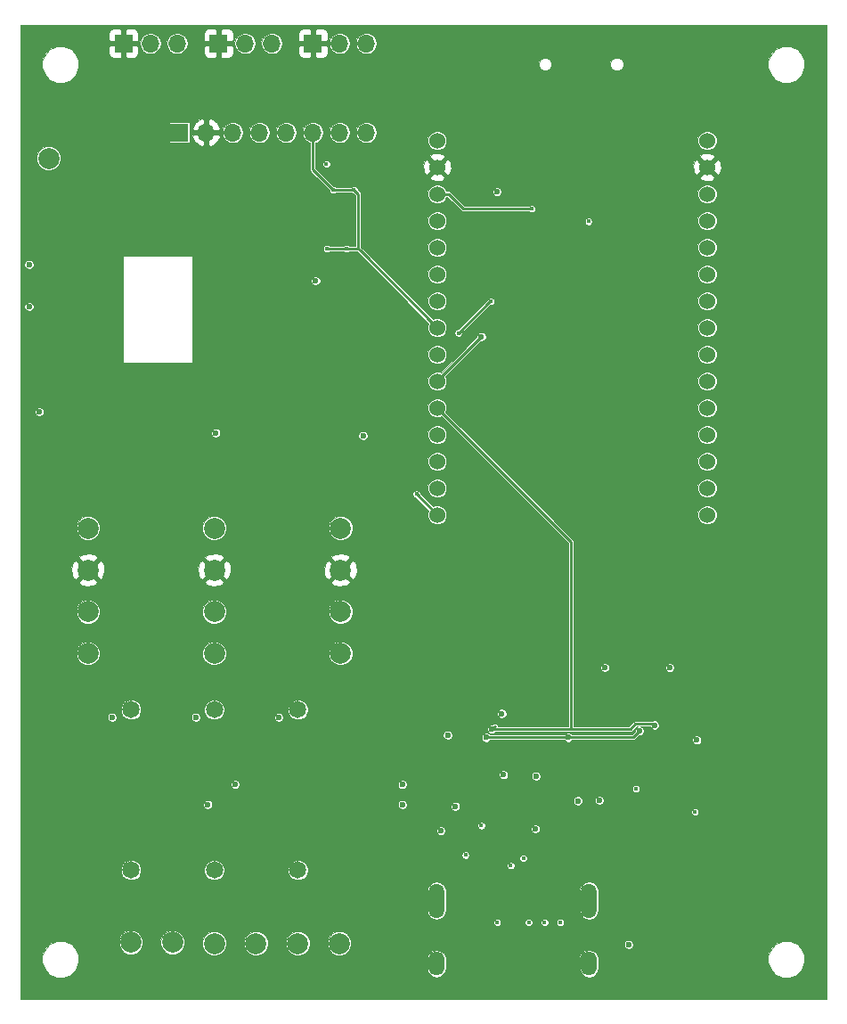
<source format=gbl>
G04 #@! TF.GenerationSoftware,KiCad,Pcbnew,(5.0.0)*
G04 #@! TF.CreationDate,2019-05-30T12:20:16+02:00*
G04 #@! TF.ProjectId,ODMeter,4F444D657465722E6B696361645F7063,rev?*
G04 #@! TF.SameCoordinates,Original*
G04 #@! TF.FileFunction,Copper,L4,Bot,Signal*
G04 #@! TF.FilePolarity,Positive*
%FSLAX46Y46*%
G04 Gerber Fmt 4.6, Leading zero omitted, Abs format (unit mm)*
G04 Created by KiCad (PCBNEW (5.0.0)) date 05/30/19 12:20:16*
%MOMM*%
%LPD*%
G01*
G04 APERTURE LIST*
G04 #@! TA.AperFunction,ComponentPad*
%ADD10O,1.700000X1.700000*%
G04 #@! TD*
G04 #@! TA.AperFunction,ComponentPad*
%ADD11R,1.700000X1.700000*%
G04 #@! TD*
G04 #@! TA.AperFunction,ComponentPad*
%ADD12O,1.500000X2.300000*%
G04 #@! TD*
G04 #@! TA.AperFunction,ComponentPad*
%ADD13O,1.500000X3.300000*%
G04 #@! TD*
G04 #@! TA.AperFunction,ComponentPad*
%ADD14C,0.400000*%
G04 #@! TD*
G04 #@! TA.AperFunction,ComponentPad*
%ADD15C,2.000000*%
G04 #@! TD*
G04 #@! TA.AperFunction,ComponentPad*
%ADD16C,1.524000*%
G04 #@! TD*
G04 #@! TA.AperFunction,ComponentPad*
%ADD17C,1.650000*%
G04 #@! TD*
G04 #@! TA.AperFunction,ViaPad*
%ADD18C,0.600000*%
G04 #@! TD*
G04 #@! TA.AperFunction,ViaPad*
%ADD19C,0.450000*%
G04 #@! TD*
G04 #@! TA.AperFunction,Conductor*
%ADD20C,0.250000*%
G04 #@! TD*
G04 #@! TA.AperFunction,Conductor*
%ADD21C,0.088900*%
G04 #@! TD*
G04 APERTURE END LIST*
D10*
G04 #@! TO.P,J3,8*
G04 #@! TO.N,/INT*
X101080000Y-62450000D03*
G04 #@! TO.P,J3,7*
G04 #@! TO.N,/RST_con*
X98540000Y-62450000D03*
G04 #@! TO.P,J3,6*
G04 #@! TO.N,/CS*
X96000000Y-62450000D03*
G04 #@! TO.P,J3,5*
G04 #@! TO.N,/SCK_con*
X93460000Y-62450000D03*
G04 #@! TO.P,J3,4*
G04 #@! TO.N,/MISO_con*
X90920000Y-62450000D03*
G04 #@! TO.P,J3,3*
G04 #@! TO.N,/MOSI_con*
X88380000Y-62450000D03*
G04 #@! TO.P,J3,2*
G04 #@! TO.N,GND*
X85840000Y-62450000D03*
D11*
G04 #@! TO.P,J3,1*
G04 #@! TO.N,/5V_b*
X83300000Y-62450000D03*
G04 #@! TD*
D12*
G04 #@! TO.P,J11,e*
G04 #@! TO.N,N/C*
X122250000Y-141410000D03*
X107750000Y-141410000D03*
D13*
X122250000Y-135450000D03*
X107750000Y-135450000D03*
G04 #@! TD*
D14*
G04 #@! TO.P,U6,9*
G04 #@! TO.N,GND*
X93400000Y-91000000D03*
X93400000Y-89700000D03*
X92100000Y-89700000D03*
X92100000Y-91000000D03*
G04 #@! TD*
G04 #@! TO.P,U4,9*
G04 #@! TO.N,GND*
X75900000Y-89000000D03*
X75900000Y-90300000D03*
X77200000Y-90300000D03*
X77200000Y-89000000D03*
G04 #@! TD*
D15*
G04 #@! TO.P,J20,1*
G04 #@! TO.N,/12V*
X70870000Y-64900000D03*
G04 #@! TO.P,J20,2*
G04 #@! TO.N,GND*
X74830000Y-64900000D03*
G04 #@! TD*
D16*
G04 #@! TO.P,U3,1*
G04 #@! TO.N,Net-(C17-Pad1)*
X133470000Y-98770000D03*
G04 #@! TO.P,U3,2*
G04 #@! TO.N,N/C*
X133470000Y-96230000D03*
G04 #@! TO.P,U3,3*
X133470000Y-93690000D03*
G04 #@! TO.P,U3,4*
X133470000Y-91150000D03*
G04 #@! TO.P,U3,5*
X133470000Y-88610000D03*
G04 #@! TO.P,U3,6*
G04 #@! TO.N,/LED_G*
X133470000Y-86070000D03*
G04 #@! TO.P,U3,7*
G04 #@! TO.N,/PWM_X*
X133470000Y-83530000D03*
G04 #@! TO.P,U3,8*
G04 #@! TO.N,/DIR_X*
X133470000Y-80990000D03*
G04 #@! TO.P,U3,9*
G04 #@! TO.N,/PWM_Y*
X133470000Y-78450000D03*
G04 #@! TO.P,U3,10*
G04 #@! TO.N,/DIR_Y*
X133470000Y-75910000D03*
G04 #@! TO.P,U3,11*
G04 #@! TO.N,/PWM_Z*
X133470000Y-73370000D03*
G04 #@! TO.P,U3,12*
G04 #@! TO.N,/DIR_Z*
X133470000Y-70830000D03*
G04 #@! TO.P,U3,13*
G04 #@! TO.N,/Alert*
X133470000Y-68290000D03*
G04 #@! TO.P,U3,14*
G04 #@! TO.N,GND*
X133470000Y-65750000D03*
G04 #@! TO.P,U3,15*
G04 #@! TO.N,/5V_b*
X133470000Y-63210000D03*
G04 #@! TO.P,U3,16*
G04 #@! TO.N,/3V3*
X107800000Y-63210000D03*
G04 #@! TO.P,U3,17*
G04 #@! TO.N,GND*
X107800000Y-65750000D03*
G04 #@! TO.P,U3,18*
G04 #@! TO.N,/CS2*
X107800000Y-68290000D03*
G04 #@! TO.P,U3,19*
G04 #@! TO.N,/LED_R*
X107800000Y-70830000D03*
G04 #@! TO.P,U3,20*
G04 #@! TO.N,/LED_B*
X107800000Y-73370000D03*
G04 #@! TO.P,U3,21*
G04 #@! TO.N,/INT*
X107800000Y-75910000D03*
G04 #@! TO.P,U3,22*
G04 #@! TO.N,/RST*
X107800000Y-78450000D03*
G04 #@! TO.P,U3,23*
G04 #@! TO.N,/CS*
X107800000Y-80990000D03*
G04 #@! TO.P,U3,24*
G04 #@! TO.N,/SCK*
X107800000Y-83530000D03*
G04 #@! TO.P,U3,25*
G04 #@! TO.N,/MISO*
X107800000Y-86070000D03*
G04 #@! TO.P,U3,26*
G04 #@! TO.N,/SDA*
X107800000Y-88610000D03*
G04 #@! TO.P,U3,27*
G04 #@! TO.N,N/C*
X107800000Y-91150000D03*
G04 #@! TO.P,U3,28*
X107800000Y-93690000D03*
G04 #@! TO.P,U3,29*
G04 #@! TO.N,/SCL*
X107800000Y-96230000D03*
G04 #@! TO.P,U3,30*
G04 #@! TO.N,/MOSI*
X107800000Y-98770000D03*
G04 #@! TD*
D15*
G04 #@! TO.P,J9,6*
G04 #@! TO.N,/I_sense1*
X78700000Y-139400000D03*
G04 #@! TO.P,J9,2*
G04 #@! TO.N,/I_sense3*
X94540000Y-139500000D03*
G04 #@! TO.P,J9,1*
G04 #@! TO.N,/I3_B*
X98500000Y-139500000D03*
G04 #@! TO.P,J9,3*
G04 #@! TO.N,/I2_B*
X90580000Y-139500000D03*
G04 #@! TO.P,J9,4*
G04 #@! TO.N,/I_sense2*
X86620000Y-139500000D03*
G04 #@! TO.P,J9,5*
G04 #@! TO.N,/I1_B*
X82660000Y-139400000D03*
G04 #@! TD*
D17*
G04 #@! TO.P,R6,1*
G04 #@! TO.N,/I_sense1*
X78700000Y-132520000D03*
G04 #@! TO.P,R6,2*
G04 #@! TO.N,/I1_A*
X78700000Y-117280000D03*
G04 #@! TD*
D10*
G04 #@! TO.P,J2,3*
G04 #@! TO.N,/DIR_X*
X83080000Y-54000000D03*
G04 #@! TO.P,J2,2*
G04 #@! TO.N,/PWM_X*
X80540000Y-54000000D03*
D11*
G04 #@! TO.P,J2,1*
G04 #@! TO.N,GND*
X78000000Y-54000000D03*
G04 #@! TD*
D15*
G04 #@! TO.P,J14,2*
G04 #@! TO.N,/I1_A*
X74620000Y-107980000D03*
G04 #@! TO.P,J14,1*
G04 #@! TO.N,/I1_B*
X74620000Y-111940000D03*
G04 #@! TO.P,J14,3*
G04 #@! TO.N,GND*
X74620000Y-104020000D03*
G04 #@! TO.P,J14,4*
G04 #@! TO.N,/12V*
X74620000Y-100060000D03*
G04 #@! TD*
D17*
G04 #@! TO.P,R16,1*
G04 #@! TO.N,/I_sense2*
X86620000Y-132520000D03*
G04 #@! TO.P,R16,2*
G04 #@! TO.N,/I2_A*
X86620000Y-117280000D03*
G04 #@! TD*
G04 #@! TO.P,R23,1*
G04 #@! TO.N,/I_sense3*
X94540000Y-132520000D03*
G04 #@! TO.P,R23,2*
G04 #@! TO.N,/I3_A*
X94540000Y-117280000D03*
G04 #@! TD*
D10*
G04 #@! TO.P,J4,3*
G04 #@! TO.N,/DIR_Y*
X92080000Y-54000000D03*
G04 #@! TO.P,J4,2*
G04 #@! TO.N,/PWM_Y*
X89540000Y-54000000D03*
D11*
G04 #@! TO.P,J4,1*
G04 #@! TO.N,GND*
X87000000Y-54000000D03*
G04 #@! TD*
D10*
G04 #@! TO.P,J6,3*
G04 #@! TO.N,/DIR_Z*
X101080000Y-54000000D03*
G04 #@! TO.P,J6,2*
G04 #@! TO.N,/PWM_Z*
X98540000Y-54000000D03*
D11*
G04 #@! TO.P,J6,1*
G04 #@! TO.N,GND*
X96000000Y-54000000D03*
G04 #@! TD*
D15*
G04 #@! TO.P,J18,2*
G04 #@! TO.N,/I2_A*
X86620000Y-107980000D03*
G04 #@! TO.P,J18,1*
G04 #@! TO.N,/I2_B*
X86620000Y-111940000D03*
G04 #@! TO.P,J18,3*
G04 #@! TO.N,GND*
X86620000Y-104020000D03*
G04 #@! TO.P,J18,4*
G04 #@! TO.N,/12V*
X86620000Y-100060000D03*
G04 #@! TD*
G04 #@! TO.P,J19,2*
G04 #@! TO.N,/I3_A*
X98620000Y-107980000D03*
G04 #@! TO.P,J19,1*
G04 #@! TO.N,/I3_B*
X98620000Y-111940000D03*
G04 #@! TO.P,J19,3*
G04 #@! TO.N,GND*
X98620000Y-104020000D03*
G04 #@! TO.P,J19,4*
G04 #@! TO.N,/12V*
X98620000Y-100060000D03*
G04 #@! TD*
D18*
G04 #@! TO.N,*
X113500000Y-68100000D03*
X126000000Y-139600000D03*
G04 #@! TO.N,GND*
X98625000Y-125300000D03*
X111175000Y-122800000D03*
X106625000Y-116250000D03*
X109500000Y-113200000D03*
X112675000Y-125500000D03*
X119275000Y-121975000D03*
X121750000Y-117600000D03*
X117950000Y-112150000D03*
X110000000Y-138000000D03*
X109850000Y-132225000D03*
X104675000Y-114225000D03*
X98200000Y-116125000D03*
X96650000Y-114025000D03*
X92100000Y-114350000D03*
X90775000Y-111325000D03*
X94750000Y-108925000D03*
X89825000Y-107525000D03*
X95075000Y-105225000D03*
X89550000Y-103775000D03*
X92850000Y-102500000D03*
X95450000Y-101175000D03*
X90775000Y-99875000D03*
X93775000Y-98700000D03*
X82825000Y-99975000D03*
X78250000Y-100275000D03*
X80775000Y-103500000D03*
X77700000Y-105250000D03*
X81000000Y-108200000D03*
X81275000Y-112550000D03*
X81775000Y-117125000D03*
X71900000Y-116425000D03*
X76900000Y-115025000D03*
X71000000Y-111775000D03*
X72150000Y-126400000D03*
X74375000Y-133275000D03*
X70200000Y-137400000D03*
X74550000Y-139850000D03*
X81200000Y-142225000D03*
X89250000Y-142325000D03*
X96975000Y-142050000D03*
X96975000Y-137925000D03*
X92500000Y-137750000D03*
X88650000Y-137750000D03*
X84725000Y-137650000D03*
X80600000Y-137600000D03*
X80650000Y-133575000D03*
X103750000Y-138700000D03*
X104600000Y-144100000D03*
X113425000Y-142800000D03*
X117825000Y-140725000D03*
X112325000Y-104425000D03*
X123100000Y-106325000D03*
X126625000Y-104225000D03*
X131150000Y-101600000D03*
X121025000Y-98900000D03*
X115400000Y-94675000D03*
X112325000Y-98400000D03*
X100700000Y-81900000D03*
X98925000Y-80075000D03*
X101950000Y-74350000D03*
X99200000Y-69200000D03*
X94600000Y-70600000D03*
X90025000Y-66525000D03*
X85550000Y-69600000D03*
X83700000Y-66750000D03*
X86525000Y-65550000D03*
X78525000Y-63725000D03*
X78850000Y-67725000D03*
X78525000Y-71400000D03*
X73300000Y-71750000D03*
X69875000Y-72225000D03*
X72600000Y-74850000D03*
X69975000Y-77250000D03*
X72500000Y-78625000D03*
X79175000Y-57875000D03*
X83850000Y-59150000D03*
X90050000Y-58850000D03*
X98400000Y-58750000D03*
X102900000Y-58750000D03*
X107625000Y-59175000D03*
X121225000Y-54050000D03*
X126950000Y-53875000D03*
X130425000Y-56900000D03*
X133550000Y-58000000D03*
X134425000Y-131850000D03*
X133225000Y-137850000D03*
X140575000Y-84775000D03*
X140300000Y-73450000D03*
X141100000Y-65400000D03*
X138050000Y-60100000D03*
X137650000Y-69675000D03*
X143150000Y-69575000D03*
X137950000Y-79175000D03*
X143150000Y-78050000D03*
X143250000Y-89150000D03*
X142625000Y-98650000D03*
X142950000Y-105675000D03*
X142225000Y-113525000D03*
X133675000Y-108925000D03*
X142475000Y-122275000D03*
X138450000Y-126675000D03*
X142375000Y-130725000D03*
X139175000Y-134500000D03*
X143225000Y-136100000D03*
X129650000Y-141725000D03*
X135150000Y-141600000D03*
X135625000Y-135000000D03*
X127250000Y-94500000D03*
X74450000Y-60225000D03*
X69675000Y-60225000D03*
X70650000Y-98875000D03*
X69600000Y-121075000D03*
X69950000Y-130775000D03*
X122600000Y-123700000D03*
X124300000Y-122000000D03*
X102175000Y-130150000D03*
X115775000Y-123550000D03*
X112825000Y-53349990D03*
X119825000Y-90450000D03*
X125075000Y-88375000D03*
X118425000Y-82225000D03*
X126475000Y-81150000D03*
X113100000Y-73025000D03*
X117425000Y-75225000D03*
X126250000Y-72350000D03*
X124950000Y-73850000D03*
X118800000Y-65200000D03*
X120900000Y-64625000D03*
X129375000Y-67850000D03*
X128125000Y-69325000D03*
X126025000Y-69925000D03*
X127600000Y-63550000D03*
X126100000Y-57800000D03*
X112750000Y-58825000D03*
X115100000Y-87400000D03*
X117275000Y-102550000D03*
X129800000Y-139200000D03*
X121000000Y-137600000D03*
X121600000Y-132500000D03*
X129400000Y-124900000D03*
X126500000Y-123800000D03*
X83400000Y-87500000D03*
X83500000Y-91300000D03*
X86000000Y-87100000D03*
X94200000Y-81300000D03*
X89000000Y-75000000D03*
X91700000Y-74900000D03*
X76300000Y-74100000D03*
X73400000Y-82600000D03*
X69300000Y-86200000D03*
G04 #@! TO.N,Net-(R3-Pad1)*
X86000000Y-126300000D03*
X104500002Y-126300000D03*
G04 #@! TO.N,Net-(R13-Pad1)*
X88600000Y-124400000D03*
X104500000Y-124400000D03*
G04 #@! TO.N,/SCL*
X127025000Y-119324998D03*
X112450000Y-119924998D03*
X120275000Y-119924998D03*
G04 #@! TO.N,/SDA*
X128479441Y-118754441D03*
X113000000Y-119150000D03*
D19*
G04 #@! TO.N,/Ain0*
X110500000Y-131100000D03*
X114800000Y-132100000D03*
G04 #@! TO.N,/Ain1*
X112000000Y-128300000D03*
X116000000Y-131400000D03*
D18*
G04 #@! TO.N,/Ain2*
X121175000Y-125950000D03*
X123200000Y-125900006D03*
G04 #@! TO.N,/A4*
X113950000Y-117650000D03*
X108150000Y-128800000D03*
G04 #@! TO.N,/Ain7*
X117150000Y-128600000D03*
X114100000Y-123475000D03*
G04 #@! TO.N,/5V_b*
X96250000Y-76550000D03*
G04 #@! TO.N,/12V*
X69000000Y-75000000D03*
X70000000Y-89000000D03*
X86750000Y-91000000D03*
G04 #@! TO.N,/5V_a*
X100750000Y-91250000D03*
D19*
X113500000Y-137500000D03*
X116500000Y-137500000D03*
X118000000Y-137500000D03*
X119500000Y-137500000D03*
G04 #@! TO.N,/SCK*
X109825000Y-81505000D03*
X112900000Y-78500000D03*
D18*
G04 #@! TO.N,/MISO*
X112000000Y-81850000D03*
D19*
G04 #@! TO.N,/MOSI*
X105830000Y-96800000D03*
G04 #@! TO.N,/CS*
X97300000Y-73500000D03*
X99200000Y-73500000D03*
X97900000Y-67900000D03*
X99900000Y-67900000D03*
G04 #@! TO.N,/LED_R*
X126700000Y-124800000D03*
G04 #@! TO.N,/LED_B*
X132300000Y-127000000D03*
G04 #@! TO.N,/CS2*
X116800000Y-69700000D03*
D18*
G04 #@! TO.N,/3V3*
X108800000Y-119700000D03*
X84850000Y-118000000D03*
X76900000Y-118000000D03*
X92750000Y-118000000D03*
X117200000Y-123600000D03*
X123750000Y-113275000D03*
X129925000Y-113300000D03*
X132475000Y-120175000D03*
X109525000Y-126475000D03*
X69000000Y-79000000D03*
D19*
X122200000Y-70899998D03*
X97256900Y-65456900D03*
G04 #@! TD*
D20*
G04 #@! TO.N,/SCL*
X127025000Y-119324998D02*
X126425000Y-119924998D01*
X112874264Y-119924998D02*
X112450000Y-119924998D01*
X126425000Y-119924998D02*
X120275000Y-119924998D01*
X120275000Y-119924998D02*
X112874264Y-119924998D01*
G04 #@! TO.N,/SDA*
X113299999Y-118850001D02*
X113000000Y-119150000D01*
X128375000Y-118650000D02*
X128479441Y-118754441D01*
X126650000Y-118650000D02*
X128375000Y-118650000D01*
X126150000Y-119150000D02*
X126650000Y-118650000D01*
X113000000Y-119150000D02*
X120550000Y-119150000D01*
X120550000Y-119150000D02*
X126150000Y-119150000D01*
X120550000Y-101360000D02*
X107800000Y-88610000D01*
X120550000Y-119150000D02*
X120550000Y-101360000D01*
G04 #@! TO.N,/Ain2*
X123150000Y-125950000D02*
X123199994Y-125900006D01*
X123100000Y-125950000D02*
X123150000Y-125950000D01*
X123199994Y-125900006D02*
X123200000Y-125900006D01*
G04 #@! TO.N,/SCK*
X109825000Y-81505000D02*
X112830000Y-78500000D01*
X112830000Y-78500000D02*
X112900000Y-78500000D01*
G04 #@! TO.N,/MISO*
X107800000Y-86050000D02*
X107800000Y-86070000D01*
X112000000Y-81850000D02*
X107800000Y-86050000D01*
G04 #@! TO.N,/MOSI*
X107800000Y-98770000D02*
X105830000Y-96800000D01*
G04 #@! TO.N,/CS*
X100310000Y-73500000D02*
X99200000Y-73500000D01*
X99200000Y-73500000D02*
X97300000Y-73500000D01*
X97900000Y-67900000D02*
X99900000Y-67900000D01*
X107800000Y-80990000D02*
X100510000Y-73700000D01*
X100510000Y-73700000D02*
X100310000Y-73500000D01*
X100300000Y-73490000D02*
X100510000Y-73700000D01*
X99900000Y-67900000D02*
X100300000Y-68300000D01*
X100300000Y-68300000D02*
X100300000Y-73490000D01*
X96000000Y-66000000D02*
X97900000Y-67900000D01*
X96000000Y-62450000D02*
X96000000Y-66000000D01*
G04 #@! TO.N,/CS2*
X108877630Y-68290000D02*
X110287630Y-69700000D01*
X107800000Y-68290000D02*
X108877630Y-68290000D01*
X110287630Y-69700000D02*
X116800000Y-69700000D01*
G04 #@! TD*
D21*
G04 #@! TO.N,GND*
G36*
X144791651Y-144791650D02*
X68208350Y-144791650D01*
X68208350Y-140654996D01*
X70265550Y-140654996D01*
X70265550Y-141345004D01*
X70529604Y-141982487D01*
X71017513Y-142470396D01*
X71654996Y-142734450D01*
X72345004Y-142734450D01*
X72982487Y-142470396D01*
X73470396Y-141982487D01*
X73734450Y-141345004D01*
X73734450Y-140922893D01*
X106865550Y-140922893D01*
X106865550Y-141897108D01*
X106916868Y-142155095D01*
X107112348Y-142447653D01*
X107404906Y-142643133D01*
X107750000Y-142711777D01*
X108095095Y-142643133D01*
X108387653Y-142447653D01*
X108583133Y-142155095D01*
X108634450Y-141897108D01*
X108634450Y-140922893D01*
X121365550Y-140922893D01*
X121365550Y-141897108D01*
X121416868Y-142155095D01*
X121612348Y-142447653D01*
X121904906Y-142643133D01*
X122250000Y-142711777D01*
X122595095Y-142643133D01*
X122887653Y-142447653D01*
X123083133Y-142155095D01*
X123134450Y-141897108D01*
X123134450Y-140922892D01*
X123083133Y-140664905D01*
X123076513Y-140654996D01*
X139265550Y-140654996D01*
X139265550Y-141345004D01*
X139529604Y-141982487D01*
X140017513Y-142470396D01*
X140654996Y-142734450D01*
X141345004Y-142734450D01*
X141982487Y-142470396D01*
X142470396Y-141982487D01*
X142734450Y-141345004D01*
X142734450Y-140654996D01*
X142470396Y-140017513D01*
X141982487Y-139529604D01*
X141345004Y-139265550D01*
X140654996Y-139265550D01*
X140017513Y-139529604D01*
X139529604Y-140017513D01*
X139265550Y-140654996D01*
X123076513Y-140654996D01*
X122887653Y-140372347D01*
X122595094Y-140176867D01*
X122250000Y-140108223D01*
X121904905Y-140176867D01*
X121612347Y-140372347D01*
X121416867Y-140664906D01*
X121365550Y-140922893D01*
X108634450Y-140922893D01*
X108634450Y-140922892D01*
X108583133Y-140664905D01*
X108387653Y-140372347D01*
X108095094Y-140176867D01*
X107750000Y-140108223D01*
X107404905Y-140176867D01*
X107112347Y-140372347D01*
X106916867Y-140664906D01*
X106865550Y-140922893D01*
X73734450Y-140922893D01*
X73734450Y-140654996D01*
X73470396Y-140017513D01*
X72982487Y-139529604D01*
X72345004Y-139265550D01*
X71654996Y-139265550D01*
X71017513Y-139529604D01*
X70529604Y-140017513D01*
X70265550Y-140654996D01*
X68208350Y-140654996D01*
X68208350Y-139174344D01*
X77565550Y-139174344D01*
X77565550Y-139625656D01*
X77738260Y-140042614D01*
X78057386Y-140361740D01*
X78474344Y-140534450D01*
X78925656Y-140534450D01*
X79342614Y-140361740D01*
X79661740Y-140042614D01*
X79834450Y-139625656D01*
X79834450Y-139174344D01*
X81525550Y-139174344D01*
X81525550Y-139625656D01*
X81698260Y-140042614D01*
X82017386Y-140361740D01*
X82434344Y-140534450D01*
X82885656Y-140534450D01*
X83302614Y-140361740D01*
X83621740Y-140042614D01*
X83794450Y-139625656D01*
X83794450Y-139274344D01*
X85485550Y-139274344D01*
X85485550Y-139725656D01*
X85658260Y-140142614D01*
X85977386Y-140461740D01*
X86394344Y-140634450D01*
X86845656Y-140634450D01*
X87262614Y-140461740D01*
X87581740Y-140142614D01*
X87754450Y-139725656D01*
X87754450Y-139274344D01*
X89445550Y-139274344D01*
X89445550Y-139725656D01*
X89618260Y-140142614D01*
X89937386Y-140461740D01*
X90354344Y-140634450D01*
X90805656Y-140634450D01*
X91222614Y-140461740D01*
X91541740Y-140142614D01*
X91714450Y-139725656D01*
X91714450Y-139274344D01*
X93405550Y-139274344D01*
X93405550Y-139725656D01*
X93578260Y-140142614D01*
X93897386Y-140461740D01*
X94314344Y-140634450D01*
X94765656Y-140634450D01*
X95182614Y-140461740D01*
X95501740Y-140142614D01*
X95674450Y-139725656D01*
X95674450Y-139274344D01*
X97365550Y-139274344D01*
X97365550Y-139725656D01*
X97538260Y-140142614D01*
X97857386Y-140461740D01*
X98274344Y-140634450D01*
X98725656Y-140634450D01*
X99142614Y-140461740D01*
X99461740Y-140142614D01*
X99634450Y-139725656D01*
X99634450Y-139513583D01*
X125565550Y-139513583D01*
X125565550Y-139686417D01*
X125631691Y-139846096D01*
X125753904Y-139968309D01*
X125913583Y-140034450D01*
X126086417Y-140034450D01*
X126246096Y-139968309D01*
X126368309Y-139846096D01*
X126434450Y-139686417D01*
X126434450Y-139513583D01*
X126368309Y-139353904D01*
X126246096Y-139231691D01*
X126086417Y-139165550D01*
X125913583Y-139165550D01*
X125753904Y-139231691D01*
X125631691Y-139353904D01*
X125565550Y-139513583D01*
X99634450Y-139513583D01*
X99634450Y-139274344D01*
X99461740Y-138857386D01*
X99142614Y-138538260D01*
X98725656Y-138365550D01*
X98274344Y-138365550D01*
X97857386Y-138538260D01*
X97538260Y-138857386D01*
X97365550Y-139274344D01*
X95674450Y-139274344D01*
X95501740Y-138857386D01*
X95182614Y-138538260D01*
X94765656Y-138365550D01*
X94314344Y-138365550D01*
X93897386Y-138538260D01*
X93578260Y-138857386D01*
X93405550Y-139274344D01*
X91714450Y-139274344D01*
X91541740Y-138857386D01*
X91222614Y-138538260D01*
X90805656Y-138365550D01*
X90354344Y-138365550D01*
X89937386Y-138538260D01*
X89618260Y-138857386D01*
X89445550Y-139274344D01*
X87754450Y-139274344D01*
X87581740Y-138857386D01*
X87262614Y-138538260D01*
X86845656Y-138365550D01*
X86394344Y-138365550D01*
X85977386Y-138538260D01*
X85658260Y-138857386D01*
X85485550Y-139274344D01*
X83794450Y-139274344D01*
X83794450Y-139174344D01*
X83621740Y-138757386D01*
X83302614Y-138438260D01*
X82885656Y-138265550D01*
X82434344Y-138265550D01*
X82017386Y-138438260D01*
X81698260Y-138757386D01*
X81525550Y-139174344D01*
X79834450Y-139174344D01*
X79661740Y-138757386D01*
X79342614Y-138438260D01*
X78925656Y-138265550D01*
X78474344Y-138265550D01*
X78057386Y-138438260D01*
X77738260Y-138757386D01*
X77565550Y-139174344D01*
X68208350Y-139174344D01*
X68208350Y-137428501D01*
X113140550Y-137428501D01*
X113140550Y-137571499D01*
X113195273Y-137703612D01*
X113296388Y-137804727D01*
X113428501Y-137859450D01*
X113571499Y-137859450D01*
X113703612Y-137804727D01*
X113804727Y-137703612D01*
X113859450Y-137571499D01*
X113859450Y-137428501D01*
X116140550Y-137428501D01*
X116140550Y-137571499D01*
X116195273Y-137703612D01*
X116296388Y-137804727D01*
X116428501Y-137859450D01*
X116571499Y-137859450D01*
X116703612Y-137804727D01*
X116804727Y-137703612D01*
X116859450Y-137571499D01*
X116859450Y-137428501D01*
X117640550Y-137428501D01*
X117640550Y-137571499D01*
X117695273Y-137703612D01*
X117796388Y-137804727D01*
X117928501Y-137859450D01*
X118071499Y-137859450D01*
X118203612Y-137804727D01*
X118304727Y-137703612D01*
X118359450Y-137571499D01*
X118359450Y-137428501D01*
X119140550Y-137428501D01*
X119140550Y-137571499D01*
X119195273Y-137703612D01*
X119296388Y-137804727D01*
X119428501Y-137859450D01*
X119571499Y-137859450D01*
X119703612Y-137804727D01*
X119804727Y-137703612D01*
X119859450Y-137571499D01*
X119859450Y-137428501D01*
X119804727Y-137296388D01*
X119703612Y-137195273D01*
X119571499Y-137140550D01*
X119428501Y-137140550D01*
X119296388Y-137195273D01*
X119195273Y-137296388D01*
X119140550Y-137428501D01*
X118359450Y-137428501D01*
X118304727Y-137296388D01*
X118203612Y-137195273D01*
X118071499Y-137140550D01*
X117928501Y-137140550D01*
X117796388Y-137195273D01*
X117695273Y-137296388D01*
X117640550Y-137428501D01*
X116859450Y-137428501D01*
X116804727Y-137296388D01*
X116703612Y-137195273D01*
X116571499Y-137140550D01*
X116428501Y-137140550D01*
X116296388Y-137195273D01*
X116195273Y-137296388D01*
X116140550Y-137428501D01*
X113859450Y-137428501D01*
X113804727Y-137296388D01*
X113703612Y-137195273D01*
X113571499Y-137140550D01*
X113428501Y-137140550D01*
X113296388Y-137195273D01*
X113195273Y-137296388D01*
X113140550Y-137428501D01*
X68208350Y-137428501D01*
X68208350Y-134462893D01*
X106865550Y-134462893D01*
X106865551Y-136437108D01*
X106916868Y-136695095D01*
X107112348Y-136987653D01*
X107404906Y-137183133D01*
X107750000Y-137251777D01*
X108095095Y-137183133D01*
X108387653Y-136987653D01*
X108583133Y-136695095D01*
X108634450Y-136437108D01*
X108634450Y-134462893D01*
X121365550Y-134462893D01*
X121365551Y-136437108D01*
X121416868Y-136695095D01*
X121612348Y-136987653D01*
X121904906Y-137183133D01*
X122250000Y-137251777D01*
X122595095Y-137183133D01*
X122887653Y-136987653D01*
X123083133Y-136695095D01*
X123134450Y-136437108D01*
X123134450Y-134462892D01*
X123083133Y-134204905D01*
X122887653Y-133912347D01*
X122595094Y-133716867D01*
X122250000Y-133648223D01*
X121904905Y-133716867D01*
X121612347Y-133912347D01*
X121416867Y-134204906D01*
X121365550Y-134462893D01*
X108634450Y-134462893D01*
X108634450Y-134462892D01*
X108583133Y-134204905D01*
X108387653Y-133912347D01*
X108095094Y-133716867D01*
X107750000Y-133648223D01*
X107404905Y-133716867D01*
X107112347Y-133912347D01*
X106916867Y-134204906D01*
X106865550Y-134462893D01*
X68208350Y-134462893D01*
X68208350Y-132329153D01*
X77740550Y-132329153D01*
X77740550Y-132710847D01*
X77886617Y-133063485D01*
X78156515Y-133333383D01*
X78509153Y-133479450D01*
X78890847Y-133479450D01*
X79243485Y-133333383D01*
X79513383Y-133063485D01*
X79659450Y-132710847D01*
X79659450Y-132329153D01*
X85660550Y-132329153D01*
X85660550Y-132710847D01*
X85806617Y-133063485D01*
X86076515Y-133333383D01*
X86429153Y-133479450D01*
X86810847Y-133479450D01*
X87163485Y-133333383D01*
X87433383Y-133063485D01*
X87579450Y-132710847D01*
X87579450Y-132329153D01*
X93580550Y-132329153D01*
X93580550Y-132710847D01*
X93726617Y-133063485D01*
X93996515Y-133333383D01*
X94349153Y-133479450D01*
X94730847Y-133479450D01*
X95083485Y-133333383D01*
X95353383Y-133063485D01*
X95499450Y-132710847D01*
X95499450Y-132329153D01*
X95374917Y-132028501D01*
X114440550Y-132028501D01*
X114440550Y-132171499D01*
X114495273Y-132303612D01*
X114596388Y-132404727D01*
X114728501Y-132459450D01*
X114871499Y-132459450D01*
X115003612Y-132404727D01*
X115104727Y-132303612D01*
X115159450Y-132171499D01*
X115159450Y-132028501D01*
X115104727Y-131896388D01*
X115003612Y-131795273D01*
X114871499Y-131740550D01*
X114728501Y-131740550D01*
X114596388Y-131795273D01*
X114495273Y-131896388D01*
X114440550Y-132028501D01*
X95374917Y-132028501D01*
X95353383Y-131976515D01*
X95083485Y-131706617D01*
X94730847Y-131560550D01*
X94349153Y-131560550D01*
X93996515Y-131706617D01*
X93726617Y-131976515D01*
X93580550Y-132329153D01*
X87579450Y-132329153D01*
X87433383Y-131976515D01*
X87163485Y-131706617D01*
X86810847Y-131560550D01*
X86429153Y-131560550D01*
X86076515Y-131706617D01*
X85806617Y-131976515D01*
X85660550Y-132329153D01*
X79659450Y-132329153D01*
X79513383Y-131976515D01*
X79243485Y-131706617D01*
X78890847Y-131560550D01*
X78509153Y-131560550D01*
X78156515Y-131706617D01*
X77886617Y-131976515D01*
X77740550Y-132329153D01*
X68208350Y-132329153D01*
X68208350Y-131028501D01*
X110140550Y-131028501D01*
X110140550Y-131171499D01*
X110195273Y-131303612D01*
X110296388Y-131404727D01*
X110428501Y-131459450D01*
X110571499Y-131459450D01*
X110703612Y-131404727D01*
X110779838Y-131328501D01*
X115640550Y-131328501D01*
X115640550Y-131471499D01*
X115695273Y-131603612D01*
X115796388Y-131704727D01*
X115928501Y-131759450D01*
X116071499Y-131759450D01*
X116203612Y-131704727D01*
X116304727Y-131603612D01*
X116359450Y-131471499D01*
X116359450Y-131328501D01*
X116304727Y-131196388D01*
X116203612Y-131095273D01*
X116071499Y-131040550D01*
X115928501Y-131040550D01*
X115796388Y-131095273D01*
X115695273Y-131196388D01*
X115640550Y-131328501D01*
X110779838Y-131328501D01*
X110804727Y-131303612D01*
X110859450Y-131171499D01*
X110859450Y-131028501D01*
X110804727Y-130896388D01*
X110703612Y-130795273D01*
X110571499Y-130740550D01*
X110428501Y-130740550D01*
X110296388Y-130795273D01*
X110195273Y-130896388D01*
X110140550Y-131028501D01*
X68208350Y-131028501D01*
X68208350Y-128713583D01*
X107715550Y-128713583D01*
X107715550Y-128886417D01*
X107781691Y-129046096D01*
X107903904Y-129168309D01*
X108063583Y-129234450D01*
X108236417Y-129234450D01*
X108396096Y-129168309D01*
X108518309Y-129046096D01*
X108584450Y-128886417D01*
X108584450Y-128713583D01*
X108518309Y-128553904D01*
X108396096Y-128431691D01*
X108236417Y-128365550D01*
X108063583Y-128365550D01*
X107903904Y-128431691D01*
X107781691Y-128553904D01*
X107715550Y-128713583D01*
X68208350Y-128713583D01*
X68208350Y-128228501D01*
X111640550Y-128228501D01*
X111640550Y-128371499D01*
X111695273Y-128503612D01*
X111796388Y-128604727D01*
X111928501Y-128659450D01*
X112071499Y-128659450D01*
X112203612Y-128604727D01*
X112294756Y-128513583D01*
X116715550Y-128513583D01*
X116715550Y-128686417D01*
X116781691Y-128846096D01*
X116903904Y-128968309D01*
X117063583Y-129034450D01*
X117236417Y-129034450D01*
X117396096Y-128968309D01*
X117518309Y-128846096D01*
X117584450Y-128686417D01*
X117584450Y-128513583D01*
X117518309Y-128353904D01*
X117396096Y-128231691D01*
X117236417Y-128165550D01*
X117063583Y-128165550D01*
X116903904Y-128231691D01*
X116781691Y-128353904D01*
X116715550Y-128513583D01*
X112294756Y-128513583D01*
X112304727Y-128503612D01*
X112359450Y-128371499D01*
X112359450Y-128228501D01*
X112304727Y-128096388D01*
X112203612Y-127995273D01*
X112071499Y-127940550D01*
X111928501Y-127940550D01*
X111796388Y-127995273D01*
X111695273Y-128096388D01*
X111640550Y-128228501D01*
X68208350Y-128228501D01*
X68208350Y-126928501D01*
X131940550Y-126928501D01*
X131940550Y-127071499D01*
X131995273Y-127203612D01*
X132096388Y-127304727D01*
X132228501Y-127359450D01*
X132371499Y-127359450D01*
X132503612Y-127304727D01*
X132604727Y-127203612D01*
X132659450Y-127071499D01*
X132659450Y-126928501D01*
X132604727Y-126796388D01*
X132503612Y-126695273D01*
X132371499Y-126640550D01*
X132228501Y-126640550D01*
X132096388Y-126695273D01*
X131995273Y-126796388D01*
X131940550Y-126928501D01*
X68208350Y-126928501D01*
X68208350Y-126213583D01*
X85565550Y-126213583D01*
X85565550Y-126386417D01*
X85631691Y-126546096D01*
X85753904Y-126668309D01*
X85913583Y-126734450D01*
X86086417Y-126734450D01*
X86246096Y-126668309D01*
X86368309Y-126546096D01*
X86434450Y-126386417D01*
X86434450Y-126213583D01*
X104065552Y-126213583D01*
X104065552Y-126386417D01*
X104131693Y-126546096D01*
X104253906Y-126668309D01*
X104413585Y-126734450D01*
X104586419Y-126734450D01*
X104746098Y-126668309D01*
X104868311Y-126546096D01*
X104933554Y-126388583D01*
X109090550Y-126388583D01*
X109090550Y-126561417D01*
X109156691Y-126721096D01*
X109278904Y-126843309D01*
X109438583Y-126909450D01*
X109611417Y-126909450D01*
X109771096Y-126843309D01*
X109893309Y-126721096D01*
X109959450Y-126561417D01*
X109959450Y-126388583D01*
X109893309Y-126228904D01*
X109771096Y-126106691D01*
X109611417Y-126040550D01*
X109438583Y-126040550D01*
X109278904Y-126106691D01*
X109156691Y-126228904D01*
X109090550Y-126388583D01*
X104933554Y-126388583D01*
X104934452Y-126386417D01*
X104934452Y-126213583D01*
X104868311Y-126053904D01*
X104746098Y-125931691D01*
X104586419Y-125865550D01*
X104413585Y-125865550D01*
X104253906Y-125931691D01*
X104131693Y-126053904D01*
X104065552Y-126213583D01*
X86434450Y-126213583D01*
X86368309Y-126053904D01*
X86246096Y-125931691D01*
X86086417Y-125865550D01*
X85913583Y-125865550D01*
X85753904Y-125931691D01*
X85631691Y-126053904D01*
X85565550Y-126213583D01*
X68208350Y-126213583D01*
X68208350Y-125863583D01*
X120740550Y-125863583D01*
X120740550Y-126036417D01*
X120806691Y-126196096D01*
X120928904Y-126318309D01*
X121088583Y-126384450D01*
X121261417Y-126384450D01*
X121421096Y-126318309D01*
X121543309Y-126196096D01*
X121609450Y-126036417D01*
X121609450Y-125863583D01*
X121588742Y-125813589D01*
X122765550Y-125813589D01*
X122765550Y-125986423D01*
X122831691Y-126146102D01*
X122953904Y-126268315D01*
X123113583Y-126334456D01*
X123286417Y-126334456D01*
X123446096Y-126268315D01*
X123568309Y-126146102D01*
X123634450Y-125986423D01*
X123634450Y-125813589D01*
X123568309Y-125653910D01*
X123446096Y-125531697D01*
X123286417Y-125465556D01*
X123113583Y-125465556D01*
X122953904Y-125531697D01*
X122831691Y-125653910D01*
X122765550Y-125813589D01*
X121588742Y-125813589D01*
X121543309Y-125703904D01*
X121421096Y-125581691D01*
X121261417Y-125515550D01*
X121088583Y-125515550D01*
X120928904Y-125581691D01*
X120806691Y-125703904D01*
X120740550Y-125863583D01*
X68208350Y-125863583D01*
X68208350Y-124313583D01*
X88165550Y-124313583D01*
X88165550Y-124486417D01*
X88231691Y-124646096D01*
X88353904Y-124768309D01*
X88513583Y-124834450D01*
X88686417Y-124834450D01*
X88846096Y-124768309D01*
X88968309Y-124646096D01*
X89034450Y-124486417D01*
X89034450Y-124313583D01*
X104065550Y-124313583D01*
X104065550Y-124486417D01*
X104131691Y-124646096D01*
X104253904Y-124768309D01*
X104413583Y-124834450D01*
X104586417Y-124834450D01*
X104746096Y-124768309D01*
X104785904Y-124728501D01*
X126340550Y-124728501D01*
X126340550Y-124871499D01*
X126395273Y-125003612D01*
X126496388Y-125104727D01*
X126628501Y-125159450D01*
X126771499Y-125159450D01*
X126903612Y-125104727D01*
X127004727Y-125003612D01*
X127059450Y-124871499D01*
X127059450Y-124728501D01*
X127004727Y-124596388D01*
X126903612Y-124495273D01*
X126771499Y-124440550D01*
X126628501Y-124440550D01*
X126496388Y-124495273D01*
X126395273Y-124596388D01*
X126340550Y-124728501D01*
X104785904Y-124728501D01*
X104868309Y-124646096D01*
X104934450Y-124486417D01*
X104934450Y-124313583D01*
X104868309Y-124153904D01*
X104746096Y-124031691D01*
X104586417Y-123965550D01*
X104413583Y-123965550D01*
X104253904Y-124031691D01*
X104131691Y-124153904D01*
X104065550Y-124313583D01*
X89034450Y-124313583D01*
X88968309Y-124153904D01*
X88846096Y-124031691D01*
X88686417Y-123965550D01*
X88513583Y-123965550D01*
X88353904Y-124031691D01*
X88231691Y-124153904D01*
X88165550Y-124313583D01*
X68208350Y-124313583D01*
X68208350Y-123388583D01*
X113665550Y-123388583D01*
X113665550Y-123561417D01*
X113731691Y-123721096D01*
X113853904Y-123843309D01*
X114013583Y-123909450D01*
X114186417Y-123909450D01*
X114346096Y-123843309D01*
X114468309Y-123721096D01*
X114534450Y-123561417D01*
X114534450Y-123513583D01*
X116765550Y-123513583D01*
X116765550Y-123686417D01*
X116831691Y-123846096D01*
X116953904Y-123968309D01*
X117113583Y-124034450D01*
X117286417Y-124034450D01*
X117446096Y-123968309D01*
X117568309Y-123846096D01*
X117634450Y-123686417D01*
X117634450Y-123513583D01*
X117568309Y-123353904D01*
X117446096Y-123231691D01*
X117286417Y-123165550D01*
X117113583Y-123165550D01*
X116953904Y-123231691D01*
X116831691Y-123353904D01*
X116765550Y-123513583D01*
X114534450Y-123513583D01*
X114534450Y-123388583D01*
X114468309Y-123228904D01*
X114346096Y-123106691D01*
X114186417Y-123040550D01*
X114013583Y-123040550D01*
X113853904Y-123106691D01*
X113731691Y-123228904D01*
X113665550Y-123388583D01*
X68208350Y-123388583D01*
X68208350Y-119613583D01*
X108365550Y-119613583D01*
X108365550Y-119786417D01*
X108431691Y-119946096D01*
X108553904Y-120068309D01*
X108713583Y-120134450D01*
X108886417Y-120134450D01*
X109046096Y-120068309D01*
X109168309Y-119946096D01*
X109234450Y-119786417D01*
X109234450Y-119613583D01*
X109168309Y-119453904D01*
X109046096Y-119331691D01*
X108886417Y-119265550D01*
X108713583Y-119265550D01*
X108553904Y-119331691D01*
X108431691Y-119453904D01*
X108365550Y-119613583D01*
X68208350Y-119613583D01*
X68208350Y-117913583D01*
X76465550Y-117913583D01*
X76465550Y-118086417D01*
X76531691Y-118246096D01*
X76653904Y-118368309D01*
X76813583Y-118434450D01*
X76986417Y-118434450D01*
X77146096Y-118368309D01*
X77268309Y-118246096D01*
X77334450Y-118086417D01*
X77334450Y-117913583D01*
X77268309Y-117753904D01*
X77146096Y-117631691D01*
X76986417Y-117565550D01*
X76813583Y-117565550D01*
X76653904Y-117631691D01*
X76531691Y-117753904D01*
X76465550Y-117913583D01*
X68208350Y-117913583D01*
X68208350Y-117089153D01*
X77740550Y-117089153D01*
X77740550Y-117470847D01*
X77886617Y-117823485D01*
X78156515Y-118093383D01*
X78509153Y-118239450D01*
X78890847Y-118239450D01*
X79243485Y-118093383D01*
X79423285Y-117913583D01*
X84415550Y-117913583D01*
X84415550Y-118086417D01*
X84481691Y-118246096D01*
X84603904Y-118368309D01*
X84763583Y-118434450D01*
X84936417Y-118434450D01*
X85096096Y-118368309D01*
X85218309Y-118246096D01*
X85284450Y-118086417D01*
X85284450Y-117913583D01*
X85218309Y-117753904D01*
X85096096Y-117631691D01*
X84936417Y-117565550D01*
X84763583Y-117565550D01*
X84603904Y-117631691D01*
X84481691Y-117753904D01*
X84415550Y-117913583D01*
X79423285Y-117913583D01*
X79513383Y-117823485D01*
X79659450Y-117470847D01*
X79659450Y-117089153D01*
X85660550Y-117089153D01*
X85660550Y-117470847D01*
X85806617Y-117823485D01*
X86076515Y-118093383D01*
X86429153Y-118239450D01*
X86810847Y-118239450D01*
X87163485Y-118093383D01*
X87343285Y-117913583D01*
X92315550Y-117913583D01*
X92315550Y-118086417D01*
X92381691Y-118246096D01*
X92503904Y-118368309D01*
X92663583Y-118434450D01*
X92836417Y-118434450D01*
X92996096Y-118368309D01*
X93118309Y-118246096D01*
X93184450Y-118086417D01*
X93184450Y-117913583D01*
X93118309Y-117753904D01*
X92996096Y-117631691D01*
X92836417Y-117565550D01*
X92663583Y-117565550D01*
X92503904Y-117631691D01*
X92381691Y-117753904D01*
X92315550Y-117913583D01*
X87343285Y-117913583D01*
X87433383Y-117823485D01*
X87579450Y-117470847D01*
X87579450Y-117089153D01*
X93580550Y-117089153D01*
X93580550Y-117470847D01*
X93726617Y-117823485D01*
X93996515Y-118093383D01*
X94349153Y-118239450D01*
X94730847Y-118239450D01*
X95083485Y-118093383D01*
X95353383Y-117823485D01*
X95461037Y-117563583D01*
X113515550Y-117563583D01*
X113515550Y-117736417D01*
X113581691Y-117896096D01*
X113703904Y-118018309D01*
X113863583Y-118084450D01*
X114036417Y-118084450D01*
X114196096Y-118018309D01*
X114318309Y-117896096D01*
X114384450Y-117736417D01*
X114384450Y-117563583D01*
X114318309Y-117403904D01*
X114196096Y-117281691D01*
X114036417Y-117215550D01*
X113863583Y-117215550D01*
X113703904Y-117281691D01*
X113581691Y-117403904D01*
X113515550Y-117563583D01*
X95461037Y-117563583D01*
X95499450Y-117470847D01*
X95499450Y-117089153D01*
X95353383Y-116736515D01*
X95083485Y-116466617D01*
X94730847Y-116320550D01*
X94349153Y-116320550D01*
X93996515Y-116466617D01*
X93726617Y-116736515D01*
X93580550Y-117089153D01*
X87579450Y-117089153D01*
X87433383Y-116736515D01*
X87163485Y-116466617D01*
X86810847Y-116320550D01*
X86429153Y-116320550D01*
X86076515Y-116466617D01*
X85806617Y-116736515D01*
X85660550Y-117089153D01*
X79659450Y-117089153D01*
X79513383Y-116736515D01*
X79243485Y-116466617D01*
X78890847Y-116320550D01*
X78509153Y-116320550D01*
X78156515Y-116466617D01*
X77886617Y-116736515D01*
X77740550Y-117089153D01*
X68208350Y-117089153D01*
X68208350Y-111714344D01*
X73485550Y-111714344D01*
X73485550Y-112165656D01*
X73658260Y-112582614D01*
X73977386Y-112901740D01*
X74394344Y-113074450D01*
X74845656Y-113074450D01*
X75262614Y-112901740D01*
X75581740Y-112582614D01*
X75754450Y-112165656D01*
X75754450Y-111714344D01*
X85485550Y-111714344D01*
X85485550Y-112165656D01*
X85658260Y-112582614D01*
X85977386Y-112901740D01*
X86394344Y-113074450D01*
X86845656Y-113074450D01*
X87262614Y-112901740D01*
X87581740Y-112582614D01*
X87754450Y-112165656D01*
X87754450Y-111714344D01*
X97485550Y-111714344D01*
X97485550Y-112165656D01*
X97658260Y-112582614D01*
X97977386Y-112901740D01*
X98394344Y-113074450D01*
X98845656Y-113074450D01*
X99262614Y-112901740D01*
X99581740Y-112582614D01*
X99754450Y-112165656D01*
X99754450Y-111714344D01*
X99581740Y-111297386D01*
X99262614Y-110978260D01*
X98845656Y-110805550D01*
X98394344Y-110805550D01*
X97977386Y-110978260D01*
X97658260Y-111297386D01*
X97485550Y-111714344D01*
X87754450Y-111714344D01*
X87581740Y-111297386D01*
X87262614Y-110978260D01*
X86845656Y-110805550D01*
X86394344Y-110805550D01*
X85977386Y-110978260D01*
X85658260Y-111297386D01*
X85485550Y-111714344D01*
X75754450Y-111714344D01*
X75581740Y-111297386D01*
X75262614Y-110978260D01*
X74845656Y-110805550D01*
X74394344Y-110805550D01*
X73977386Y-110978260D01*
X73658260Y-111297386D01*
X73485550Y-111714344D01*
X68208350Y-111714344D01*
X68208350Y-107754344D01*
X73485550Y-107754344D01*
X73485550Y-108205656D01*
X73658260Y-108622614D01*
X73977386Y-108941740D01*
X74394344Y-109114450D01*
X74845656Y-109114450D01*
X75262614Y-108941740D01*
X75581740Y-108622614D01*
X75754450Y-108205656D01*
X75754450Y-107754344D01*
X85485550Y-107754344D01*
X85485550Y-108205656D01*
X85658260Y-108622614D01*
X85977386Y-108941740D01*
X86394344Y-109114450D01*
X86845656Y-109114450D01*
X87262614Y-108941740D01*
X87581740Y-108622614D01*
X87754450Y-108205656D01*
X87754450Y-107754344D01*
X97485550Y-107754344D01*
X97485550Y-108205656D01*
X97658260Y-108622614D01*
X97977386Y-108941740D01*
X98394344Y-109114450D01*
X98845656Y-109114450D01*
X99262614Y-108941740D01*
X99581740Y-108622614D01*
X99754450Y-108205656D01*
X99754450Y-107754344D01*
X99581740Y-107337386D01*
X99262614Y-107018260D01*
X98845656Y-106845550D01*
X98394344Y-106845550D01*
X97977386Y-107018260D01*
X97658260Y-107337386D01*
X97485550Y-107754344D01*
X87754450Y-107754344D01*
X87581740Y-107337386D01*
X87262614Y-107018260D01*
X86845656Y-106845550D01*
X86394344Y-106845550D01*
X85977386Y-107018260D01*
X85658260Y-107337386D01*
X85485550Y-107754344D01*
X75754450Y-107754344D01*
X75581740Y-107337386D01*
X75262614Y-107018260D01*
X74845656Y-106845550D01*
X74394344Y-106845550D01*
X73977386Y-107018260D01*
X73658260Y-107337386D01*
X73485550Y-107754344D01*
X68208350Y-107754344D01*
X68208350Y-105178965D01*
X73757383Y-105178965D01*
X73867334Y-105412463D01*
X74457500Y-105594501D01*
X75072405Y-105536835D01*
X75372666Y-105412463D01*
X75482617Y-105178965D01*
X85757383Y-105178965D01*
X85867334Y-105412463D01*
X86457500Y-105594501D01*
X87072405Y-105536835D01*
X87372666Y-105412463D01*
X87482617Y-105178965D01*
X97757383Y-105178965D01*
X97867334Y-105412463D01*
X98457500Y-105594501D01*
X99072405Y-105536835D01*
X99372666Y-105412463D01*
X99482617Y-105178965D01*
X98620000Y-104316348D01*
X97757383Y-105178965D01*
X87482617Y-105178965D01*
X86620000Y-104316348D01*
X85757383Y-105178965D01*
X75482617Y-105178965D01*
X74620000Y-104316348D01*
X73757383Y-105178965D01*
X68208350Y-105178965D01*
X68208350Y-103857500D01*
X73045499Y-103857500D01*
X73103165Y-104472405D01*
X73227537Y-104772666D01*
X73461035Y-104882617D01*
X74323652Y-104020000D01*
X74916348Y-104020000D01*
X75778965Y-104882617D01*
X76012463Y-104772666D01*
X76194501Y-104182500D01*
X76164023Y-103857500D01*
X85045499Y-103857500D01*
X85103165Y-104472405D01*
X85227537Y-104772666D01*
X85461035Y-104882617D01*
X86323652Y-104020000D01*
X86916348Y-104020000D01*
X87778965Y-104882617D01*
X88012463Y-104772666D01*
X88194501Y-104182500D01*
X88164023Y-103857500D01*
X97045499Y-103857500D01*
X97103165Y-104472405D01*
X97227537Y-104772666D01*
X97461035Y-104882617D01*
X98323652Y-104020000D01*
X98916348Y-104020000D01*
X99778965Y-104882617D01*
X100012463Y-104772666D01*
X100194501Y-104182500D01*
X100136835Y-103567595D01*
X100012463Y-103267334D01*
X99778965Y-103157383D01*
X98916348Y-104020000D01*
X98323652Y-104020000D01*
X97461035Y-103157383D01*
X97227537Y-103267334D01*
X97045499Y-103857500D01*
X88164023Y-103857500D01*
X88136835Y-103567595D01*
X88012463Y-103267334D01*
X87778965Y-103157383D01*
X86916348Y-104020000D01*
X86323652Y-104020000D01*
X85461035Y-103157383D01*
X85227537Y-103267334D01*
X85045499Y-103857500D01*
X76164023Y-103857500D01*
X76136835Y-103567595D01*
X76012463Y-103267334D01*
X75778965Y-103157383D01*
X74916348Y-104020000D01*
X74323652Y-104020000D01*
X73461035Y-103157383D01*
X73227537Y-103267334D01*
X73045499Y-103857500D01*
X68208350Y-103857500D01*
X68208350Y-102861035D01*
X73757383Y-102861035D01*
X74620000Y-103723652D01*
X75482617Y-102861035D01*
X85757383Y-102861035D01*
X86620000Y-103723652D01*
X87482617Y-102861035D01*
X97757383Y-102861035D01*
X98620000Y-103723652D01*
X99482617Y-102861035D01*
X99372666Y-102627537D01*
X98782500Y-102445499D01*
X98167595Y-102503165D01*
X97867334Y-102627537D01*
X97757383Y-102861035D01*
X87482617Y-102861035D01*
X87372666Y-102627537D01*
X86782500Y-102445499D01*
X86167595Y-102503165D01*
X85867334Y-102627537D01*
X85757383Y-102861035D01*
X75482617Y-102861035D01*
X75372666Y-102627537D01*
X74782500Y-102445499D01*
X74167595Y-102503165D01*
X73867334Y-102627537D01*
X73757383Y-102861035D01*
X68208350Y-102861035D01*
X68208350Y-99834344D01*
X73485550Y-99834344D01*
X73485550Y-100285656D01*
X73658260Y-100702614D01*
X73977386Y-101021740D01*
X74394344Y-101194450D01*
X74845656Y-101194450D01*
X75262614Y-101021740D01*
X75581740Y-100702614D01*
X75754450Y-100285656D01*
X75754450Y-99834344D01*
X85485550Y-99834344D01*
X85485550Y-100285656D01*
X85658260Y-100702614D01*
X85977386Y-101021740D01*
X86394344Y-101194450D01*
X86845656Y-101194450D01*
X87262614Y-101021740D01*
X87581740Y-100702614D01*
X87754450Y-100285656D01*
X87754450Y-99834344D01*
X97485550Y-99834344D01*
X97485550Y-100285656D01*
X97658260Y-100702614D01*
X97977386Y-101021740D01*
X98394344Y-101194450D01*
X98845656Y-101194450D01*
X99262614Y-101021740D01*
X99581740Y-100702614D01*
X99754450Y-100285656D01*
X99754450Y-99834344D01*
X99581740Y-99417386D01*
X99262614Y-99098260D01*
X98845656Y-98925550D01*
X98394344Y-98925550D01*
X97977386Y-99098260D01*
X97658260Y-99417386D01*
X97485550Y-99834344D01*
X87754450Y-99834344D01*
X87581740Y-99417386D01*
X87262614Y-99098260D01*
X86845656Y-98925550D01*
X86394344Y-98925550D01*
X85977386Y-99098260D01*
X85658260Y-99417386D01*
X85485550Y-99834344D01*
X75754450Y-99834344D01*
X75581740Y-99417386D01*
X75262614Y-99098260D01*
X74845656Y-98925550D01*
X74394344Y-98925550D01*
X73977386Y-99098260D01*
X73658260Y-99417386D01*
X73485550Y-99834344D01*
X68208350Y-99834344D01*
X68208350Y-96728501D01*
X105470550Y-96728501D01*
X105470550Y-96871499D01*
X105525273Y-97003612D01*
X105626388Y-97104727D01*
X105758501Y-97159450D01*
X105822534Y-97159450D01*
X107006420Y-98343337D01*
X106903550Y-98591685D01*
X106903550Y-98948315D01*
X107040027Y-99277798D01*
X107292202Y-99529973D01*
X107621685Y-99666450D01*
X107978315Y-99666450D01*
X108307798Y-99529973D01*
X108559973Y-99277798D01*
X108696450Y-98948315D01*
X108696450Y-98591685D01*
X108559973Y-98262202D01*
X108307798Y-98010027D01*
X107978315Y-97873550D01*
X107621685Y-97873550D01*
X107373337Y-97976420D01*
X106189450Y-96792534D01*
X106189450Y-96728501D01*
X106134727Y-96596388D01*
X106033612Y-96495273D01*
X105901499Y-96440550D01*
X105758501Y-96440550D01*
X105626388Y-96495273D01*
X105525273Y-96596388D01*
X105470550Y-96728501D01*
X68208350Y-96728501D01*
X68208350Y-96051685D01*
X106903550Y-96051685D01*
X106903550Y-96408315D01*
X107040027Y-96737798D01*
X107292202Y-96989973D01*
X107621685Y-97126450D01*
X107978315Y-97126450D01*
X108307798Y-96989973D01*
X108559973Y-96737798D01*
X108696450Y-96408315D01*
X108696450Y-96051685D01*
X108559973Y-95722202D01*
X108307798Y-95470027D01*
X107978315Y-95333550D01*
X107621685Y-95333550D01*
X107292202Y-95470027D01*
X107040027Y-95722202D01*
X106903550Y-96051685D01*
X68208350Y-96051685D01*
X68208350Y-93511685D01*
X106903550Y-93511685D01*
X106903550Y-93868315D01*
X107040027Y-94197798D01*
X107292202Y-94449973D01*
X107621685Y-94586450D01*
X107978315Y-94586450D01*
X108307798Y-94449973D01*
X108559973Y-94197798D01*
X108696450Y-93868315D01*
X108696450Y-93511685D01*
X108559973Y-93182202D01*
X108307798Y-92930027D01*
X107978315Y-92793550D01*
X107621685Y-92793550D01*
X107292202Y-92930027D01*
X107040027Y-93182202D01*
X106903550Y-93511685D01*
X68208350Y-93511685D01*
X68208350Y-90913583D01*
X86315550Y-90913583D01*
X86315550Y-91086417D01*
X86381691Y-91246096D01*
X86503904Y-91368309D01*
X86663583Y-91434450D01*
X86836417Y-91434450D01*
X86996096Y-91368309D01*
X87118309Y-91246096D01*
X87152486Y-91163583D01*
X100315550Y-91163583D01*
X100315550Y-91336417D01*
X100381691Y-91496096D01*
X100503904Y-91618309D01*
X100663583Y-91684450D01*
X100836417Y-91684450D01*
X100996096Y-91618309D01*
X101118309Y-91496096D01*
X101184450Y-91336417D01*
X101184450Y-91163583D01*
X101118309Y-91003904D01*
X101086090Y-90971685D01*
X106903550Y-90971685D01*
X106903550Y-91328315D01*
X107040027Y-91657798D01*
X107292202Y-91909973D01*
X107621685Y-92046450D01*
X107978315Y-92046450D01*
X108307798Y-91909973D01*
X108559973Y-91657798D01*
X108696450Y-91328315D01*
X108696450Y-90971685D01*
X108559973Y-90642202D01*
X108307798Y-90390027D01*
X107978315Y-90253550D01*
X107621685Y-90253550D01*
X107292202Y-90390027D01*
X107040027Y-90642202D01*
X106903550Y-90971685D01*
X101086090Y-90971685D01*
X100996096Y-90881691D01*
X100836417Y-90815550D01*
X100663583Y-90815550D01*
X100503904Y-90881691D01*
X100381691Y-91003904D01*
X100315550Y-91163583D01*
X87152486Y-91163583D01*
X87184450Y-91086417D01*
X87184450Y-90913583D01*
X87118309Y-90753904D01*
X86996096Y-90631691D01*
X86836417Y-90565550D01*
X86663583Y-90565550D01*
X86503904Y-90631691D01*
X86381691Y-90753904D01*
X86315550Y-90913583D01*
X68208350Y-90913583D01*
X68208350Y-88913583D01*
X69565550Y-88913583D01*
X69565550Y-89086417D01*
X69631691Y-89246096D01*
X69753904Y-89368309D01*
X69913583Y-89434450D01*
X70086417Y-89434450D01*
X70246096Y-89368309D01*
X70368309Y-89246096D01*
X70434450Y-89086417D01*
X70434450Y-88913583D01*
X70368309Y-88753904D01*
X70246096Y-88631691D01*
X70086417Y-88565550D01*
X69913583Y-88565550D01*
X69753904Y-88631691D01*
X69631691Y-88753904D01*
X69565550Y-88913583D01*
X68208350Y-88913583D01*
X68208350Y-88431685D01*
X106903550Y-88431685D01*
X106903550Y-88788315D01*
X107040027Y-89117798D01*
X107292202Y-89369973D01*
X107621685Y-89506450D01*
X107978315Y-89506450D01*
X108226664Y-89403580D01*
X120290551Y-101467468D01*
X120290550Y-118890550D01*
X113556465Y-118890550D01*
X113564530Y-118850001D01*
X113544395Y-118748769D01*
X113487051Y-118662949D01*
X113401231Y-118605605D01*
X113299999Y-118585470D01*
X113198767Y-118605605D01*
X113134606Y-118648477D01*
X113067533Y-118715550D01*
X112913583Y-118715550D01*
X112753904Y-118781691D01*
X112631691Y-118903904D01*
X112565550Y-119063583D01*
X112565550Y-119236417D01*
X112631691Y-119396096D01*
X112753904Y-119518309D01*
X112913583Y-119584450D01*
X113086417Y-119584450D01*
X113246096Y-119518309D01*
X113354955Y-119409450D01*
X120524451Y-119409450D01*
X120550000Y-119414532D01*
X120575549Y-119409450D01*
X126124456Y-119409450D01*
X126150000Y-119414531D01*
X126175544Y-119409450D01*
X126175549Y-119409450D01*
X126251232Y-119394396D01*
X126337052Y-119337052D01*
X126351527Y-119315389D01*
X126757467Y-118909450D01*
X126892949Y-118909450D01*
X126778904Y-118956689D01*
X126656691Y-119078902D01*
X126590550Y-119238581D01*
X126590550Y-119392531D01*
X126317534Y-119665548D01*
X120629955Y-119665548D01*
X120521096Y-119556689D01*
X120361417Y-119490548D01*
X120188583Y-119490548D01*
X120028904Y-119556689D01*
X119920045Y-119665548D01*
X112804955Y-119665548D01*
X112696096Y-119556689D01*
X112536417Y-119490548D01*
X112363583Y-119490548D01*
X112203904Y-119556689D01*
X112081691Y-119678902D01*
X112015550Y-119838581D01*
X112015550Y-120011415D01*
X112081691Y-120171094D01*
X112203904Y-120293307D01*
X112363583Y-120359448D01*
X112536417Y-120359448D01*
X112696096Y-120293307D01*
X112804955Y-120184448D01*
X119920045Y-120184448D01*
X120028904Y-120293307D01*
X120188583Y-120359448D01*
X120361417Y-120359448D01*
X120521096Y-120293307D01*
X120629955Y-120184448D01*
X126399456Y-120184448D01*
X126425000Y-120189529D01*
X126450544Y-120184448D01*
X126450549Y-120184448D01*
X126526232Y-120169394D01*
X126612052Y-120112050D01*
X126626527Y-120090387D01*
X126628331Y-120088583D01*
X132040550Y-120088583D01*
X132040550Y-120261417D01*
X132106691Y-120421096D01*
X132228904Y-120543309D01*
X132388583Y-120609450D01*
X132561417Y-120609450D01*
X132721096Y-120543309D01*
X132843309Y-120421096D01*
X132909450Y-120261417D01*
X132909450Y-120088583D01*
X132843309Y-119928904D01*
X132721096Y-119806691D01*
X132561417Y-119740550D01*
X132388583Y-119740550D01*
X132228904Y-119806691D01*
X132106691Y-119928904D01*
X132040550Y-120088583D01*
X126628331Y-120088583D01*
X126957467Y-119759448D01*
X127111417Y-119759448D01*
X127271096Y-119693307D01*
X127393309Y-119571094D01*
X127459450Y-119411415D01*
X127459450Y-119238581D01*
X127393309Y-119078902D01*
X127271096Y-118956689D01*
X127157051Y-118909450D01*
X128073403Y-118909450D01*
X128111132Y-119000537D01*
X128233345Y-119122750D01*
X128393024Y-119188891D01*
X128565858Y-119188891D01*
X128725537Y-119122750D01*
X128847750Y-119000537D01*
X128913891Y-118840858D01*
X128913891Y-118668024D01*
X128847750Y-118508345D01*
X128725537Y-118386132D01*
X128565858Y-118319991D01*
X128393024Y-118319991D01*
X128233345Y-118386132D01*
X128228927Y-118390550D01*
X126675546Y-118390550D01*
X126650000Y-118385469D01*
X126624454Y-118390550D01*
X126624451Y-118390550D01*
X126566828Y-118402012D01*
X126548767Y-118405604D01*
X126505598Y-118434450D01*
X126462948Y-118462948D01*
X126448475Y-118484608D01*
X126042534Y-118890550D01*
X120809450Y-118890550D01*
X120809450Y-113188583D01*
X123315550Y-113188583D01*
X123315550Y-113361417D01*
X123381691Y-113521096D01*
X123503904Y-113643309D01*
X123663583Y-113709450D01*
X123836417Y-113709450D01*
X123996096Y-113643309D01*
X124118309Y-113521096D01*
X124184450Y-113361417D01*
X124184450Y-113213583D01*
X129490550Y-113213583D01*
X129490550Y-113386417D01*
X129556691Y-113546096D01*
X129678904Y-113668309D01*
X129838583Y-113734450D01*
X130011417Y-113734450D01*
X130171096Y-113668309D01*
X130293309Y-113546096D01*
X130359450Y-113386417D01*
X130359450Y-113213583D01*
X130293309Y-113053904D01*
X130171096Y-112931691D01*
X130011417Y-112865550D01*
X129838583Y-112865550D01*
X129678904Y-112931691D01*
X129556691Y-113053904D01*
X129490550Y-113213583D01*
X124184450Y-113213583D01*
X124184450Y-113188583D01*
X124118309Y-113028904D01*
X123996096Y-112906691D01*
X123836417Y-112840550D01*
X123663583Y-112840550D01*
X123503904Y-112906691D01*
X123381691Y-113028904D01*
X123315550Y-113188583D01*
X120809450Y-113188583D01*
X120809450Y-101385544D01*
X120814531Y-101360000D01*
X120809450Y-101334455D01*
X120809450Y-101334451D01*
X120794396Y-101258768D01*
X120737052Y-101172948D01*
X120715392Y-101158475D01*
X118148602Y-98591685D01*
X132573550Y-98591685D01*
X132573550Y-98948315D01*
X132710027Y-99277798D01*
X132962202Y-99529973D01*
X133291685Y-99666450D01*
X133648315Y-99666450D01*
X133977798Y-99529973D01*
X134229973Y-99277798D01*
X134366450Y-98948315D01*
X134366450Y-98591685D01*
X134229973Y-98262202D01*
X133977798Y-98010027D01*
X133648315Y-97873550D01*
X133291685Y-97873550D01*
X132962202Y-98010027D01*
X132710027Y-98262202D01*
X132573550Y-98591685D01*
X118148602Y-98591685D01*
X115608602Y-96051685D01*
X132573550Y-96051685D01*
X132573550Y-96408315D01*
X132710027Y-96737798D01*
X132962202Y-96989973D01*
X133291685Y-97126450D01*
X133648315Y-97126450D01*
X133977798Y-96989973D01*
X134229973Y-96737798D01*
X134366450Y-96408315D01*
X134366450Y-96051685D01*
X134229973Y-95722202D01*
X133977798Y-95470027D01*
X133648315Y-95333550D01*
X133291685Y-95333550D01*
X132962202Y-95470027D01*
X132710027Y-95722202D01*
X132573550Y-96051685D01*
X115608602Y-96051685D01*
X113068602Y-93511685D01*
X132573550Y-93511685D01*
X132573550Y-93868315D01*
X132710027Y-94197798D01*
X132962202Y-94449973D01*
X133291685Y-94586450D01*
X133648315Y-94586450D01*
X133977798Y-94449973D01*
X134229973Y-94197798D01*
X134366450Y-93868315D01*
X134366450Y-93511685D01*
X134229973Y-93182202D01*
X133977798Y-92930027D01*
X133648315Y-92793550D01*
X133291685Y-92793550D01*
X132962202Y-92930027D01*
X132710027Y-93182202D01*
X132573550Y-93511685D01*
X113068602Y-93511685D01*
X110528602Y-90971685D01*
X132573550Y-90971685D01*
X132573550Y-91328315D01*
X132710027Y-91657798D01*
X132962202Y-91909973D01*
X133291685Y-92046450D01*
X133648315Y-92046450D01*
X133977798Y-91909973D01*
X134229973Y-91657798D01*
X134366450Y-91328315D01*
X134366450Y-90971685D01*
X134229973Y-90642202D01*
X133977798Y-90390027D01*
X133648315Y-90253550D01*
X133291685Y-90253550D01*
X132962202Y-90390027D01*
X132710027Y-90642202D01*
X132573550Y-90971685D01*
X110528602Y-90971685D01*
X108593580Y-89036664D01*
X108696450Y-88788315D01*
X108696450Y-88431685D01*
X132573550Y-88431685D01*
X132573550Y-88788315D01*
X132710027Y-89117798D01*
X132962202Y-89369973D01*
X133291685Y-89506450D01*
X133648315Y-89506450D01*
X133977798Y-89369973D01*
X134229973Y-89117798D01*
X134366450Y-88788315D01*
X134366450Y-88431685D01*
X134229973Y-88102202D01*
X133977798Y-87850027D01*
X133648315Y-87713550D01*
X133291685Y-87713550D01*
X132962202Y-87850027D01*
X132710027Y-88102202D01*
X132573550Y-88431685D01*
X108696450Y-88431685D01*
X108559973Y-88102202D01*
X108307798Y-87850027D01*
X107978315Y-87713550D01*
X107621685Y-87713550D01*
X107292202Y-87850027D01*
X107040027Y-88102202D01*
X106903550Y-88431685D01*
X68208350Y-88431685D01*
X68208350Y-85891685D01*
X106903550Y-85891685D01*
X106903550Y-86248315D01*
X107040027Y-86577798D01*
X107292202Y-86829973D01*
X107621685Y-86966450D01*
X107978315Y-86966450D01*
X108307798Y-86829973D01*
X108559973Y-86577798D01*
X108696450Y-86248315D01*
X108696450Y-85891685D01*
X132573550Y-85891685D01*
X132573550Y-86248315D01*
X132710027Y-86577798D01*
X132962202Y-86829973D01*
X133291685Y-86966450D01*
X133648315Y-86966450D01*
X133977798Y-86829973D01*
X134229973Y-86577798D01*
X134366450Y-86248315D01*
X134366450Y-85891685D01*
X134229973Y-85562202D01*
X133977798Y-85310027D01*
X133648315Y-85173550D01*
X133291685Y-85173550D01*
X132962202Y-85310027D01*
X132710027Y-85562202D01*
X132573550Y-85891685D01*
X108696450Y-85891685D01*
X108587722Y-85629194D01*
X110865231Y-83351685D01*
X132573550Y-83351685D01*
X132573550Y-83708315D01*
X132710027Y-84037798D01*
X132962202Y-84289973D01*
X133291685Y-84426450D01*
X133648315Y-84426450D01*
X133977798Y-84289973D01*
X134229973Y-84037798D01*
X134366450Y-83708315D01*
X134366450Y-83351685D01*
X134229973Y-83022202D01*
X133977798Y-82770027D01*
X133648315Y-82633550D01*
X133291685Y-82633550D01*
X132962202Y-82770027D01*
X132710027Y-83022202D01*
X132573550Y-83351685D01*
X110865231Y-83351685D01*
X111932467Y-82284450D01*
X112086417Y-82284450D01*
X112246096Y-82218309D01*
X112368309Y-82096096D01*
X112434450Y-81936417D01*
X112434450Y-81763583D01*
X112368309Y-81603904D01*
X112246096Y-81481691D01*
X112086417Y-81415550D01*
X111913583Y-81415550D01*
X111753904Y-81481691D01*
X111631691Y-81603904D01*
X111565550Y-81763583D01*
X111565550Y-81917533D01*
X108212522Y-85270562D01*
X107978315Y-85173550D01*
X107621685Y-85173550D01*
X107292202Y-85310027D01*
X107040027Y-85562202D01*
X106903550Y-85891685D01*
X68208350Y-85891685D01*
X68208350Y-78913583D01*
X68565550Y-78913583D01*
X68565550Y-79086417D01*
X68631691Y-79246096D01*
X68753904Y-79368309D01*
X68913583Y-79434450D01*
X69086417Y-79434450D01*
X69246096Y-79368309D01*
X69368309Y-79246096D01*
X69434450Y-79086417D01*
X69434450Y-78913583D01*
X69368309Y-78753904D01*
X69246096Y-78631691D01*
X69086417Y-78565550D01*
X68913583Y-78565550D01*
X68753904Y-78631691D01*
X68631691Y-78753904D01*
X68565550Y-78913583D01*
X68208350Y-78913583D01*
X68208350Y-74913583D01*
X68565550Y-74913583D01*
X68565550Y-75086417D01*
X68631691Y-75246096D01*
X68753904Y-75368309D01*
X68913583Y-75434450D01*
X69086417Y-75434450D01*
X69246096Y-75368309D01*
X69368309Y-75246096D01*
X69434450Y-75086417D01*
X69434450Y-74913583D01*
X69368309Y-74753904D01*
X69246096Y-74631691D01*
X69086417Y-74565550D01*
X68913583Y-74565550D01*
X68753904Y-74631691D01*
X68631691Y-74753904D01*
X68565550Y-74913583D01*
X68208350Y-74913583D01*
X68208350Y-74250000D01*
X77955550Y-74250000D01*
X77955550Y-84250000D01*
X77958934Y-84267010D01*
X77968569Y-84281431D01*
X77982990Y-84291066D01*
X78000000Y-84294450D01*
X84500000Y-84294450D01*
X84517010Y-84291066D01*
X84531431Y-84281431D01*
X84541066Y-84267010D01*
X84544450Y-84250000D01*
X84544450Y-83351685D01*
X106903550Y-83351685D01*
X106903550Y-83708315D01*
X107040027Y-84037798D01*
X107292202Y-84289973D01*
X107621685Y-84426450D01*
X107978315Y-84426450D01*
X108307798Y-84289973D01*
X108559973Y-84037798D01*
X108696450Y-83708315D01*
X108696450Y-83351685D01*
X108559973Y-83022202D01*
X108307798Y-82770027D01*
X107978315Y-82633550D01*
X107621685Y-82633550D01*
X107292202Y-82770027D01*
X107040027Y-83022202D01*
X106903550Y-83351685D01*
X84544450Y-83351685D01*
X84544450Y-76463583D01*
X95815550Y-76463583D01*
X95815550Y-76636417D01*
X95881691Y-76796096D01*
X96003904Y-76918309D01*
X96163583Y-76984450D01*
X96336417Y-76984450D01*
X96496096Y-76918309D01*
X96618309Y-76796096D01*
X96684450Y-76636417D01*
X96684450Y-76463583D01*
X96618309Y-76303904D01*
X96496096Y-76181691D01*
X96336417Y-76115550D01*
X96163583Y-76115550D01*
X96003904Y-76181691D01*
X95881691Y-76303904D01*
X95815550Y-76463583D01*
X84544450Y-76463583D01*
X84544450Y-74250000D01*
X84541066Y-74232990D01*
X84531431Y-74218569D01*
X84517010Y-74208934D01*
X84500000Y-74205550D01*
X78000000Y-74205550D01*
X77982990Y-74208934D01*
X77968569Y-74218569D01*
X77958934Y-74232990D01*
X77955550Y-74250000D01*
X68208350Y-74250000D01*
X68208350Y-64674344D01*
X69735550Y-64674344D01*
X69735550Y-65125656D01*
X69908260Y-65542614D01*
X70227386Y-65861740D01*
X70644344Y-66034450D01*
X71095656Y-66034450D01*
X71512614Y-65861740D01*
X71831740Y-65542614D01*
X72004450Y-65125656D01*
X72004450Y-64674344D01*
X71831740Y-64257386D01*
X71512614Y-63938260D01*
X71095656Y-63765550D01*
X70644344Y-63765550D01*
X70227386Y-63938260D01*
X69908260Y-64257386D01*
X69735550Y-64674344D01*
X68208350Y-64674344D01*
X68208350Y-61600000D01*
X82312916Y-61600000D01*
X82312916Y-63300000D01*
X82323351Y-63352460D01*
X82353067Y-63396933D01*
X82397540Y-63426649D01*
X82450000Y-63437084D01*
X84150000Y-63437084D01*
X84202460Y-63426649D01*
X84246933Y-63396933D01*
X84276649Y-63352460D01*
X84287084Y-63300000D01*
X84287084Y-62873901D01*
X84503131Y-62873901D01*
X84767114Y-63353231D01*
X85194434Y-63695052D01*
X85416101Y-63786853D01*
X85630450Y-63696852D01*
X85630450Y-62659550D01*
X86049550Y-62659550D01*
X86049550Y-63696852D01*
X86263899Y-63786853D01*
X86485566Y-63695052D01*
X86912886Y-63353231D01*
X87176869Y-62873901D01*
X87088611Y-62659550D01*
X86049550Y-62659550D01*
X85630450Y-62659550D01*
X84591389Y-62659550D01*
X84503131Y-62873901D01*
X84287084Y-62873901D01*
X84287084Y-62450000D01*
X87376264Y-62450000D01*
X87452669Y-62834113D01*
X87670251Y-63159749D01*
X87995887Y-63377331D01*
X88283043Y-63434450D01*
X88476957Y-63434450D01*
X88764113Y-63377331D01*
X89089749Y-63159749D01*
X89307331Y-62834113D01*
X89383736Y-62450000D01*
X89916264Y-62450000D01*
X89992669Y-62834113D01*
X90210251Y-63159749D01*
X90535887Y-63377331D01*
X90823043Y-63434450D01*
X91016957Y-63434450D01*
X91304113Y-63377331D01*
X91629749Y-63159749D01*
X91847331Y-62834113D01*
X91923736Y-62450000D01*
X92456264Y-62450000D01*
X92532669Y-62834113D01*
X92750251Y-63159749D01*
X93075887Y-63377331D01*
X93363043Y-63434450D01*
X93556957Y-63434450D01*
X93844113Y-63377331D01*
X94169749Y-63159749D01*
X94387331Y-62834113D01*
X94463736Y-62450000D01*
X94996264Y-62450000D01*
X95072669Y-62834113D01*
X95290251Y-63159749D01*
X95615887Y-63377331D01*
X95740550Y-63402128D01*
X95740551Y-65974451D01*
X95735469Y-66000000D01*
X95740551Y-66025549D01*
X95755605Y-66101232D01*
X95812949Y-66187052D01*
X95834609Y-66201525D01*
X97540550Y-67907467D01*
X97540550Y-67971499D01*
X97595273Y-68103612D01*
X97696388Y-68204727D01*
X97828501Y-68259450D01*
X97971499Y-68259450D01*
X98103612Y-68204727D01*
X98148889Y-68159450D01*
X99651111Y-68159450D01*
X99696388Y-68204727D01*
X99828501Y-68259450D01*
X99892533Y-68259450D01*
X100040550Y-68407468D01*
X100040551Y-73240550D01*
X99448889Y-73240550D01*
X99403612Y-73195273D01*
X99271499Y-73140550D01*
X99128501Y-73140550D01*
X98996388Y-73195273D01*
X98951111Y-73240550D01*
X97548889Y-73240550D01*
X97503612Y-73195273D01*
X97371499Y-73140550D01*
X97228501Y-73140550D01*
X97096388Y-73195273D01*
X96995273Y-73296388D01*
X96940550Y-73428501D01*
X96940550Y-73571499D01*
X96995273Y-73703612D01*
X97096388Y-73804727D01*
X97228501Y-73859450D01*
X97371499Y-73859450D01*
X97503612Y-73804727D01*
X97548889Y-73759450D01*
X98951111Y-73759450D01*
X98996388Y-73804727D01*
X99128501Y-73859450D01*
X99271499Y-73859450D01*
X99403612Y-73804727D01*
X99448889Y-73759450D01*
X100202534Y-73759450D01*
X100344607Y-73901524D01*
X100344610Y-73901526D01*
X107006420Y-80563337D01*
X106903550Y-80811685D01*
X106903550Y-81168315D01*
X107040027Y-81497798D01*
X107292202Y-81749973D01*
X107621685Y-81886450D01*
X107978315Y-81886450D01*
X108307798Y-81749973D01*
X108559973Y-81497798D01*
X108586605Y-81433501D01*
X109465550Y-81433501D01*
X109465550Y-81576499D01*
X109520273Y-81708612D01*
X109621388Y-81809727D01*
X109753501Y-81864450D01*
X109896499Y-81864450D01*
X110028612Y-81809727D01*
X110129727Y-81708612D01*
X110184450Y-81576499D01*
X110184450Y-81512466D01*
X110885231Y-80811685D01*
X132573550Y-80811685D01*
X132573550Y-81168315D01*
X132710027Y-81497798D01*
X132962202Y-81749973D01*
X133291685Y-81886450D01*
X133648315Y-81886450D01*
X133977798Y-81749973D01*
X134229973Y-81497798D01*
X134366450Y-81168315D01*
X134366450Y-80811685D01*
X134229973Y-80482202D01*
X133977798Y-80230027D01*
X133648315Y-80093550D01*
X133291685Y-80093550D01*
X132962202Y-80230027D01*
X132710027Y-80482202D01*
X132573550Y-80811685D01*
X110885231Y-80811685D01*
X112837467Y-78859450D01*
X112971499Y-78859450D01*
X113103612Y-78804727D01*
X113204727Y-78703612D01*
X113259450Y-78571499D01*
X113259450Y-78428501D01*
X113204727Y-78296388D01*
X113180024Y-78271685D01*
X132573550Y-78271685D01*
X132573550Y-78628315D01*
X132710027Y-78957798D01*
X132962202Y-79209973D01*
X133291685Y-79346450D01*
X133648315Y-79346450D01*
X133977798Y-79209973D01*
X134229973Y-78957798D01*
X134366450Y-78628315D01*
X134366450Y-78271685D01*
X134229973Y-77942202D01*
X133977798Y-77690027D01*
X133648315Y-77553550D01*
X133291685Y-77553550D01*
X132962202Y-77690027D01*
X132710027Y-77942202D01*
X132573550Y-78271685D01*
X113180024Y-78271685D01*
X113103612Y-78195273D01*
X112971499Y-78140550D01*
X112828501Y-78140550D01*
X112696388Y-78195273D01*
X112595273Y-78296388D01*
X112544770Y-78418313D01*
X109817534Y-81145550D01*
X109753501Y-81145550D01*
X109621388Y-81200273D01*
X109520273Y-81301388D01*
X109465550Y-81433501D01*
X108586605Y-81433501D01*
X108696450Y-81168315D01*
X108696450Y-80811685D01*
X108559973Y-80482202D01*
X108307798Y-80230027D01*
X107978315Y-80093550D01*
X107621685Y-80093550D01*
X107373337Y-80196420D01*
X105448602Y-78271685D01*
X106903550Y-78271685D01*
X106903550Y-78628315D01*
X107040027Y-78957798D01*
X107292202Y-79209973D01*
X107621685Y-79346450D01*
X107978315Y-79346450D01*
X108307798Y-79209973D01*
X108559973Y-78957798D01*
X108696450Y-78628315D01*
X108696450Y-78271685D01*
X108559973Y-77942202D01*
X108307798Y-77690027D01*
X107978315Y-77553550D01*
X107621685Y-77553550D01*
X107292202Y-77690027D01*
X107040027Y-77942202D01*
X106903550Y-78271685D01*
X105448602Y-78271685D01*
X102908602Y-75731685D01*
X106903550Y-75731685D01*
X106903550Y-76088315D01*
X107040027Y-76417798D01*
X107292202Y-76669973D01*
X107621685Y-76806450D01*
X107978315Y-76806450D01*
X108307798Y-76669973D01*
X108559973Y-76417798D01*
X108696450Y-76088315D01*
X108696450Y-75731685D01*
X132573550Y-75731685D01*
X132573550Y-76088315D01*
X132710027Y-76417798D01*
X132962202Y-76669973D01*
X133291685Y-76806450D01*
X133648315Y-76806450D01*
X133977798Y-76669973D01*
X134229973Y-76417798D01*
X134366450Y-76088315D01*
X134366450Y-75731685D01*
X134229973Y-75402202D01*
X133977798Y-75150027D01*
X133648315Y-75013550D01*
X133291685Y-75013550D01*
X132962202Y-75150027D01*
X132710027Y-75402202D01*
X132573550Y-75731685D01*
X108696450Y-75731685D01*
X108559973Y-75402202D01*
X108307798Y-75150027D01*
X107978315Y-75013550D01*
X107621685Y-75013550D01*
X107292202Y-75150027D01*
X107040027Y-75402202D01*
X106903550Y-75731685D01*
X102908602Y-75731685D01*
X100711526Y-73534610D01*
X100711524Y-73534607D01*
X100559450Y-73382534D01*
X100559450Y-73191685D01*
X106903550Y-73191685D01*
X106903550Y-73548315D01*
X107040027Y-73877798D01*
X107292202Y-74129973D01*
X107621685Y-74266450D01*
X107978315Y-74266450D01*
X108307798Y-74129973D01*
X108559973Y-73877798D01*
X108696450Y-73548315D01*
X108696450Y-73191685D01*
X132573550Y-73191685D01*
X132573550Y-73548315D01*
X132710027Y-73877798D01*
X132962202Y-74129973D01*
X133291685Y-74266450D01*
X133648315Y-74266450D01*
X133977798Y-74129973D01*
X134229973Y-73877798D01*
X134366450Y-73548315D01*
X134366450Y-73191685D01*
X134229973Y-72862202D01*
X133977798Y-72610027D01*
X133648315Y-72473550D01*
X133291685Y-72473550D01*
X132962202Y-72610027D01*
X132710027Y-72862202D01*
X132573550Y-73191685D01*
X108696450Y-73191685D01*
X108559973Y-72862202D01*
X108307798Y-72610027D01*
X107978315Y-72473550D01*
X107621685Y-72473550D01*
X107292202Y-72610027D01*
X107040027Y-72862202D01*
X106903550Y-73191685D01*
X100559450Y-73191685D01*
X100559450Y-70651685D01*
X106903550Y-70651685D01*
X106903550Y-71008315D01*
X107040027Y-71337798D01*
X107292202Y-71589973D01*
X107621685Y-71726450D01*
X107978315Y-71726450D01*
X108307798Y-71589973D01*
X108559973Y-71337798D01*
X108696450Y-71008315D01*
X108696450Y-70828499D01*
X121840550Y-70828499D01*
X121840550Y-70971497D01*
X121895273Y-71103610D01*
X121996388Y-71204725D01*
X122128501Y-71259448D01*
X122271499Y-71259448D01*
X122403612Y-71204725D01*
X122504727Y-71103610D01*
X122559450Y-70971497D01*
X122559450Y-70828499D01*
X122504727Y-70696386D01*
X122460026Y-70651685D01*
X132573550Y-70651685D01*
X132573550Y-71008315D01*
X132710027Y-71337798D01*
X132962202Y-71589973D01*
X133291685Y-71726450D01*
X133648315Y-71726450D01*
X133977798Y-71589973D01*
X134229973Y-71337798D01*
X134366450Y-71008315D01*
X134366450Y-70651685D01*
X134229973Y-70322202D01*
X133977798Y-70070027D01*
X133648315Y-69933550D01*
X133291685Y-69933550D01*
X132962202Y-70070027D01*
X132710027Y-70322202D01*
X132573550Y-70651685D01*
X122460026Y-70651685D01*
X122403612Y-70595271D01*
X122271499Y-70540548D01*
X122128501Y-70540548D01*
X121996388Y-70595271D01*
X121895273Y-70696386D01*
X121840550Y-70828499D01*
X108696450Y-70828499D01*
X108696450Y-70651685D01*
X108559973Y-70322202D01*
X108307798Y-70070027D01*
X107978315Y-69933550D01*
X107621685Y-69933550D01*
X107292202Y-70070027D01*
X107040027Y-70322202D01*
X106903550Y-70651685D01*
X100559450Y-70651685D01*
X100559450Y-68325543D01*
X100564531Y-68299999D01*
X100559450Y-68274455D01*
X100559450Y-68274451D01*
X100544396Y-68198768D01*
X100487052Y-68112948D01*
X100485162Y-68111685D01*
X106903550Y-68111685D01*
X106903550Y-68468315D01*
X107040027Y-68797798D01*
X107292202Y-69049973D01*
X107621685Y-69186450D01*
X107978315Y-69186450D01*
X108307798Y-69049973D01*
X108559973Y-68797798D01*
X108662843Y-68549450D01*
X108770164Y-68549450D01*
X110086107Y-69865395D01*
X110100578Y-69887052D01*
X110122235Y-69901523D01*
X110122236Y-69901524D01*
X110125361Y-69903612D01*
X110186398Y-69944396D01*
X110262081Y-69959450D01*
X110262085Y-69959450D01*
X110287629Y-69964531D01*
X110313174Y-69959450D01*
X116551111Y-69959450D01*
X116596388Y-70004727D01*
X116728501Y-70059450D01*
X116871499Y-70059450D01*
X117003612Y-70004727D01*
X117104727Y-69903612D01*
X117159450Y-69771499D01*
X117159450Y-69628501D01*
X117104727Y-69496388D01*
X117003612Y-69395273D01*
X116871499Y-69340550D01*
X116728501Y-69340550D01*
X116596388Y-69395273D01*
X116551111Y-69440550D01*
X110395098Y-69440550D01*
X109079157Y-68124611D01*
X109064682Y-68102948D01*
X108978862Y-68045604D01*
X108903179Y-68030550D01*
X108903174Y-68030550D01*
X108877630Y-68025469D01*
X108852086Y-68030550D01*
X108662843Y-68030550D01*
X108655815Y-68013583D01*
X113065550Y-68013583D01*
X113065550Y-68186417D01*
X113131691Y-68346096D01*
X113253904Y-68468309D01*
X113413583Y-68534450D01*
X113586417Y-68534450D01*
X113746096Y-68468309D01*
X113868309Y-68346096D01*
X113934450Y-68186417D01*
X113934450Y-68111685D01*
X132573550Y-68111685D01*
X132573550Y-68468315D01*
X132710027Y-68797798D01*
X132962202Y-69049973D01*
X133291685Y-69186450D01*
X133648315Y-69186450D01*
X133977798Y-69049973D01*
X134229973Y-68797798D01*
X134366450Y-68468315D01*
X134366450Y-68111685D01*
X134229973Y-67782202D01*
X133977798Y-67530027D01*
X133648315Y-67393550D01*
X133291685Y-67393550D01*
X132962202Y-67530027D01*
X132710027Y-67782202D01*
X132573550Y-68111685D01*
X113934450Y-68111685D01*
X113934450Y-68013583D01*
X113868309Y-67853904D01*
X113746096Y-67731691D01*
X113586417Y-67665550D01*
X113413583Y-67665550D01*
X113253904Y-67731691D01*
X113131691Y-67853904D01*
X113065550Y-68013583D01*
X108655815Y-68013583D01*
X108559973Y-67782202D01*
X108307798Y-67530027D01*
X107978315Y-67393550D01*
X107621685Y-67393550D01*
X107292202Y-67530027D01*
X107040027Y-67782202D01*
X106903550Y-68111685D01*
X100485162Y-68111685D01*
X100465395Y-68098477D01*
X100259450Y-67892533D01*
X100259450Y-67828501D01*
X100204727Y-67696388D01*
X100103612Y-67595273D01*
X99971499Y-67540550D01*
X99828501Y-67540550D01*
X99696388Y-67595273D01*
X99651111Y-67640550D01*
X98148889Y-67640550D01*
X98103612Y-67595273D01*
X97971499Y-67540550D01*
X97907467Y-67540550D01*
X97102083Y-66735166D01*
X107111183Y-66735166D01*
X107191467Y-66944081D01*
X107694744Y-67086062D01*
X108214044Y-67024640D01*
X108408533Y-66944081D01*
X108488817Y-66735166D01*
X132781183Y-66735166D01*
X132861467Y-66944081D01*
X133364744Y-67086062D01*
X133884044Y-67024640D01*
X134078533Y-66944081D01*
X134158817Y-66735166D01*
X133470000Y-66046348D01*
X132781183Y-66735166D01*
X108488817Y-66735166D01*
X107800000Y-66046348D01*
X107111183Y-66735166D01*
X97102083Y-66735166D01*
X96259450Y-65892534D01*
X96259450Y-65385401D01*
X96897450Y-65385401D01*
X96897450Y-65528399D01*
X96952173Y-65660512D01*
X97053288Y-65761627D01*
X97185401Y-65816350D01*
X97328399Y-65816350D01*
X97460512Y-65761627D01*
X97561627Y-65660512D01*
X97568158Y-65644744D01*
X106463938Y-65644744D01*
X106525360Y-66164044D01*
X106605919Y-66358533D01*
X106814834Y-66438817D01*
X107503652Y-65750000D01*
X108096348Y-65750000D01*
X108785166Y-66438817D01*
X108994081Y-66358533D01*
X109136062Y-65855256D01*
X109111163Y-65644744D01*
X132133938Y-65644744D01*
X132195360Y-66164044D01*
X132275919Y-66358533D01*
X132484834Y-66438817D01*
X133173652Y-65750000D01*
X133766348Y-65750000D01*
X134455166Y-66438817D01*
X134664081Y-66358533D01*
X134806062Y-65855256D01*
X134744640Y-65335956D01*
X134664081Y-65141467D01*
X134455166Y-65061183D01*
X133766348Y-65750000D01*
X133173652Y-65750000D01*
X132484834Y-65061183D01*
X132275919Y-65141467D01*
X132133938Y-65644744D01*
X109111163Y-65644744D01*
X109074640Y-65335956D01*
X108994081Y-65141467D01*
X108785166Y-65061183D01*
X108096348Y-65750000D01*
X107503652Y-65750000D01*
X106814834Y-65061183D01*
X106605919Y-65141467D01*
X106463938Y-65644744D01*
X97568158Y-65644744D01*
X97616350Y-65528399D01*
X97616350Y-65385401D01*
X97561627Y-65253288D01*
X97460512Y-65152173D01*
X97328399Y-65097450D01*
X97185401Y-65097450D01*
X97053288Y-65152173D01*
X96952173Y-65253288D01*
X96897450Y-65385401D01*
X96259450Y-65385401D01*
X96259450Y-64764834D01*
X107111183Y-64764834D01*
X107800000Y-65453652D01*
X108488817Y-64764834D01*
X132781183Y-64764834D01*
X133470000Y-65453652D01*
X134158817Y-64764834D01*
X134078533Y-64555919D01*
X133575256Y-64413938D01*
X133055956Y-64475360D01*
X132861467Y-64555919D01*
X132781183Y-64764834D01*
X108488817Y-64764834D01*
X108408533Y-64555919D01*
X107905256Y-64413938D01*
X107385956Y-64475360D01*
X107191467Y-64555919D01*
X107111183Y-64764834D01*
X96259450Y-64764834D01*
X96259450Y-63402128D01*
X96384113Y-63377331D01*
X96709749Y-63159749D01*
X96927331Y-62834113D01*
X97003736Y-62450000D01*
X97536264Y-62450000D01*
X97612669Y-62834113D01*
X97830251Y-63159749D01*
X98155887Y-63377331D01*
X98443043Y-63434450D01*
X98636957Y-63434450D01*
X98924113Y-63377331D01*
X99249749Y-63159749D01*
X99467331Y-62834113D01*
X99543736Y-62450000D01*
X100076264Y-62450000D01*
X100152669Y-62834113D01*
X100370251Y-63159749D01*
X100695887Y-63377331D01*
X100983043Y-63434450D01*
X101176957Y-63434450D01*
X101464113Y-63377331D01*
X101789749Y-63159749D01*
X101875318Y-63031685D01*
X106903550Y-63031685D01*
X106903550Y-63388315D01*
X107040027Y-63717798D01*
X107292202Y-63969973D01*
X107621685Y-64106450D01*
X107978315Y-64106450D01*
X108307798Y-63969973D01*
X108559973Y-63717798D01*
X108696450Y-63388315D01*
X108696450Y-63031685D01*
X132573550Y-63031685D01*
X132573550Y-63388315D01*
X132710027Y-63717798D01*
X132962202Y-63969973D01*
X133291685Y-64106450D01*
X133648315Y-64106450D01*
X133977798Y-63969973D01*
X134229973Y-63717798D01*
X134366450Y-63388315D01*
X134366450Y-63031685D01*
X134229973Y-62702202D01*
X133977798Y-62450027D01*
X133648315Y-62313550D01*
X133291685Y-62313550D01*
X132962202Y-62450027D01*
X132710027Y-62702202D01*
X132573550Y-63031685D01*
X108696450Y-63031685D01*
X108559973Y-62702202D01*
X108307798Y-62450027D01*
X107978315Y-62313550D01*
X107621685Y-62313550D01*
X107292202Y-62450027D01*
X107040027Y-62702202D01*
X106903550Y-63031685D01*
X101875318Y-63031685D01*
X102007331Y-62834113D01*
X102083736Y-62450000D01*
X102007331Y-62065887D01*
X101789749Y-61740251D01*
X101464113Y-61522669D01*
X101176957Y-61465550D01*
X100983043Y-61465550D01*
X100695887Y-61522669D01*
X100370251Y-61740251D01*
X100152669Y-62065887D01*
X100076264Y-62450000D01*
X99543736Y-62450000D01*
X99467331Y-62065887D01*
X99249749Y-61740251D01*
X98924113Y-61522669D01*
X98636957Y-61465550D01*
X98443043Y-61465550D01*
X98155887Y-61522669D01*
X97830251Y-61740251D01*
X97612669Y-62065887D01*
X97536264Y-62450000D01*
X97003736Y-62450000D01*
X96927331Y-62065887D01*
X96709749Y-61740251D01*
X96384113Y-61522669D01*
X96096957Y-61465550D01*
X95903043Y-61465550D01*
X95615887Y-61522669D01*
X95290251Y-61740251D01*
X95072669Y-62065887D01*
X94996264Y-62450000D01*
X94463736Y-62450000D01*
X94387331Y-62065887D01*
X94169749Y-61740251D01*
X93844113Y-61522669D01*
X93556957Y-61465550D01*
X93363043Y-61465550D01*
X93075887Y-61522669D01*
X92750251Y-61740251D01*
X92532669Y-62065887D01*
X92456264Y-62450000D01*
X91923736Y-62450000D01*
X91847331Y-62065887D01*
X91629749Y-61740251D01*
X91304113Y-61522669D01*
X91016957Y-61465550D01*
X90823043Y-61465550D01*
X90535887Y-61522669D01*
X90210251Y-61740251D01*
X89992669Y-62065887D01*
X89916264Y-62450000D01*
X89383736Y-62450000D01*
X89307331Y-62065887D01*
X89089749Y-61740251D01*
X88764113Y-61522669D01*
X88476957Y-61465550D01*
X88283043Y-61465550D01*
X87995887Y-61522669D01*
X87670251Y-61740251D01*
X87452669Y-62065887D01*
X87376264Y-62450000D01*
X84287084Y-62450000D01*
X84287084Y-62026099D01*
X84503131Y-62026099D01*
X84591389Y-62240450D01*
X85630450Y-62240450D01*
X85630450Y-61203148D01*
X86049550Y-61203148D01*
X86049550Y-62240450D01*
X87088611Y-62240450D01*
X87176869Y-62026099D01*
X86912886Y-61546769D01*
X86485566Y-61204948D01*
X86263899Y-61113147D01*
X86049550Y-61203148D01*
X85630450Y-61203148D01*
X85416101Y-61113147D01*
X85194434Y-61204948D01*
X84767114Y-61546769D01*
X84503131Y-62026099D01*
X84287084Y-62026099D01*
X84287084Y-61600000D01*
X84276649Y-61547540D01*
X84246933Y-61503067D01*
X84202460Y-61473351D01*
X84150000Y-61462916D01*
X82450000Y-61462916D01*
X82397540Y-61473351D01*
X82353067Y-61503067D01*
X82323351Y-61547540D01*
X82312916Y-61600000D01*
X68208350Y-61600000D01*
X68208350Y-55654996D01*
X70265550Y-55654996D01*
X70265550Y-56345004D01*
X70529604Y-56982487D01*
X71017513Y-57470396D01*
X71654996Y-57734450D01*
X72345004Y-57734450D01*
X72982487Y-57470396D01*
X73470396Y-56982487D01*
X73734450Y-56345004D01*
X73734450Y-55858773D01*
X117465550Y-55858773D01*
X117465550Y-56101227D01*
X117558333Y-56325226D01*
X117729774Y-56496667D01*
X117953773Y-56589450D01*
X118196227Y-56589450D01*
X118420226Y-56496667D01*
X118591667Y-56325226D01*
X118684450Y-56101227D01*
X118684450Y-55858773D01*
X124265550Y-55858773D01*
X124265550Y-56101227D01*
X124358333Y-56325226D01*
X124529774Y-56496667D01*
X124753773Y-56589450D01*
X124996227Y-56589450D01*
X125220226Y-56496667D01*
X125391667Y-56325226D01*
X125484450Y-56101227D01*
X125484450Y-55858773D01*
X125400044Y-55654996D01*
X139265550Y-55654996D01*
X139265550Y-56345004D01*
X139529604Y-56982487D01*
X140017513Y-57470396D01*
X140654996Y-57734450D01*
X141345004Y-57734450D01*
X141982487Y-57470396D01*
X142470396Y-56982487D01*
X142734450Y-56345004D01*
X142734450Y-55654996D01*
X142470396Y-55017513D01*
X141982487Y-54529604D01*
X141345004Y-54265550D01*
X140654996Y-54265550D01*
X140017513Y-54529604D01*
X139529604Y-55017513D01*
X139265550Y-55654996D01*
X125400044Y-55654996D01*
X125391667Y-55634774D01*
X125220226Y-55463333D01*
X124996227Y-55370550D01*
X124753773Y-55370550D01*
X124529774Y-55463333D01*
X124358333Y-55634774D01*
X124265550Y-55858773D01*
X118684450Y-55858773D01*
X118591667Y-55634774D01*
X118420226Y-55463333D01*
X118196227Y-55370550D01*
X117953773Y-55370550D01*
X117729774Y-55463333D01*
X117558333Y-55634774D01*
X117465550Y-55858773D01*
X73734450Y-55858773D01*
X73734450Y-55654996D01*
X73470396Y-55017513D01*
X72982487Y-54529604D01*
X72543240Y-54347662D01*
X76597550Y-54347662D01*
X76597550Y-54959889D01*
X76681655Y-55162938D01*
X76837062Y-55318344D01*
X77040111Y-55402450D01*
X77652338Y-55402450D01*
X77790450Y-55264338D01*
X77790450Y-54209550D01*
X78209550Y-54209550D01*
X78209550Y-55264338D01*
X78347662Y-55402450D01*
X78959889Y-55402450D01*
X79162938Y-55318344D01*
X79318345Y-55162938D01*
X79402450Y-54959889D01*
X79402450Y-54347662D01*
X79264338Y-54209550D01*
X78209550Y-54209550D01*
X77790450Y-54209550D01*
X76735662Y-54209550D01*
X76597550Y-54347662D01*
X72543240Y-54347662D01*
X72345004Y-54265550D01*
X71654996Y-54265550D01*
X71017513Y-54529604D01*
X70529604Y-55017513D01*
X70265550Y-55654996D01*
X68208350Y-55654996D01*
X68208350Y-54000000D01*
X79536264Y-54000000D01*
X79612669Y-54384113D01*
X79830251Y-54709749D01*
X80155887Y-54927331D01*
X80443043Y-54984450D01*
X80636957Y-54984450D01*
X80924113Y-54927331D01*
X81249749Y-54709749D01*
X81467331Y-54384113D01*
X81543736Y-54000000D01*
X82076264Y-54000000D01*
X82152669Y-54384113D01*
X82370251Y-54709749D01*
X82695887Y-54927331D01*
X82983043Y-54984450D01*
X83176957Y-54984450D01*
X83464113Y-54927331D01*
X83789749Y-54709749D01*
X84007331Y-54384113D01*
X84014581Y-54347662D01*
X85597550Y-54347662D01*
X85597550Y-54959889D01*
X85681655Y-55162938D01*
X85837062Y-55318344D01*
X86040111Y-55402450D01*
X86652338Y-55402450D01*
X86790450Y-55264338D01*
X86790450Y-54209550D01*
X87209550Y-54209550D01*
X87209550Y-55264338D01*
X87347662Y-55402450D01*
X87959889Y-55402450D01*
X88162938Y-55318344D01*
X88318345Y-55162938D01*
X88402450Y-54959889D01*
X88402450Y-54347662D01*
X88264338Y-54209550D01*
X87209550Y-54209550D01*
X86790450Y-54209550D01*
X85735662Y-54209550D01*
X85597550Y-54347662D01*
X84014581Y-54347662D01*
X84083736Y-54000000D01*
X88536264Y-54000000D01*
X88612669Y-54384113D01*
X88830251Y-54709749D01*
X89155887Y-54927331D01*
X89443043Y-54984450D01*
X89636957Y-54984450D01*
X89924113Y-54927331D01*
X90249749Y-54709749D01*
X90467331Y-54384113D01*
X90543736Y-54000000D01*
X91076264Y-54000000D01*
X91152669Y-54384113D01*
X91370251Y-54709749D01*
X91695887Y-54927331D01*
X91983043Y-54984450D01*
X92176957Y-54984450D01*
X92464113Y-54927331D01*
X92789749Y-54709749D01*
X93007331Y-54384113D01*
X93014581Y-54347662D01*
X94597550Y-54347662D01*
X94597550Y-54959889D01*
X94681655Y-55162938D01*
X94837062Y-55318344D01*
X95040111Y-55402450D01*
X95652338Y-55402450D01*
X95790450Y-55264338D01*
X95790450Y-54209550D01*
X96209550Y-54209550D01*
X96209550Y-55264338D01*
X96347662Y-55402450D01*
X96959889Y-55402450D01*
X97162938Y-55318344D01*
X97318345Y-55162938D01*
X97402450Y-54959889D01*
X97402450Y-54347662D01*
X97264338Y-54209550D01*
X96209550Y-54209550D01*
X95790450Y-54209550D01*
X94735662Y-54209550D01*
X94597550Y-54347662D01*
X93014581Y-54347662D01*
X93083736Y-54000000D01*
X97536264Y-54000000D01*
X97612669Y-54384113D01*
X97830251Y-54709749D01*
X98155887Y-54927331D01*
X98443043Y-54984450D01*
X98636957Y-54984450D01*
X98924113Y-54927331D01*
X99249749Y-54709749D01*
X99467331Y-54384113D01*
X99543736Y-54000000D01*
X100076264Y-54000000D01*
X100152669Y-54384113D01*
X100370251Y-54709749D01*
X100695887Y-54927331D01*
X100983043Y-54984450D01*
X101176957Y-54984450D01*
X101464113Y-54927331D01*
X101789749Y-54709749D01*
X102007331Y-54384113D01*
X102083736Y-54000000D01*
X102007331Y-53615887D01*
X101789749Y-53290251D01*
X101464113Y-53072669D01*
X101176957Y-53015550D01*
X100983043Y-53015550D01*
X100695887Y-53072669D01*
X100370251Y-53290251D01*
X100152669Y-53615887D01*
X100076264Y-54000000D01*
X99543736Y-54000000D01*
X99467331Y-53615887D01*
X99249749Y-53290251D01*
X98924113Y-53072669D01*
X98636957Y-53015550D01*
X98443043Y-53015550D01*
X98155887Y-53072669D01*
X97830251Y-53290251D01*
X97612669Y-53615887D01*
X97536264Y-54000000D01*
X93083736Y-54000000D01*
X93007331Y-53615887D01*
X92789749Y-53290251D01*
X92464113Y-53072669D01*
X92300434Y-53040111D01*
X94597550Y-53040111D01*
X94597550Y-53652338D01*
X94735662Y-53790450D01*
X95790450Y-53790450D01*
X95790450Y-52735662D01*
X96209550Y-52735662D01*
X96209550Y-53790450D01*
X97264338Y-53790450D01*
X97402450Y-53652338D01*
X97402450Y-53040111D01*
X97318345Y-52837062D01*
X97162938Y-52681656D01*
X96959889Y-52597550D01*
X96347662Y-52597550D01*
X96209550Y-52735662D01*
X95790450Y-52735662D01*
X95652338Y-52597550D01*
X95040111Y-52597550D01*
X94837062Y-52681656D01*
X94681655Y-52837062D01*
X94597550Y-53040111D01*
X92300434Y-53040111D01*
X92176957Y-53015550D01*
X91983043Y-53015550D01*
X91695887Y-53072669D01*
X91370251Y-53290251D01*
X91152669Y-53615887D01*
X91076264Y-54000000D01*
X90543736Y-54000000D01*
X90467331Y-53615887D01*
X90249749Y-53290251D01*
X89924113Y-53072669D01*
X89636957Y-53015550D01*
X89443043Y-53015550D01*
X89155887Y-53072669D01*
X88830251Y-53290251D01*
X88612669Y-53615887D01*
X88536264Y-54000000D01*
X84083736Y-54000000D01*
X84007331Y-53615887D01*
X83789749Y-53290251D01*
X83464113Y-53072669D01*
X83300434Y-53040111D01*
X85597550Y-53040111D01*
X85597550Y-53652338D01*
X85735662Y-53790450D01*
X86790450Y-53790450D01*
X86790450Y-52735662D01*
X87209550Y-52735662D01*
X87209550Y-53790450D01*
X88264338Y-53790450D01*
X88402450Y-53652338D01*
X88402450Y-53040111D01*
X88318345Y-52837062D01*
X88162938Y-52681656D01*
X87959889Y-52597550D01*
X87347662Y-52597550D01*
X87209550Y-52735662D01*
X86790450Y-52735662D01*
X86652338Y-52597550D01*
X86040111Y-52597550D01*
X85837062Y-52681656D01*
X85681655Y-52837062D01*
X85597550Y-53040111D01*
X83300434Y-53040111D01*
X83176957Y-53015550D01*
X82983043Y-53015550D01*
X82695887Y-53072669D01*
X82370251Y-53290251D01*
X82152669Y-53615887D01*
X82076264Y-54000000D01*
X81543736Y-54000000D01*
X81467331Y-53615887D01*
X81249749Y-53290251D01*
X80924113Y-53072669D01*
X80636957Y-53015550D01*
X80443043Y-53015550D01*
X80155887Y-53072669D01*
X79830251Y-53290251D01*
X79612669Y-53615887D01*
X79536264Y-54000000D01*
X68208350Y-54000000D01*
X68208350Y-53040111D01*
X76597550Y-53040111D01*
X76597550Y-53652338D01*
X76735662Y-53790450D01*
X77790450Y-53790450D01*
X77790450Y-52735662D01*
X78209550Y-52735662D01*
X78209550Y-53790450D01*
X79264338Y-53790450D01*
X79402450Y-53652338D01*
X79402450Y-53040111D01*
X79318345Y-52837062D01*
X79162938Y-52681656D01*
X78959889Y-52597550D01*
X78347662Y-52597550D01*
X78209550Y-52735662D01*
X77790450Y-52735662D01*
X77652338Y-52597550D01*
X77040111Y-52597550D01*
X76837062Y-52681656D01*
X76681655Y-52837062D01*
X76597550Y-53040111D01*
X68208350Y-53040111D01*
X68208350Y-52208350D01*
X144791650Y-52208350D01*
X144791651Y-144791650D01*
X144791651Y-144791650D01*
G37*
X144791651Y-144791650D02*
X68208350Y-144791650D01*
X68208350Y-140654996D01*
X70265550Y-140654996D01*
X70265550Y-141345004D01*
X70529604Y-141982487D01*
X71017513Y-142470396D01*
X71654996Y-142734450D01*
X72345004Y-142734450D01*
X72982487Y-142470396D01*
X73470396Y-141982487D01*
X73734450Y-141345004D01*
X73734450Y-140922893D01*
X106865550Y-140922893D01*
X106865550Y-141897108D01*
X106916868Y-142155095D01*
X107112348Y-142447653D01*
X107404906Y-142643133D01*
X107750000Y-142711777D01*
X108095095Y-142643133D01*
X108387653Y-142447653D01*
X108583133Y-142155095D01*
X108634450Y-141897108D01*
X108634450Y-140922893D01*
X121365550Y-140922893D01*
X121365550Y-141897108D01*
X121416868Y-142155095D01*
X121612348Y-142447653D01*
X121904906Y-142643133D01*
X122250000Y-142711777D01*
X122595095Y-142643133D01*
X122887653Y-142447653D01*
X123083133Y-142155095D01*
X123134450Y-141897108D01*
X123134450Y-140922892D01*
X123083133Y-140664905D01*
X123076513Y-140654996D01*
X139265550Y-140654996D01*
X139265550Y-141345004D01*
X139529604Y-141982487D01*
X140017513Y-142470396D01*
X140654996Y-142734450D01*
X141345004Y-142734450D01*
X141982487Y-142470396D01*
X142470396Y-141982487D01*
X142734450Y-141345004D01*
X142734450Y-140654996D01*
X142470396Y-140017513D01*
X141982487Y-139529604D01*
X141345004Y-139265550D01*
X140654996Y-139265550D01*
X140017513Y-139529604D01*
X139529604Y-140017513D01*
X139265550Y-140654996D01*
X123076513Y-140654996D01*
X122887653Y-140372347D01*
X122595094Y-140176867D01*
X122250000Y-140108223D01*
X121904905Y-140176867D01*
X121612347Y-140372347D01*
X121416867Y-140664906D01*
X121365550Y-140922893D01*
X108634450Y-140922893D01*
X108634450Y-140922892D01*
X108583133Y-140664905D01*
X108387653Y-140372347D01*
X108095094Y-140176867D01*
X107750000Y-140108223D01*
X107404905Y-140176867D01*
X107112347Y-140372347D01*
X106916867Y-140664906D01*
X106865550Y-140922893D01*
X73734450Y-140922893D01*
X73734450Y-140654996D01*
X73470396Y-140017513D01*
X72982487Y-139529604D01*
X72345004Y-139265550D01*
X71654996Y-139265550D01*
X71017513Y-139529604D01*
X70529604Y-140017513D01*
X70265550Y-140654996D01*
X68208350Y-140654996D01*
X68208350Y-139174344D01*
X77565550Y-139174344D01*
X77565550Y-139625656D01*
X77738260Y-140042614D01*
X78057386Y-140361740D01*
X78474344Y-140534450D01*
X78925656Y-140534450D01*
X79342614Y-140361740D01*
X79661740Y-140042614D01*
X79834450Y-139625656D01*
X79834450Y-139174344D01*
X81525550Y-139174344D01*
X81525550Y-139625656D01*
X81698260Y-140042614D01*
X82017386Y-140361740D01*
X82434344Y-140534450D01*
X82885656Y-140534450D01*
X83302614Y-140361740D01*
X83621740Y-140042614D01*
X83794450Y-139625656D01*
X83794450Y-139274344D01*
X85485550Y-139274344D01*
X85485550Y-139725656D01*
X85658260Y-140142614D01*
X85977386Y-140461740D01*
X86394344Y-140634450D01*
X86845656Y-140634450D01*
X87262614Y-140461740D01*
X87581740Y-140142614D01*
X87754450Y-139725656D01*
X87754450Y-139274344D01*
X89445550Y-139274344D01*
X89445550Y-139725656D01*
X89618260Y-140142614D01*
X89937386Y-140461740D01*
X90354344Y-140634450D01*
X90805656Y-140634450D01*
X91222614Y-140461740D01*
X91541740Y-140142614D01*
X91714450Y-139725656D01*
X91714450Y-139274344D01*
X93405550Y-139274344D01*
X93405550Y-139725656D01*
X93578260Y-140142614D01*
X93897386Y-140461740D01*
X94314344Y-140634450D01*
X94765656Y-140634450D01*
X95182614Y-140461740D01*
X95501740Y-140142614D01*
X95674450Y-139725656D01*
X95674450Y-139274344D01*
X97365550Y-139274344D01*
X97365550Y-139725656D01*
X97538260Y-140142614D01*
X97857386Y-140461740D01*
X98274344Y-140634450D01*
X98725656Y-140634450D01*
X99142614Y-140461740D01*
X99461740Y-140142614D01*
X99634450Y-139725656D01*
X99634450Y-139513583D01*
X125565550Y-139513583D01*
X125565550Y-139686417D01*
X125631691Y-139846096D01*
X125753904Y-139968309D01*
X125913583Y-140034450D01*
X126086417Y-140034450D01*
X126246096Y-139968309D01*
X126368309Y-139846096D01*
X126434450Y-139686417D01*
X126434450Y-139513583D01*
X126368309Y-139353904D01*
X126246096Y-139231691D01*
X126086417Y-139165550D01*
X125913583Y-139165550D01*
X125753904Y-139231691D01*
X125631691Y-139353904D01*
X125565550Y-139513583D01*
X99634450Y-139513583D01*
X99634450Y-139274344D01*
X99461740Y-138857386D01*
X99142614Y-138538260D01*
X98725656Y-138365550D01*
X98274344Y-138365550D01*
X97857386Y-138538260D01*
X97538260Y-138857386D01*
X97365550Y-139274344D01*
X95674450Y-139274344D01*
X95501740Y-138857386D01*
X95182614Y-138538260D01*
X94765656Y-138365550D01*
X94314344Y-138365550D01*
X93897386Y-138538260D01*
X93578260Y-138857386D01*
X93405550Y-139274344D01*
X91714450Y-139274344D01*
X91541740Y-138857386D01*
X91222614Y-138538260D01*
X90805656Y-138365550D01*
X90354344Y-138365550D01*
X89937386Y-138538260D01*
X89618260Y-138857386D01*
X89445550Y-139274344D01*
X87754450Y-139274344D01*
X87581740Y-138857386D01*
X87262614Y-138538260D01*
X86845656Y-138365550D01*
X86394344Y-138365550D01*
X85977386Y-138538260D01*
X85658260Y-138857386D01*
X85485550Y-139274344D01*
X83794450Y-139274344D01*
X83794450Y-139174344D01*
X83621740Y-138757386D01*
X83302614Y-138438260D01*
X82885656Y-138265550D01*
X82434344Y-138265550D01*
X82017386Y-138438260D01*
X81698260Y-138757386D01*
X81525550Y-139174344D01*
X79834450Y-139174344D01*
X79661740Y-138757386D01*
X79342614Y-138438260D01*
X78925656Y-138265550D01*
X78474344Y-138265550D01*
X78057386Y-138438260D01*
X77738260Y-138757386D01*
X77565550Y-139174344D01*
X68208350Y-139174344D01*
X68208350Y-137428501D01*
X113140550Y-137428501D01*
X113140550Y-137571499D01*
X113195273Y-137703612D01*
X113296388Y-137804727D01*
X113428501Y-137859450D01*
X113571499Y-137859450D01*
X113703612Y-137804727D01*
X113804727Y-137703612D01*
X113859450Y-137571499D01*
X113859450Y-137428501D01*
X116140550Y-137428501D01*
X116140550Y-137571499D01*
X116195273Y-137703612D01*
X116296388Y-137804727D01*
X116428501Y-137859450D01*
X116571499Y-137859450D01*
X116703612Y-137804727D01*
X116804727Y-137703612D01*
X116859450Y-137571499D01*
X116859450Y-137428501D01*
X117640550Y-137428501D01*
X117640550Y-137571499D01*
X117695273Y-137703612D01*
X117796388Y-137804727D01*
X117928501Y-137859450D01*
X118071499Y-137859450D01*
X118203612Y-137804727D01*
X118304727Y-137703612D01*
X118359450Y-137571499D01*
X118359450Y-137428501D01*
X119140550Y-137428501D01*
X119140550Y-137571499D01*
X119195273Y-137703612D01*
X119296388Y-137804727D01*
X119428501Y-137859450D01*
X119571499Y-137859450D01*
X119703612Y-137804727D01*
X119804727Y-137703612D01*
X119859450Y-137571499D01*
X119859450Y-137428501D01*
X119804727Y-137296388D01*
X119703612Y-137195273D01*
X119571499Y-137140550D01*
X119428501Y-137140550D01*
X119296388Y-137195273D01*
X119195273Y-137296388D01*
X119140550Y-137428501D01*
X118359450Y-137428501D01*
X118304727Y-137296388D01*
X118203612Y-137195273D01*
X118071499Y-137140550D01*
X117928501Y-137140550D01*
X117796388Y-137195273D01*
X117695273Y-137296388D01*
X117640550Y-137428501D01*
X116859450Y-137428501D01*
X116804727Y-137296388D01*
X116703612Y-137195273D01*
X116571499Y-137140550D01*
X116428501Y-137140550D01*
X116296388Y-137195273D01*
X116195273Y-137296388D01*
X116140550Y-137428501D01*
X113859450Y-137428501D01*
X113804727Y-137296388D01*
X113703612Y-137195273D01*
X113571499Y-137140550D01*
X113428501Y-137140550D01*
X113296388Y-137195273D01*
X113195273Y-137296388D01*
X113140550Y-137428501D01*
X68208350Y-137428501D01*
X68208350Y-134462893D01*
X106865550Y-134462893D01*
X106865551Y-136437108D01*
X106916868Y-136695095D01*
X107112348Y-136987653D01*
X107404906Y-137183133D01*
X107750000Y-137251777D01*
X108095095Y-137183133D01*
X108387653Y-136987653D01*
X108583133Y-136695095D01*
X108634450Y-136437108D01*
X108634450Y-134462893D01*
X121365550Y-134462893D01*
X121365551Y-136437108D01*
X121416868Y-136695095D01*
X121612348Y-136987653D01*
X121904906Y-137183133D01*
X122250000Y-137251777D01*
X122595095Y-137183133D01*
X122887653Y-136987653D01*
X123083133Y-136695095D01*
X123134450Y-136437108D01*
X123134450Y-134462892D01*
X123083133Y-134204905D01*
X122887653Y-133912347D01*
X122595094Y-133716867D01*
X122250000Y-133648223D01*
X121904905Y-133716867D01*
X121612347Y-133912347D01*
X121416867Y-134204906D01*
X121365550Y-134462893D01*
X108634450Y-134462893D01*
X108634450Y-134462892D01*
X108583133Y-134204905D01*
X108387653Y-133912347D01*
X108095094Y-133716867D01*
X107750000Y-133648223D01*
X107404905Y-133716867D01*
X107112347Y-133912347D01*
X106916867Y-134204906D01*
X106865550Y-134462893D01*
X68208350Y-134462893D01*
X68208350Y-132329153D01*
X77740550Y-132329153D01*
X77740550Y-132710847D01*
X77886617Y-133063485D01*
X78156515Y-133333383D01*
X78509153Y-133479450D01*
X78890847Y-133479450D01*
X79243485Y-133333383D01*
X79513383Y-133063485D01*
X79659450Y-132710847D01*
X79659450Y-132329153D01*
X85660550Y-132329153D01*
X85660550Y-132710847D01*
X85806617Y-133063485D01*
X86076515Y-133333383D01*
X86429153Y-133479450D01*
X86810847Y-133479450D01*
X87163485Y-133333383D01*
X87433383Y-133063485D01*
X87579450Y-132710847D01*
X87579450Y-132329153D01*
X93580550Y-132329153D01*
X93580550Y-132710847D01*
X93726617Y-133063485D01*
X93996515Y-133333383D01*
X94349153Y-133479450D01*
X94730847Y-133479450D01*
X95083485Y-133333383D01*
X95353383Y-133063485D01*
X95499450Y-132710847D01*
X95499450Y-132329153D01*
X95374917Y-132028501D01*
X114440550Y-132028501D01*
X114440550Y-132171499D01*
X114495273Y-132303612D01*
X114596388Y-132404727D01*
X114728501Y-132459450D01*
X114871499Y-132459450D01*
X115003612Y-132404727D01*
X115104727Y-132303612D01*
X115159450Y-132171499D01*
X115159450Y-132028501D01*
X115104727Y-131896388D01*
X115003612Y-131795273D01*
X114871499Y-131740550D01*
X114728501Y-131740550D01*
X114596388Y-131795273D01*
X114495273Y-131896388D01*
X114440550Y-132028501D01*
X95374917Y-132028501D01*
X95353383Y-131976515D01*
X95083485Y-131706617D01*
X94730847Y-131560550D01*
X94349153Y-131560550D01*
X93996515Y-131706617D01*
X93726617Y-131976515D01*
X93580550Y-132329153D01*
X87579450Y-132329153D01*
X87433383Y-131976515D01*
X87163485Y-131706617D01*
X86810847Y-131560550D01*
X86429153Y-131560550D01*
X86076515Y-131706617D01*
X85806617Y-131976515D01*
X85660550Y-132329153D01*
X79659450Y-132329153D01*
X79513383Y-131976515D01*
X79243485Y-131706617D01*
X78890847Y-131560550D01*
X78509153Y-131560550D01*
X78156515Y-131706617D01*
X77886617Y-131976515D01*
X77740550Y-132329153D01*
X68208350Y-132329153D01*
X68208350Y-131028501D01*
X110140550Y-131028501D01*
X110140550Y-131171499D01*
X110195273Y-131303612D01*
X110296388Y-131404727D01*
X110428501Y-131459450D01*
X110571499Y-131459450D01*
X110703612Y-131404727D01*
X110779838Y-131328501D01*
X115640550Y-131328501D01*
X115640550Y-131471499D01*
X115695273Y-131603612D01*
X115796388Y-131704727D01*
X115928501Y-131759450D01*
X116071499Y-131759450D01*
X116203612Y-131704727D01*
X116304727Y-131603612D01*
X116359450Y-131471499D01*
X116359450Y-131328501D01*
X116304727Y-131196388D01*
X116203612Y-131095273D01*
X116071499Y-131040550D01*
X115928501Y-131040550D01*
X115796388Y-131095273D01*
X115695273Y-131196388D01*
X115640550Y-131328501D01*
X110779838Y-131328501D01*
X110804727Y-131303612D01*
X110859450Y-131171499D01*
X110859450Y-131028501D01*
X110804727Y-130896388D01*
X110703612Y-130795273D01*
X110571499Y-130740550D01*
X110428501Y-130740550D01*
X110296388Y-130795273D01*
X110195273Y-130896388D01*
X110140550Y-131028501D01*
X68208350Y-131028501D01*
X68208350Y-128713583D01*
X107715550Y-128713583D01*
X107715550Y-128886417D01*
X107781691Y-129046096D01*
X107903904Y-129168309D01*
X108063583Y-129234450D01*
X108236417Y-129234450D01*
X108396096Y-129168309D01*
X108518309Y-129046096D01*
X108584450Y-128886417D01*
X108584450Y-128713583D01*
X108518309Y-128553904D01*
X108396096Y-128431691D01*
X108236417Y-128365550D01*
X108063583Y-128365550D01*
X107903904Y-128431691D01*
X107781691Y-128553904D01*
X107715550Y-128713583D01*
X68208350Y-128713583D01*
X68208350Y-128228501D01*
X111640550Y-128228501D01*
X111640550Y-128371499D01*
X111695273Y-128503612D01*
X111796388Y-128604727D01*
X111928501Y-128659450D01*
X112071499Y-128659450D01*
X112203612Y-128604727D01*
X112294756Y-128513583D01*
X116715550Y-128513583D01*
X116715550Y-128686417D01*
X116781691Y-128846096D01*
X116903904Y-128968309D01*
X117063583Y-129034450D01*
X117236417Y-129034450D01*
X117396096Y-128968309D01*
X117518309Y-128846096D01*
X117584450Y-128686417D01*
X117584450Y-128513583D01*
X117518309Y-128353904D01*
X117396096Y-128231691D01*
X117236417Y-128165550D01*
X117063583Y-128165550D01*
X116903904Y-128231691D01*
X116781691Y-128353904D01*
X116715550Y-128513583D01*
X112294756Y-128513583D01*
X112304727Y-128503612D01*
X112359450Y-128371499D01*
X112359450Y-128228501D01*
X112304727Y-128096388D01*
X112203612Y-127995273D01*
X112071499Y-127940550D01*
X111928501Y-127940550D01*
X111796388Y-127995273D01*
X111695273Y-128096388D01*
X111640550Y-128228501D01*
X68208350Y-128228501D01*
X68208350Y-126928501D01*
X131940550Y-126928501D01*
X131940550Y-127071499D01*
X131995273Y-127203612D01*
X132096388Y-127304727D01*
X132228501Y-127359450D01*
X132371499Y-127359450D01*
X132503612Y-127304727D01*
X132604727Y-127203612D01*
X132659450Y-127071499D01*
X132659450Y-126928501D01*
X132604727Y-126796388D01*
X132503612Y-126695273D01*
X132371499Y-126640550D01*
X132228501Y-126640550D01*
X132096388Y-126695273D01*
X131995273Y-126796388D01*
X131940550Y-126928501D01*
X68208350Y-126928501D01*
X68208350Y-126213583D01*
X85565550Y-126213583D01*
X85565550Y-126386417D01*
X85631691Y-126546096D01*
X85753904Y-126668309D01*
X85913583Y-126734450D01*
X86086417Y-126734450D01*
X86246096Y-126668309D01*
X86368309Y-126546096D01*
X86434450Y-126386417D01*
X86434450Y-126213583D01*
X104065552Y-126213583D01*
X104065552Y-126386417D01*
X104131693Y-126546096D01*
X104253906Y-126668309D01*
X104413585Y-126734450D01*
X104586419Y-126734450D01*
X104746098Y-126668309D01*
X104868311Y-126546096D01*
X104933554Y-126388583D01*
X109090550Y-126388583D01*
X109090550Y-126561417D01*
X109156691Y-126721096D01*
X109278904Y-126843309D01*
X109438583Y-126909450D01*
X109611417Y-126909450D01*
X109771096Y-126843309D01*
X109893309Y-126721096D01*
X109959450Y-126561417D01*
X109959450Y-126388583D01*
X109893309Y-126228904D01*
X109771096Y-126106691D01*
X109611417Y-126040550D01*
X109438583Y-126040550D01*
X109278904Y-126106691D01*
X109156691Y-126228904D01*
X109090550Y-126388583D01*
X104933554Y-126388583D01*
X104934452Y-126386417D01*
X104934452Y-126213583D01*
X104868311Y-126053904D01*
X104746098Y-125931691D01*
X104586419Y-125865550D01*
X104413585Y-125865550D01*
X104253906Y-125931691D01*
X104131693Y-126053904D01*
X104065552Y-126213583D01*
X86434450Y-126213583D01*
X86368309Y-126053904D01*
X86246096Y-125931691D01*
X86086417Y-125865550D01*
X85913583Y-125865550D01*
X85753904Y-125931691D01*
X85631691Y-126053904D01*
X85565550Y-126213583D01*
X68208350Y-126213583D01*
X68208350Y-125863583D01*
X120740550Y-125863583D01*
X120740550Y-126036417D01*
X120806691Y-126196096D01*
X120928904Y-126318309D01*
X121088583Y-126384450D01*
X121261417Y-126384450D01*
X121421096Y-126318309D01*
X121543309Y-126196096D01*
X121609450Y-126036417D01*
X121609450Y-125863583D01*
X121588742Y-125813589D01*
X122765550Y-125813589D01*
X122765550Y-125986423D01*
X122831691Y-126146102D01*
X122953904Y-126268315D01*
X123113583Y-126334456D01*
X123286417Y-126334456D01*
X123446096Y-126268315D01*
X123568309Y-126146102D01*
X123634450Y-125986423D01*
X123634450Y-125813589D01*
X123568309Y-125653910D01*
X123446096Y-125531697D01*
X123286417Y-125465556D01*
X123113583Y-125465556D01*
X122953904Y-125531697D01*
X122831691Y-125653910D01*
X122765550Y-125813589D01*
X121588742Y-125813589D01*
X121543309Y-125703904D01*
X121421096Y-125581691D01*
X121261417Y-125515550D01*
X121088583Y-125515550D01*
X120928904Y-125581691D01*
X120806691Y-125703904D01*
X120740550Y-125863583D01*
X68208350Y-125863583D01*
X68208350Y-124313583D01*
X88165550Y-124313583D01*
X88165550Y-124486417D01*
X88231691Y-124646096D01*
X88353904Y-124768309D01*
X88513583Y-124834450D01*
X88686417Y-124834450D01*
X88846096Y-124768309D01*
X88968309Y-124646096D01*
X89034450Y-124486417D01*
X89034450Y-124313583D01*
X104065550Y-124313583D01*
X104065550Y-124486417D01*
X104131691Y-124646096D01*
X104253904Y-124768309D01*
X104413583Y-124834450D01*
X104586417Y-124834450D01*
X104746096Y-124768309D01*
X104785904Y-124728501D01*
X126340550Y-124728501D01*
X126340550Y-124871499D01*
X126395273Y-125003612D01*
X126496388Y-125104727D01*
X126628501Y-125159450D01*
X126771499Y-125159450D01*
X126903612Y-125104727D01*
X127004727Y-125003612D01*
X127059450Y-124871499D01*
X127059450Y-124728501D01*
X127004727Y-124596388D01*
X126903612Y-124495273D01*
X126771499Y-124440550D01*
X126628501Y-124440550D01*
X126496388Y-124495273D01*
X126395273Y-124596388D01*
X126340550Y-124728501D01*
X104785904Y-124728501D01*
X104868309Y-124646096D01*
X104934450Y-124486417D01*
X104934450Y-124313583D01*
X104868309Y-124153904D01*
X104746096Y-124031691D01*
X104586417Y-123965550D01*
X104413583Y-123965550D01*
X104253904Y-124031691D01*
X104131691Y-124153904D01*
X104065550Y-124313583D01*
X89034450Y-124313583D01*
X88968309Y-124153904D01*
X88846096Y-124031691D01*
X88686417Y-123965550D01*
X88513583Y-123965550D01*
X88353904Y-124031691D01*
X88231691Y-124153904D01*
X88165550Y-124313583D01*
X68208350Y-124313583D01*
X68208350Y-123388583D01*
X113665550Y-123388583D01*
X113665550Y-123561417D01*
X113731691Y-123721096D01*
X113853904Y-123843309D01*
X114013583Y-123909450D01*
X114186417Y-123909450D01*
X114346096Y-123843309D01*
X114468309Y-123721096D01*
X114534450Y-123561417D01*
X114534450Y-123513583D01*
X116765550Y-123513583D01*
X116765550Y-123686417D01*
X116831691Y-123846096D01*
X116953904Y-123968309D01*
X117113583Y-124034450D01*
X117286417Y-124034450D01*
X117446096Y-123968309D01*
X117568309Y-123846096D01*
X117634450Y-123686417D01*
X117634450Y-123513583D01*
X117568309Y-123353904D01*
X117446096Y-123231691D01*
X117286417Y-123165550D01*
X117113583Y-123165550D01*
X116953904Y-123231691D01*
X116831691Y-123353904D01*
X116765550Y-123513583D01*
X114534450Y-123513583D01*
X114534450Y-123388583D01*
X114468309Y-123228904D01*
X114346096Y-123106691D01*
X114186417Y-123040550D01*
X114013583Y-123040550D01*
X113853904Y-123106691D01*
X113731691Y-123228904D01*
X113665550Y-123388583D01*
X68208350Y-123388583D01*
X68208350Y-119613583D01*
X108365550Y-119613583D01*
X108365550Y-119786417D01*
X108431691Y-119946096D01*
X108553904Y-120068309D01*
X108713583Y-120134450D01*
X108886417Y-120134450D01*
X109046096Y-120068309D01*
X109168309Y-119946096D01*
X109234450Y-119786417D01*
X109234450Y-119613583D01*
X109168309Y-119453904D01*
X109046096Y-119331691D01*
X108886417Y-119265550D01*
X108713583Y-119265550D01*
X108553904Y-119331691D01*
X108431691Y-119453904D01*
X108365550Y-119613583D01*
X68208350Y-119613583D01*
X68208350Y-117913583D01*
X76465550Y-117913583D01*
X76465550Y-118086417D01*
X76531691Y-118246096D01*
X76653904Y-118368309D01*
X76813583Y-118434450D01*
X76986417Y-118434450D01*
X77146096Y-118368309D01*
X77268309Y-118246096D01*
X77334450Y-118086417D01*
X77334450Y-117913583D01*
X77268309Y-117753904D01*
X77146096Y-117631691D01*
X76986417Y-117565550D01*
X76813583Y-117565550D01*
X76653904Y-117631691D01*
X76531691Y-117753904D01*
X76465550Y-117913583D01*
X68208350Y-117913583D01*
X68208350Y-117089153D01*
X77740550Y-117089153D01*
X77740550Y-117470847D01*
X77886617Y-117823485D01*
X78156515Y-118093383D01*
X78509153Y-118239450D01*
X78890847Y-118239450D01*
X79243485Y-118093383D01*
X79423285Y-117913583D01*
X84415550Y-117913583D01*
X84415550Y-118086417D01*
X84481691Y-118246096D01*
X84603904Y-118368309D01*
X84763583Y-118434450D01*
X84936417Y-118434450D01*
X85096096Y-118368309D01*
X85218309Y-118246096D01*
X85284450Y-118086417D01*
X85284450Y-117913583D01*
X85218309Y-117753904D01*
X85096096Y-117631691D01*
X84936417Y-117565550D01*
X84763583Y-117565550D01*
X84603904Y-117631691D01*
X84481691Y-117753904D01*
X84415550Y-117913583D01*
X79423285Y-117913583D01*
X79513383Y-117823485D01*
X79659450Y-117470847D01*
X79659450Y-117089153D01*
X85660550Y-117089153D01*
X85660550Y-117470847D01*
X85806617Y-117823485D01*
X86076515Y-118093383D01*
X86429153Y-118239450D01*
X86810847Y-118239450D01*
X87163485Y-118093383D01*
X87343285Y-117913583D01*
X92315550Y-117913583D01*
X92315550Y-118086417D01*
X92381691Y-118246096D01*
X92503904Y-118368309D01*
X92663583Y-118434450D01*
X92836417Y-118434450D01*
X92996096Y-118368309D01*
X93118309Y-118246096D01*
X93184450Y-118086417D01*
X93184450Y-117913583D01*
X93118309Y-117753904D01*
X92996096Y-117631691D01*
X92836417Y-117565550D01*
X92663583Y-117565550D01*
X92503904Y-117631691D01*
X92381691Y-117753904D01*
X92315550Y-117913583D01*
X87343285Y-117913583D01*
X87433383Y-117823485D01*
X87579450Y-117470847D01*
X87579450Y-117089153D01*
X93580550Y-117089153D01*
X93580550Y-117470847D01*
X93726617Y-117823485D01*
X93996515Y-118093383D01*
X94349153Y-118239450D01*
X94730847Y-118239450D01*
X95083485Y-118093383D01*
X95353383Y-117823485D01*
X95461037Y-117563583D01*
X113515550Y-117563583D01*
X113515550Y-117736417D01*
X113581691Y-117896096D01*
X113703904Y-118018309D01*
X113863583Y-118084450D01*
X114036417Y-118084450D01*
X114196096Y-118018309D01*
X114318309Y-117896096D01*
X114384450Y-117736417D01*
X114384450Y-117563583D01*
X114318309Y-117403904D01*
X114196096Y-117281691D01*
X114036417Y-117215550D01*
X113863583Y-117215550D01*
X113703904Y-117281691D01*
X113581691Y-117403904D01*
X113515550Y-117563583D01*
X95461037Y-117563583D01*
X95499450Y-117470847D01*
X95499450Y-117089153D01*
X95353383Y-116736515D01*
X95083485Y-116466617D01*
X94730847Y-116320550D01*
X94349153Y-116320550D01*
X93996515Y-116466617D01*
X93726617Y-116736515D01*
X93580550Y-117089153D01*
X87579450Y-117089153D01*
X87433383Y-116736515D01*
X87163485Y-116466617D01*
X86810847Y-116320550D01*
X86429153Y-116320550D01*
X86076515Y-116466617D01*
X85806617Y-116736515D01*
X85660550Y-117089153D01*
X79659450Y-117089153D01*
X79513383Y-116736515D01*
X79243485Y-116466617D01*
X78890847Y-116320550D01*
X78509153Y-116320550D01*
X78156515Y-116466617D01*
X77886617Y-116736515D01*
X77740550Y-117089153D01*
X68208350Y-117089153D01*
X68208350Y-111714344D01*
X73485550Y-111714344D01*
X73485550Y-112165656D01*
X73658260Y-112582614D01*
X73977386Y-112901740D01*
X74394344Y-113074450D01*
X74845656Y-113074450D01*
X75262614Y-112901740D01*
X75581740Y-112582614D01*
X75754450Y-112165656D01*
X75754450Y-111714344D01*
X85485550Y-111714344D01*
X85485550Y-112165656D01*
X85658260Y-112582614D01*
X85977386Y-112901740D01*
X86394344Y-113074450D01*
X86845656Y-113074450D01*
X87262614Y-112901740D01*
X87581740Y-112582614D01*
X87754450Y-112165656D01*
X87754450Y-111714344D01*
X97485550Y-111714344D01*
X97485550Y-112165656D01*
X97658260Y-112582614D01*
X97977386Y-112901740D01*
X98394344Y-113074450D01*
X98845656Y-113074450D01*
X99262614Y-112901740D01*
X99581740Y-112582614D01*
X99754450Y-112165656D01*
X99754450Y-111714344D01*
X99581740Y-111297386D01*
X99262614Y-110978260D01*
X98845656Y-110805550D01*
X98394344Y-110805550D01*
X97977386Y-110978260D01*
X97658260Y-111297386D01*
X97485550Y-111714344D01*
X87754450Y-111714344D01*
X87581740Y-111297386D01*
X87262614Y-110978260D01*
X86845656Y-110805550D01*
X86394344Y-110805550D01*
X85977386Y-110978260D01*
X85658260Y-111297386D01*
X85485550Y-111714344D01*
X75754450Y-111714344D01*
X75581740Y-111297386D01*
X75262614Y-110978260D01*
X74845656Y-110805550D01*
X74394344Y-110805550D01*
X73977386Y-110978260D01*
X73658260Y-111297386D01*
X73485550Y-111714344D01*
X68208350Y-111714344D01*
X68208350Y-107754344D01*
X73485550Y-107754344D01*
X73485550Y-108205656D01*
X73658260Y-108622614D01*
X73977386Y-108941740D01*
X74394344Y-109114450D01*
X74845656Y-109114450D01*
X75262614Y-108941740D01*
X75581740Y-108622614D01*
X75754450Y-108205656D01*
X75754450Y-107754344D01*
X85485550Y-107754344D01*
X85485550Y-108205656D01*
X85658260Y-108622614D01*
X85977386Y-108941740D01*
X86394344Y-109114450D01*
X86845656Y-109114450D01*
X87262614Y-108941740D01*
X87581740Y-108622614D01*
X87754450Y-108205656D01*
X87754450Y-107754344D01*
X97485550Y-107754344D01*
X97485550Y-108205656D01*
X97658260Y-108622614D01*
X97977386Y-108941740D01*
X98394344Y-109114450D01*
X98845656Y-109114450D01*
X99262614Y-108941740D01*
X99581740Y-108622614D01*
X99754450Y-108205656D01*
X99754450Y-107754344D01*
X99581740Y-107337386D01*
X99262614Y-107018260D01*
X98845656Y-106845550D01*
X98394344Y-106845550D01*
X97977386Y-107018260D01*
X97658260Y-107337386D01*
X97485550Y-107754344D01*
X87754450Y-107754344D01*
X87581740Y-107337386D01*
X87262614Y-107018260D01*
X86845656Y-106845550D01*
X86394344Y-106845550D01*
X85977386Y-107018260D01*
X85658260Y-107337386D01*
X85485550Y-107754344D01*
X75754450Y-107754344D01*
X75581740Y-107337386D01*
X75262614Y-107018260D01*
X74845656Y-106845550D01*
X74394344Y-106845550D01*
X73977386Y-107018260D01*
X73658260Y-107337386D01*
X73485550Y-107754344D01*
X68208350Y-107754344D01*
X68208350Y-105178965D01*
X73757383Y-105178965D01*
X73867334Y-105412463D01*
X74457500Y-105594501D01*
X75072405Y-105536835D01*
X75372666Y-105412463D01*
X75482617Y-105178965D01*
X85757383Y-105178965D01*
X85867334Y-105412463D01*
X86457500Y-105594501D01*
X87072405Y-105536835D01*
X87372666Y-105412463D01*
X87482617Y-105178965D01*
X97757383Y-105178965D01*
X97867334Y-105412463D01*
X98457500Y-105594501D01*
X99072405Y-105536835D01*
X99372666Y-105412463D01*
X99482617Y-105178965D01*
X98620000Y-104316348D01*
X97757383Y-105178965D01*
X87482617Y-105178965D01*
X86620000Y-104316348D01*
X85757383Y-105178965D01*
X75482617Y-105178965D01*
X74620000Y-104316348D01*
X73757383Y-105178965D01*
X68208350Y-105178965D01*
X68208350Y-103857500D01*
X73045499Y-103857500D01*
X73103165Y-104472405D01*
X73227537Y-104772666D01*
X73461035Y-104882617D01*
X74323652Y-104020000D01*
X74916348Y-104020000D01*
X75778965Y-104882617D01*
X76012463Y-104772666D01*
X76194501Y-104182500D01*
X76164023Y-103857500D01*
X85045499Y-103857500D01*
X85103165Y-104472405D01*
X85227537Y-104772666D01*
X85461035Y-104882617D01*
X86323652Y-104020000D01*
X86916348Y-104020000D01*
X87778965Y-104882617D01*
X88012463Y-104772666D01*
X88194501Y-104182500D01*
X88164023Y-103857500D01*
X97045499Y-103857500D01*
X97103165Y-104472405D01*
X97227537Y-104772666D01*
X97461035Y-104882617D01*
X98323652Y-104020000D01*
X98916348Y-104020000D01*
X99778965Y-104882617D01*
X100012463Y-104772666D01*
X100194501Y-104182500D01*
X100136835Y-103567595D01*
X100012463Y-103267334D01*
X99778965Y-103157383D01*
X98916348Y-104020000D01*
X98323652Y-104020000D01*
X97461035Y-103157383D01*
X97227537Y-103267334D01*
X97045499Y-103857500D01*
X88164023Y-103857500D01*
X88136835Y-103567595D01*
X88012463Y-103267334D01*
X87778965Y-103157383D01*
X86916348Y-104020000D01*
X86323652Y-104020000D01*
X85461035Y-103157383D01*
X85227537Y-103267334D01*
X85045499Y-103857500D01*
X76164023Y-103857500D01*
X76136835Y-103567595D01*
X76012463Y-103267334D01*
X75778965Y-103157383D01*
X74916348Y-104020000D01*
X74323652Y-104020000D01*
X73461035Y-103157383D01*
X73227537Y-103267334D01*
X73045499Y-103857500D01*
X68208350Y-103857500D01*
X68208350Y-102861035D01*
X73757383Y-102861035D01*
X74620000Y-103723652D01*
X75482617Y-102861035D01*
X85757383Y-102861035D01*
X86620000Y-103723652D01*
X87482617Y-102861035D01*
X97757383Y-102861035D01*
X98620000Y-103723652D01*
X99482617Y-102861035D01*
X99372666Y-102627537D01*
X98782500Y-102445499D01*
X98167595Y-102503165D01*
X97867334Y-102627537D01*
X97757383Y-102861035D01*
X87482617Y-102861035D01*
X87372666Y-102627537D01*
X86782500Y-102445499D01*
X86167595Y-102503165D01*
X85867334Y-102627537D01*
X85757383Y-102861035D01*
X75482617Y-102861035D01*
X75372666Y-102627537D01*
X74782500Y-102445499D01*
X74167595Y-102503165D01*
X73867334Y-102627537D01*
X73757383Y-102861035D01*
X68208350Y-102861035D01*
X68208350Y-99834344D01*
X73485550Y-99834344D01*
X73485550Y-100285656D01*
X73658260Y-100702614D01*
X73977386Y-101021740D01*
X74394344Y-101194450D01*
X74845656Y-101194450D01*
X75262614Y-101021740D01*
X75581740Y-100702614D01*
X75754450Y-100285656D01*
X75754450Y-99834344D01*
X85485550Y-99834344D01*
X85485550Y-100285656D01*
X85658260Y-100702614D01*
X85977386Y-101021740D01*
X86394344Y-101194450D01*
X86845656Y-101194450D01*
X87262614Y-101021740D01*
X87581740Y-100702614D01*
X87754450Y-100285656D01*
X87754450Y-99834344D01*
X97485550Y-99834344D01*
X97485550Y-100285656D01*
X97658260Y-100702614D01*
X97977386Y-101021740D01*
X98394344Y-101194450D01*
X98845656Y-101194450D01*
X99262614Y-101021740D01*
X99581740Y-100702614D01*
X99754450Y-100285656D01*
X99754450Y-99834344D01*
X99581740Y-99417386D01*
X99262614Y-99098260D01*
X98845656Y-98925550D01*
X98394344Y-98925550D01*
X97977386Y-99098260D01*
X97658260Y-99417386D01*
X97485550Y-99834344D01*
X87754450Y-99834344D01*
X87581740Y-99417386D01*
X87262614Y-99098260D01*
X86845656Y-98925550D01*
X86394344Y-98925550D01*
X85977386Y-99098260D01*
X85658260Y-99417386D01*
X85485550Y-99834344D01*
X75754450Y-99834344D01*
X75581740Y-99417386D01*
X75262614Y-99098260D01*
X74845656Y-98925550D01*
X74394344Y-98925550D01*
X73977386Y-99098260D01*
X73658260Y-99417386D01*
X73485550Y-99834344D01*
X68208350Y-99834344D01*
X68208350Y-96728501D01*
X105470550Y-96728501D01*
X105470550Y-96871499D01*
X105525273Y-97003612D01*
X105626388Y-97104727D01*
X105758501Y-97159450D01*
X105822534Y-97159450D01*
X107006420Y-98343337D01*
X106903550Y-98591685D01*
X106903550Y-98948315D01*
X107040027Y-99277798D01*
X107292202Y-99529973D01*
X107621685Y-99666450D01*
X107978315Y-99666450D01*
X108307798Y-99529973D01*
X108559973Y-99277798D01*
X108696450Y-98948315D01*
X108696450Y-98591685D01*
X108559973Y-98262202D01*
X108307798Y-98010027D01*
X107978315Y-97873550D01*
X107621685Y-97873550D01*
X107373337Y-97976420D01*
X106189450Y-96792534D01*
X106189450Y-96728501D01*
X106134727Y-96596388D01*
X106033612Y-96495273D01*
X105901499Y-96440550D01*
X105758501Y-96440550D01*
X105626388Y-96495273D01*
X105525273Y-96596388D01*
X105470550Y-96728501D01*
X68208350Y-96728501D01*
X68208350Y-96051685D01*
X106903550Y-96051685D01*
X106903550Y-96408315D01*
X107040027Y-96737798D01*
X107292202Y-96989973D01*
X107621685Y-97126450D01*
X107978315Y-97126450D01*
X108307798Y-96989973D01*
X108559973Y-96737798D01*
X108696450Y-96408315D01*
X108696450Y-96051685D01*
X108559973Y-95722202D01*
X108307798Y-95470027D01*
X107978315Y-95333550D01*
X107621685Y-95333550D01*
X107292202Y-95470027D01*
X107040027Y-95722202D01*
X106903550Y-96051685D01*
X68208350Y-96051685D01*
X68208350Y-93511685D01*
X106903550Y-93511685D01*
X106903550Y-93868315D01*
X107040027Y-94197798D01*
X107292202Y-94449973D01*
X107621685Y-94586450D01*
X107978315Y-94586450D01*
X108307798Y-94449973D01*
X108559973Y-94197798D01*
X108696450Y-93868315D01*
X108696450Y-93511685D01*
X108559973Y-93182202D01*
X108307798Y-92930027D01*
X107978315Y-92793550D01*
X107621685Y-92793550D01*
X107292202Y-92930027D01*
X107040027Y-93182202D01*
X106903550Y-93511685D01*
X68208350Y-93511685D01*
X68208350Y-90913583D01*
X86315550Y-90913583D01*
X86315550Y-91086417D01*
X86381691Y-91246096D01*
X86503904Y-91368309D01*
X86663583Y-91434450D01*
X86836417Y-91434450D01*
X86996096Y-91368309D01*
X87118309Y-91246096D01*
X87152486Y-91163583D01*
X100315550Y-91163583D01*
X100315550Y-91336417D01*
X100381691Y-91496096D01*
X100503904Y-91618309D01*
X100663583Y-91684450D01*
X100836417Y-91684450D01*
X100996096Y-91618309D01*
X101118309Y-91496096D01*
X101184450Y-91336417D01*
X101184450Y-91163583D01*
X101118309Y-91003904D01*
X101086090Y-90971685D01*
X106903550Y-90971685D01*
X106903550Y-91328315D01*
X107040027Y-91657798D01*
X107292202Y-91909973D01*
X107621685Y-92046450D01*
X107978315Y-92046450D01*
X108307798Y-91909973D01*
X108559973Y-91657798D01*
X108696450Y-91328315D01*
X108696450Y-90971685D01*
X108559973Y-90642202D01*
X108307798Y-90390027D01*
X107978315Y-90253550D01*
X107621685Y-90253550D01*
X107292202Y-90390027D01*
X107040027Y-90642202D01*
X106903550Y-90971685D01*
X101086090Y-90971685D01*
X100996096Y-90881691D01*
X100836417Y-90815550D01*
X100663583Y-90815550D01*
X100503904Y-90881691D01*
X100381691Y-91003904D01*
X100315550Y-91163583D01*
X87152486Y-91163583D01*
X87184450Y-91086417D01*
X87184450Y-90913583D01*
X87118309Y-90753904D01*
X86996096Y-90631691D01*
X86836417Y-90565550D01*
X86663583Y-90565550D01*
X86503904Y-90631691D01*
X86381691Y-90753904D01*
X86315550Y-90913583D01*
X68208350Y-90913583D01*
X68208350Y-88913583D01*
X69565550Y-88913583D01*
X69565550Y-89086417D01*
X69631691Y-89246096D01*
X69753904Y-89368309D01*
X69913583Y-89434450D01*
X70086417Y-89434450D01*
X70246096Y-89368309D01*
X70368309Y-89246096D01*
X70434450Y-89086417D01*
X70434450Y-88913583D01*
X70368309Y-88753904D01*
X70246096Y-88631691D01*
X70086417Y-88565550D01*
X69913583Y-88565550D01*
X69753904Y-88631691D01*
X69631691Y-88753904D01*
X69565550Y-88913583D01*
X68208350Y-88913583D01*
X68208350Y-88431685D01*
X106903550Y-88431685D01*
X106903550Y-88788315D01*
X107040027Y-89117798D01*
X107292202Y-89369973D01*
X107621685Y-89506450D01*
X107978315Y-89506450D01*
X108226664Y-89403580D01*
X120290551Y-101467468D01*
X120290550Y-118890550D01*
X113556465Y-118890550D01*
X113564530Y-118850001D01*
X113544395Y-118748769D01*
X113487051Y-118662949D01*
X113401231Y-118605605D01*
X113299999Y-118585470D01*
X113198767Y-118605605D01*
X113134606Y-118648477D01*
X113067533Y-118715550D01*
X112913583Y-118715550D01*
X112753904Y-118781691D01*
X112631691Y-118903904D01*
X112565550Y-119063583D01*
X112565550Y-119236417D01*
X112631691Y-119396096D01*
X112753904Y-119518309D01*
X112913583Y-119584450D01*
X113086417Y-119584450D01*
X113246096Y-119518309D01*
X113354955Y-119409450D01*
X120524451Y-119409450D01*
X120550000Y-119414532D01*
X120575549Y-119409450D01*
X126124456Y-119409450D01*
X126150000Y-119414531D01*
X126175544Y-119409450D01*
X126175549Y-119409450D01*
X126251232Y-119394396D01*
X126337052Y-119337052D01*
X126351527Y-119315389D01*
X126757467Y-118909450D01*
X126892949Y-118909450D01*
X126778904Y-118956689D01*
X126656691Y-119078902D01*
X126590550Y-119238581D01*
X126590550Y-119392531D01*
X126317534Y-119665548D01*
X120629955Y-119665548D01*
X120521096Y-119556689D01*
X120361417Y-119490548D01*
X120188583Y-119490548D01*
X120028904Y-119556689D01*
X119920045Y-119665548D01*
X112804955Y-119665548D01*
X112696096Y-119556689D01*
X112536417Y-119490548D01*
X112363583Y-119490548D01*
X112203904Y-119556689D01*
X112081691Y-119678902D01*
X112015550Y-119838581D01*
X112015550Y-120011415D01*
X112081691Y-120171094D01*
X112203904Y-120293307D01*
X112363583Y-120359448D01*
X112536417Y-120359448D01*
X112696096Y-120293307D01*
X112804955Y-120184448D01*
X119920045Y-120184448D01*
X120028904Y-120293307D01*
X120188583Y-120359448D01*
X120361417Y-120359448D01*
X120521096Y-120293307D01*
X120629955Y-120184448D01*
X126399456Y-120184448D01*
X126425000Y-120189529D01*
X126450544Y-120184448D01*
X126450549Y-120184448D01*
X126526232Y-120169394D01*
X126612052Y-120112050D01*
X126626527Y-120090387D01*
X126628331Y-120088583D01*
X132040550Y-120088583D01*
X132040550Y-120261417D01*
X132106691Y-120421096D01*
X132228904Y-120543309D01*
X132388583Y-120609450D01*
X132561417Y-120609450D01*
X132721096Y-120543309D01*
X132843309Y-120421096D01*
X132909450Y-120261417D01*
X132909450Y-120088583D01*
X132843309Y-119928904D01*
X132721096Y-119806691D01*
X132561417Y-119740550D01*
X132388583Y-119740550D01*
X132228904Y-119806691D01*
X132106691Y-119928904D01*
X132040550Y-120088583D01*
X126628331Y-120088583D01*
X126957467Y-119759448D01*
X127111417Y-119759448D01*
X127271096Y-119693307D01*
X127393309Y-119571094D01*
X127459450Y-119411415D01*
X127459450Y-119238581D01*
X127393309Y-119078902D01*
X127271096Y-118956689D01*
X127157051Y-118909450D01*
X128073403Y-118909450D01*
X128111132Y-119000537D01*
X128233345Y-119122750D01*
X128393024Y-119188891D01*
X128565858Y-119188891D01*
X128725537Y-119122750D01*
X128847750Y-119000537D01*
X128913891Y-118840858D01*
X128913891Y-118668024D01*
X128847750Y-118508345D01*
X128725537Y-118386132D01*
X128565858Y-118319991D01*
X128393024Y-118319991D01*
X128233345Y-118386132D01*
X128228927Y-118390550D01*
X126675546Y-118390550D01*
X126650000Y-118385469D01*
X126624454Y-118390550D01*
X126624451Y-118390550D01*
X126566828Y-118402012D01*
X126548767Y-118405604D01*
X126505598Y-118434450D01*
X126462948Y-118462948D01*
X126448475Y-118484608D01*
X126042534Y-118890550D01*
X120809450Y-118890550D01*
X120809450Y-113188583D01*
X123315550Y-113188583D01*
X123315550Y-113361417D01*
X123381691Y-113521096D01*
X123503904Y-113643309D01*
X123663583Y-113709450D01*
X123836417Y-113709450D01*
X123996096Y-113643309D01*
X124118309Y-113521096D01*
X124184450Y-113361417D01*
X124184450Y-113213583D01*
X129490550Y-113213583D01*
X129490550Y-113386417D01*
X129556691Y-113546096D01*
X129678904Y-113668309D01*
X129838583Y-113734450D01*
X130011417Y-113734450D01*
X130171096Y-113668309D01*
X130293309Y-113546096D01*
X130359450Y-113386417D01*
X130359450Y-113213583D01*
X130293309Y-113053904D01*
X130171096Y-112931691D01*
X130011417Y-112865550D01*
X129838583Y-112865550D01*
X129678904Y-112931691D01*
X129556691Y-113053904D01*
X129490550Y-113213583D01*
X124184450Y-113213583D01*
X124184450Y-113188583D01*
X124118309Y-113028904D01*
X123996096Y-112906691D01*
X123836417Y-112840550D01*
X123663583Y-112840550D01*
X123503904Y-112906691D01*
X123381691Y-113028904D01*
X123315550Y-113188583D01*
X120809450Y-113188583D01*
X120809450Y-101385544D01*
X120814531Y-101360000D01*
X120809450Y-101334455D01*
X120809450Y-101334451D01*
X120794396Y-101258768D01*
X120737052Y-101172948D01*
X120715392Y-101158475D01*
X118148602Y-98591685D01*
X132573550Y-98591685D01*
X132573550Y-98948315D01*
X132710027Y-99277798D01*
X132962202Y-99529973D01*
X133291685Y-99666450D01*
X133648315Y-99666450D01*
X133977798Y-99529973D01*
X134229973Y-99277798D01*
X134366450Y-98948315D01*
X134366450Y-98591685D01*
X134229973Y-98262202D01*
X133977798Y-98010027D01*
X133648315Y-97873550D01*
X133291685Y-97873550D01*
X132962202Y-98010027D01*
X132710027Y-98262202D01*
X132573550Y-98591685D01*
X118148602Y-98591685D01*
X115608602Y-96051685D01*
X132573550Y-96051685D01*
X132573550Y-96408315D01*
X132710027Y-96737798D01*
X132962202Y-96989973D01*
X133291685Y-97126450D01*
X133648315Y-97126450D01*
X133977798Y-96989973D01*
X134229973Y-96737798D01*
X134366450Y-96408315D01*
X134366450Y-96051685D01*
X134229973Y-95722202D01*
X133977798Y-95470027D01*
X133648315Y-95333550D01*
X133291685Y-95333550D01*
X132962202Y-95470027D01*
X132710027Y-95722202D01*
X132573550Y-96051685D01*
X115608602Y-96051685D01*
X113068602Y-93511685D01*
X132573550Y-93511685D01*
X132573550Y-93868315D01*
X132710027Y-94197798D01*
X132962202Y-94449973D01*
X133291685Y-94586450D01*
X133648315Y-94586450D01*
X133977798Y-94449973D01*
X134229973Y-94197798D01*
X134366450Y-93868315D01*
X134366450Y-93511685D01*
X134229973Y-93182202D01*
X133977798Y-92930027D01*
X133648315Y-92793550D01*
X133291685Y-92793550D01*
X132962202Y-92930027D01*
X132710027Y-93182202D01*
X132573550Y-93511685D01*
X113068602Y-93511685D01*
X110528602Y-90971685D01*
X132573550Y-90971685D01*
X132573550Y-91328315D01*
X132710027Y-91657798D01*
X132962202Y-91909973D01*
X133291685Y-92046450D01*
X133648315Y-92046450D01*
X133977798Y-91909973D01*
X134229973Y-91657798D01*
X134366450Y-91328315D01*
X134366450Y-90971685D01*
X134229973Y-90642202D01*
X133977798Y-90390027D01*
X133648315Y-90253550D01*
X133291685Y-90253550D01*
X132962202Y-90390027D01*
X132710027Y-90642202D01*
X132573550Y-90971685D01*
X110528602Y-90971685D01*
X108593580Y-89036664D01*
X108696450Y-88788315D01*
X108696450Y-88431685D01*
X132573550Y-88431685D01*
X132573550Y-88788315D01*
X132710027Y-89117798D01*
X132962202Y-89369973D01*
X133291685Y-89506450D01*
X133648315Y-89506450D01*
X133977798Y-89369973D01*
X134229973Y-89117798D01*
X134366450Y-88788315D01*
X134366450Y-88431685D01*
X134229973Y-88102202D01*
X133977798Y-87850027D01*
X133648315Y-87713550D01*
X133291685Y-87713550D01*
X132962202Y-87850027D01*
X132710027Y-88102202D01*
X132573550Y-88431685D01*
X108696450Y-88431685D01*
X108559973Y-88102202D01*
X108307798Y-87850027D01*
X107978315Y-87713550D01*
X107621685Y-87713550D01*
X107292202Y-87850027D01*
X107040027Y-88102202D01*
X106903550Y-88431685D01*
X68208350Y-88431685D01*
X68208350Y-85891685D01*
X106903550Y-85891685D01*
X106903550Y-86248315D01*
X107040027Y-86577798D01*
X107292202Y-86829973D01*
X107621685Y-86966450D01*
X107978315Y-86966450D01*
X108307798Y-86829973D01*
X108559973Y-86577798D01*
X108696450Y-86248315D01*
X108696450Y-85891685D01*
X132573550Y-85891685D01*
X132573550Y-86248315D01*
X132710027Y-86577798D01*
X132962202Y-86829973D01*
X133291685Y-86966450D01*
X133648315Y-86966450D01*
X133977798Y-86829973D01*
X134229973Y-86577798D01*
X134366450Y-86248315D01*
X134366450Y-85891685D01*
X134229973Y-85562202D01*
X133977798Y-85310027D01*
X133648315Y-85173550D01*
X133291685Y-85173550D01*
X132962202Y-85310027D01*
X132710027Y-85562202D01*
X132573550Y-85891685D01*
X108696450Y-85891685D01*
X108587722Y-85629194D01*
X110865231Y-83351685D01*
X132573550Y-83351685D01*
X132573550Y-83708315D01*
X132710027Y-84037798D01*
X132962202Y-84289973D01*
X133291685Y-84426450D01*
X133648315Y-84426450D01*
X133977798Y-84289973D01*
X134229973Y-84037798D01*
X134366450Y-83708315D01*
X134366450Y-83351685D01*
X134229973Y-83022202D01*
X133977798Y-82770027D01*
X133648315Y-82633550D01*
X133291685Y-82633550D01*
X132962202Y-82770027D01*
X132710027Y-83022202D01*
X132573550Y-83351685D01*
X110865231Y-83351685D01*
X111932467Y-82284450D01*
X112086417Y-82284450D01*
X112246096Y-82218309D01*
X112368309Y-82096096D01*
X112434450Y-81936417D01*
X112434450Y-81763583D01*
X112368309Y-81603904D01*
X112246096Y-81481691D01*
X112086417Y-81415550D01*
X111913583Y-81415550D01*
X111753904Y-81481691D01*
X111631691Y-81603904D01*
X111565550Y-81763583D01*
X111565550Y-81917533D01*
X108212522Y-85270562D01*
X107978315Y-85173550D01*
X107621685Y-85173550D01*
X107292202Y-85310027D01*
X107040027Y-85562202D01*
X106903550Y-85891685D01*
X68208350Y-85891685D01*
X68208350Y-78913583D01*
X68565550Y-78913583D01*
X68565550Y-79086417D01*
X68631691Y-79246096D01*
X68753904Y-79368309D01*
X68913583Y-79434450D01*
X69086417Y-79434450D01*
X69246096Y-79368309D01*
X69368309Y-79246096D01*
X69434450Y-79086417D01*
X69434450Y-78913583D01*
X69368309Y-78753904D01*
X69246096Y-78631691D01*
X69086417Y-78565550D01*
X68913583Y-78565550D01*
X68753904Y-78631691D01*
X68631691Y-78753904D01*
X68565550Y-78913583D01*
X68208350Y-78913583D01*
X68208350Y-74913583D01*
X68565550Y-74913583D01*
X68565550Y-75086417D01*
X68631691Y-75246096D01*
X68753904Y-75368309D01*
X68913583Y-75434450D01*
X69086417Y-75434450D01*
X69246096Y-75368309D01*
X69368309Y-75246096D01*
X69434450Y-75086417D01*
X69434450Y-74913583D01*
X69368309Y-74753904D01*
X69246096Y-74631691D01*
X69086417Y-74565550D01*
X68913583Y-74565550D01*
X68753904Y-74631691D01*
X68631691Y-74753904D01*
X68565550Y-74913583D01*
X68208350Y-74913583D01*
X68208350Y-74250000D01*
X77955550Y-74250000D01*
X77955550Y-84250000D01*
X77958934Y-84267010D01*
X77968569Y-84281431D01*
X77982990Y-84291066D01*
X78000000Y-84294450D01*
X84500000Y-84294450D01*
X84517010Y-84291066D01*
X84531431Y-84281431D01*
X84541066Y-84267010D01*
X84544450Y-84250000D01*
X84544450Y-83351685D01*
X106903550Y-83351685D01*
X106903550Y-83708315D01*
X107040027Y-84037798D01*
X107292202Y-84289973D01*
X107621685Y-84426450D01*
X107978315Y-84426450D01*
X108307798Y-84289973D01*
X108559973Y-84037798D01*
X108696450Y-83708315D01*
X108696450Y-83351685D01*
X108559973Y-83022202D01*
X108307798Y-82770027D01*
X107978315Y-82633550D01*
X107621685Y-82633550D01*
X107292202Y-82770027D01*
X107040027Y-83022202D01*
X106903550Y-83351685D01*
X84544450Y-83351685D01*
X84544450Y-76463583D01*
X95815550Y-76463583D01*
X95815550Y-76636417D01*
X95881691Y-76796096D01*
X96003904Y-76918309D01*
X96163583Y-76984450D01*
X96336417Y-76984450D01*
X96496096Y-76918309D01*
X96618309Y-76796096D01*
X96684450Y-76636417D01*
X96684450Y-76463583D01*
X96618309Y-76303904D01*
X96496096Y-76181691D01*
X96336417Y-76115550D01*
X96163583Y-76115550D01*
X96003904Y-76181691D01*
X95881691Y-76303904D01*
X95815550Y-76463583D01*
X84544450Y-76463583D01*
X84544450Y-74250000D01*
X84541066Y-74232990D01*
X84531431Y-74218569D01*
X84517010Y-74208934D01*
X84500000Y-74205550D01*
X78000000Y-74205550D01*
X77982990Y-74208934D01*
X77968569Y-74218569D01*
X77958934Y-74232990D01*
X77955550Y-74250000D01*
X68208350Y-74250000D01*
X68208350Y-64674344D01*
X69735550Y-64674344D01*
X69735550Y-65125656D01*
X69908260Y-65542614D01*
X70227386Y-65861740D01*
X70644344Y-66034450D01*
X71095656Y-66034450D01*
X71512614Y-65861740D01*
X71831740Y-65542614D01*
X72004450Y-65125656D01*
X72004450Y-64674344D01*
X71831740Y-64257386D01*
X71512614Y-63938260D01*
X71095656Y-63765550D01*
X70644344Y-63765550D01*
X70227386Y-63938260D01*
X69908260Y-64257386D01*
X69735550Y-64674344D01*
X68208350Y-64674344D01*
X68208350Y-61600000D01*
X82312916Y-61600000D01*
X82312916Y-63300000D01*
X82323351Y-63352460D01*
X82353067Y-63396933D01*
X82397540Y-63426649D01*
X82450000Y-63437084D01*
X84150000Y-63437084D01*
X84202460Y-63426649D01*
X84246933Y-63396933D01*
X84276649Y-63352460D01*
X84287084Y-63300000D01*
X84287084Y-62873901D01*
X84503131Y-62873901D01*
X84767114Y-63353231D01*
X85194434Y-63695052D01*
X85416101Y-63786853D01*
X85630450Y-63696852D01*
X85630450Y-62659550D01*
X86049550Y-62659550D01*
X86049550Y-63696852D01*
X86263899Y-63786853D01*
X86485566Y-63695052D01*
X86912886Y-63353231D01*
X87176869Y-62873901D01*
X87088611Y-62659550D01*
X86049550Y-62659550D01*
X85630450Y-62659550D01*
X84591389Y-62659550D01*
X84503131Y-62873901D01*
X84287084Y-62873901D01*
X84287084Y-62450000D01*
X87376264Y-62450000D01*
X87452669Y-62834113D01*
X87670251Y-63159749D01*
X87995887Y-63377331D01*
X88283043Y-63434450D01*
X88476957Y-63434450D01*
X88764113Y-63377331D01*
X89089749Y-63159749D01*
X89307331Y-62834113D01*
X89383736Y-62450000D01*
X89916264Y-62450000D01*
X89992669Y-62834113D01*
X90210251Y-63159749D01*
X90535887Y-63377331D01*
X90823043Y-63434450D01*
X91016957Y-63434450D01*
X91304113Y-63377331D01*
X91629749Y-63159749D01*
X91847331Y-62834113D01*
X91923736Y-62450000D01*
X92456264Y-62450000D01*
X92532669Y-62834113D01*
X92750251Y-63159749D01*
X93075887Y-63377331D01*
X93363043Y-63434450D01*
X93556957Y-63434450D01*
X93844113Y-63377331D01*
X94169749Y-63159749D01*
X94387331Y-62834113D01*
X94463736Y-62450000D01*
X94996264Y-62450000D01*
X95072669Y-62834113D01*
X95290251Y-63159749D01*
X95615887Y-63377331D01*
X95740550Y-63402128D01*
X95740551Y-65974451D01*
X95735469Y-66000000D01*
X95740551Y-66025549D01*
X95755605Y-66101232D01*
X95812949Y-66187052D01*
X95834609Y-66201525D01*
X97540550Y-67907467D01*
X97540550Y-67971499D01*
X97595273Y-68103612D01*
X97696388Y-68204727D01*
X97828501Y-68259450D01*
X97971499Y-68259450D01*
X98103612Y-68204727D01*
X98148889Y-68159450D01*
X99651111Y-68159450D01*
X99696388Y-68204727D01*
X99828501Y-68259450D01*
X99892533Y-68259450D01*
X100040550Y-68407468D01*
X100040551Y-73240550D01*
X99448889Y-73240550D01*
X99403612Y-73195273D01*
X99271499Y-73140550D01*
X99128501Y-73140550D01*
X98996388Y-73195273D01*
X98951111Y-73240550D01*
X97548889Y-73240550D01*
X97503612Y-73195273D01*
X97371499Y-73140550D01*
X97228501Y-73140550D01*
X97096388Y-73195273D01*
X96995273Y-73296388D01*
X96940550Y-73428501D01*
X96940550Y-73571499D01*
X96995273Y-73703612D01*
X97096388Y-73804727D01*
X97228501Y-73859450D01*
X97371499Y-73859450D01*
X97503612Y-73804727D01*
X97548889Y-73759450D01*
X98951111Y-73759450D01*
X98996388Y-73804727D01*
X99128501Y-73859450D01*
X99271499Y-73859450D01*
X99403612Y-73804727D01*
X99448889Y-73759450D01*
X100202534Y-73759450D01*
X100344607Y-73901524D01*
X100344610Y-73901526D01*
X107006420Y-80563337D01*
X106903550Y-80811685D01*
X106903550Y-81168315D01*
X107040027Y-81497798D01*
X107292202Y-81749973D01*
X107621685Y-81886450D01*
X107978315Y-81886450D01*
X108307798Y-81749973D01*
X108559973Y-81497798D01*
X108586605Y-81433501D01*
X109465550Y-81433501D01*
X109465550Y-81576499D01*
X109520273Y-81708612D01*
X109621388Y-81809727D01*
X109753501Y-81864450D01*
X109896499Y-81864450D01*
X110028612Y-81809727D01*
X110129727Y-81708612D01*
X110184450Y-81576499D01*
X110184450Y-81512466D01*
X110885231Y-80811685D01*
X132573550Y-80811685D01*
X132573550Y-81168315D01*
X132710027Y-81497798D01*
X132962202Y-81749973D01*
X133291685Y-81886450D01*
X133648315Y-81886450D01*
X133977798Y-81749973D01*
X134229973Y-81497798D01*
X134366450Y-81168315D01*
X134366450Y-80811685D01*
X134229973Y-80482202D01*
X133977798Y-80230027D01*
X133648315Y-80093550D01*
X133291685Y-80093550D01*
X132962202Y-80230027D01*
X132710027Y-80482202D01*
X132573550Y-80811685D01*
X110885231Y-80811685D01*
X112837467Y-78859450D01*
X112971499Y-78859450D01*
X113103612Y-78804727D01*
X113204727Y-78703612D01*
X113259450Y-78571499D01*
X113259450Y-78428501D01*
X113204727Y-78296388D01*
X113180024Y-78271685D01*
X132573550Y-78271685D01*
X132573550Y-78628315D01*
X132710027Y-78957798D01*
X132962202Y-79209973D01*
X133291685Y-79346450D01*
X133648315Y-79346450D01*
X133977798Y-79209973D01*
X134229973Y-78957798D01*
X134366450Y-78628315D01*
X134366450Y-78271685D01*
X134229973Y-77942202D01*
X133977798Y-77690027D01*
X133648315Y-77553550D01*
X133291685Y-77553550D01*
X132962202Y-77690027D01*
X132710027Y-77942202D01*
X132573550Y-78271685D01*
X113180024Y-78271685D01*
X113103612Y-78195273D01*
X112971499Y-78140550D01*
X112828501Y-78140550D01*
X112696388Y-78195273D01*
X112595273Y-78296388D01*
X112544770Y-78418313D01*
X109817534Y-81145550D01*
X109753501Y-81145550D01*
X109621388Y-81200273D01*
X109520273Y-81301388D01*
X109465550Y-81433501D01*
X108586605Y-81433501D01*
X108696450Y-81168315D01*
X108696450Y-80811685D01*
X108559973Y-80482202D01*
X108307798Y-80230027D01*
X107978315Y-80093550D01*
X107621685Y-80093550D01*
X107373337Y-80196420D01*
X105448602Y-78271685D01*
X106903550Y-78271685D01*
X106903550Y-78628315D01*
X107040027Y-78957798D01*
X107292202Y-79209973D01*
X107621685Y-79346450D01*
X107978315Y-79346450D01*
X108307798Y-79209973D01*
X108559973Y-78957798D01*
X108696450Y-78628315D01*
X108696450Y-78271685D01*
X108559973Y-77942202D01*
X108307798Y-77690027D01*
X107978315Y-77553550D01*
X107621685Y-77553550D01*
X107292202Y-77690027D01*
X107040027Y-77942202D01*
X106903550Y-78271685D01*
X105448602Y-78271685D01*
X102908602Y-75731685D01*
X106903550Y-75731685D01*
X106903550Y-76088315D01*
X107040027Y-76417798D01*
X107292202Y-76669973D01*
X107621685Y-76806450D01*
X107978315Y-76806450D01*
X108307798Y-76669973D01*
X108559973Y-76417798D01*
X108696450Y-76088315D01*
X108696450Y-75731685D01*
X132573550Y-75731685D01*
X132573550Y-76088315D01*
X132710027Y-76417798D01*
X132962202Y-76669973D01*
X133291685Y-76806450D01*
X133648315Y-76806450D01*
X133977798Y-76669973D01*
X134229973Y-76417798D01*
X134366450Y-76088315D01*
X134366450Y-75731685D01*
X134229973Y-75402202D01*
X133977798Y-75150027D01*
X133648315Y-75013550D01*
X133291685Y-75013550D01*
X132962202Y-75150027D01*
X132710027Y-75402202D01*
X132573550Y-75731685D01*
X108696450Y-75731685D01*
X108559973Y-75402202D01*
X108307798Y-75150027D01*
X107978315Y-75013550D01*
X107621685Y-75013550D01*
X107292202Y-75150027D01*
X107040027Y-75402202D01*
X106903550Y-75731685D01*
X102908602Y-75731685D01*
X100711526Y-73534610D01*
X100711524Y-73534607D01*
X100559450Y-73382534D01*
X100559450Y-73191685D01*
X106903550Y-73191685D01*
X106903550Y-73548315D01*
X107040027Y-73877798D01*
X107292202Y-74129973D01*
X107621685Y-74266450D01*
X107978315Y-74266450D01*
X108307798Y-74129973D01*
X108559973Y-73877798D01*
X108696450Y-73548315D01*
X108696450Y-73191685D01*
X132573550Y-73191685D01*
X132573550Y-73548315D01*
X132710027Y-73877798D01*
X132962202Y-74129973D01*
X133291685Y-74266450D01*
X133648315Y-74266450D01*
X133977798Y-74129973D01*
X134229973Y-73877798D01*
X134366450Y-73548315D01*
X134366450Y-73191685D01*
X134229973Y-72862202D01*
X133977798Y-72610027D01*
X133648315Y-72473550D01*
X133291685Y-72473550D01*
X132962202Y-72610027D01*
X132710027Y-72862202D01*
X132573550Y-73191685D01*
X108696450Y-73191685D01*
X108559973Y-72862202D01*
X108307798Y-72610027D01*
X107978315Y-72473550D01*
X107621685Y-72473550D01*
X107292202Y-72610027D01*
X107040027Y-72862202D01*
X106903550Y-73191685D01*
X100559450Y-73191685D01*
X100559450Y-70651685D01*
X106903550Y-70651685D01*
X106903550Y-71008315D01*
X107040027Y-71337798D01*
X107292202Y-71589973D01*
X107621685Y-71726450D01*
X107978315Y-71726450D01*
X108307798Y-71589973D01*
X108559973Y-71337798D01*
X108696450Y-71008315D01*
X108696450Y-70828499D01*
X121840550Y-70828499D01*
X121840550Y-70971497D01*
X121895273Y-71103610D01*
X121996388Y-71204725D01*
X122128501Y-71259448D01*
X122271499Y-71259448D01*
X122403612Y-71204725D01*
X122504727Y-71103610D01*
X122559450Y-70971497D01*
X122559450Y-70828499D01*
X122504727Y-70696386D01*
X122460026Y-70651685D01*
X132573550Y-70651685D01*
X132573550Y-71008315D01*
X132710027Y-71337798D01*
X132962202Y-71589973D01*
X133291685Y-71726450D01*
X133648315Y-71726450D01*
X133977798Y-71589973D01*
X134229973Y-71337798D01*
X134366450Y-71008315D01*
X134366450Y-70651685D01*
X134229973Y-70322202D01*
X133977798Y-70070027D01*
X133648315Y-69933550D01*
X133291685Y-69933550D01*
X132962202Y-70070027D01*
X132710027Y-70322202D01*
X132573550Y-70651685D01*
X122460026Y-70651685D01*
X122403612Y-70595271D01*
X122271499Y-70540548D01*
X122128501Y-70540548D01*
X121996388Y-70595271D01*
X121895273Y-70696386D01*
X121840550Y-70828499D01*
X108696450Y-70828499D01*
X108696450Y-70651685D01*
X108559973Y-70322202D01*
X108307798Y-70070027D01*
X107978315Y-69933550D01*
X107621685Y-69933550D01*
X107292202Y-70070027D01*
X107040027Y-70322202D01*
X106903550Y-70651685D01*
X100559450Y-70651685D01*
X100559450Y-68325543D01*
X100564531Y-68299999D01*
X100559450Y-68274455D01*
X100559450Y-68274451D01*
X100544396Y-68198768D01*
X100487052Y-68112948D01*
X100485162Y-68111685D01*
X106903550Y-68111685D01*
X106903550Y-68468315D01*
X107040027Y-68797798D01*
X107292202Y-69049973D01*
X107621685Y-69186450D01*
X107978315Y-69186450D01*
X108307798Y-69049973D01*
X108559973Y-68797798D01*
X108662843Y-68549450D01*
X108770164Y-68549450D01*
X110086107Y-69865395D01*
X110100578Y-69887052D01*
X110122235Y-69901523D01*
X110122236Y-69901524D01*
X110125361Y-69903612D01*
X110186398Y-69944396D01*
X110262081Y-69959450D01*
X110262085Y-69959450D01*
X110287629Y-69964531D01*
X110313174Y-69959450D01*
X116551111Y-69959450D01*
X116596388Y-70004727D01*
X116728501Y-70059450D01*
X116871499Y-70059450D01*
X117003612Y-70004727D01*
X117104727Y-69903612D01*
X117159450Y-69771499D01*
X117159450Y-69628501D01*
X117104727Y-69496388D01*
X117003612Y-69395273D01*
X116871499Y-69340550D01*
X116728501Y-69340550D01*
X116596388Y-69395273D01*
X116551111Y-69440550D01*
X110395098Y-69440550D01*
X109079157Y-68124611D01*
X109064682Y-68102948D01*
X108978862Y-68045604D01*
X108903179Y-68030550D01*
X108903174Y-68030550D01*
X108877630Y-68025469D01*
X108852086Y-68030550D01*
X108662843Y-68030550D01*
X108655815Y-68013583D01*
X113065550Y-68013583D01*
X113065550Y-68186417D01*
X113131691Y-68346096D01*
X113253904Y-68468309D01*
X113413583Y-68534450D01*
X113586417Y-68534450D01*
X113746096Y-68468309D01*
X113868309Y-68346096D01*
X113934450Y-68186417D01*
X113934450Y-68111685D01*
X132573550Y-68111685D01*
X132573550Y-68468315D01*
X132710027Y-68797798D01*
X132962202Y-69049973D01*
X133291685Y-69186450D01*
X133648315Y-69186450D01*
X133977798Y-69049973D01*
X134229973Y-68797798D01*
X134366450Y-68468315D01*
X134366450Y-68111685D01*
X134229973Y-67782202D01*
X133977798Y-67530027D01*
X133648315Y-67393550D01*
X133291685Y-67393550D01*
X132962202Y-67530027D01*
X132710027Y-67782202D01*
X132573550Y-68111685D01*
X113934450Y-68111685D01*
X113934450Y-68013583D01*
X113868309Y-67853904D01*
X113746096Y-67731691D01*
X113586417Y-67665550D01*
X113413583Y-67665550D01*
X113253904Y-67731691D01*
X113131691Y-67853904D01*
X113065550Y-68013583D01*
X108655815Y-68013583D01*
X108559973Y-67782202D01*
X108307798Y-67530027D01*
X107978315Y-67393550D01*
X107621685Y-67393550D01*
X107292202Y-67530027D01*
X107040027Y-67782202D01*
X106903550Y-68111685D01*
X100485162Y-68111685D01*
X100465395Y-68098477D01*
X100259450Y-67892533D01*
X100259450Y-67828501D01*
X100204727Y-67696388D01*
X100103612Y-67595273D01*
X99971499Y-67540550D01*
X99828501Y-67540550D01*
X99696388Y-67595273D01*
X99651111Y-67640550D01*
X98148889Y-67640550D01*
X98103612Y-67595273D01*
X97971499Y-67540550D01*
X97907467Y-67540550D01*
X97102083Y-66735166D01*
X107111183Y-66735166D01*
X107191467Y-66944081D01*
X107694744Y-67086062D01*
X108214044Y-67024640D01*
X108408533Y-66944081D01*
X108488817Y-66735166D01*
X132781183Y-66735166D01*
X132861467Y-66944081D01*
X133364744Y-67086062D01*
X133884044Y-67024640D01*
X134078533Y-66944081D01*
X134158817Y-66735166D01*
X133470000Y-66046348D01*
X132781183Y-66735166D01*
X108488817Y-66735166D01*
X107800000Y-66046348D01*
X107111183Y-66735166D01*
X97102083Y-66735166D01*
X96259450Y-65892534D01*
X96259450Y-65385401D01*
X96897450Y-65385401D01*
X96897450Y-65528399D01*
X96952173Y-65660512D01*
X97053288Y-65761627D01*
X97185401Y-65816350D01*
X97328399Y-65816350D01*
X97460512Y-65761627D01*
X97561627Y-65660512D01*
X97568158Y-65644744D01*
X106463938Y-65644744D01*
X106525360Y-66164044D01*
X106605919Y-66358533D01*
X106814834Y-66438817D01*
X107503652Y-65750000D01*
X108096348Y-65750000D01*
X108785166Y-66438817D01*
X108994081Y-66358533D01*
X109136062Y-65855256D01*
X109111163Y-65644744D01*
X132133938Y-65644744D01*
X132195360Y-66164044D01*
X132275919Y-66358533D01*
X132484834Y-66438817D01*
X133173652Y-65750000D01*
X133766348Y-65750000D01*
X134455166Y-66438817D01*
X134664081Y-66358533D01*
X134806062Y-65855256D01*
X134744640Y-65335956D01*
X134664081Y-65141467D01*
X134455166Y-65061183D01*
X133766348Y-65750000D01*
X133173652Y-65750000D01*
X132484834Y-65061183D01*
X132275919Y-65141467D01*
X132133938Y-65644744D01*
X109111163Y-65644744D01*
X109074640Y-65335956D01*
X108994081Y-65141467D01*
X108785166Y-65061183D01*
X108096348Y-65750000D01*
X107503652Y-65750000D01*
X106814834Y-65061183D01*
X106605919Y-65141467D01*
X106463938Y-65644744D01*
X97568158Y-65644744D01*
X97616350Y-65528399D01*
X97616350Y-65385401D01*
X97561627Y-65253288D01*
X97460512Y-65152173D01*
X97328399Y-65097450D01*
X97185401Y-65097450D01*
X97053288Y-65152173D01*
X96952173Y-65253288D01*
X96897450Y-65385401D01*
X96259450Y-65385401D01*
X96259450Y-64764834D01*
X107111183Y-64764834D01*
X107800000Y-65453652D01*
X108488817Y-64764834D01*
X132781183Y-64764834D01*
X133470000Y-65453652D01*
X134158817Y-64764834D01*
X134078533Y-64555919D01*
X133575256Y-64413938D01*
X133055956Y-64475360D01*
X132861467Y-64555919D01*
X132781183Y-64764834D01*
X108488817Y-64764834D01*
X108408533Y-64555919D01*
X107905256Y-64413938D01*
X107385956Y-64475360D01*
X107191467Y-64555919D01*
X107111183Y-64764834D01*
X96259450Y-64764834D01*
X96259450Y-63402128D01*
X96384113Y-63377331D01*
X96709749Y-63159749D01*
X96927331Y-62834113D01*
X97003736Y-62450000D01*
X97536264Y-62450000D01*
X97612669Y-62834113D01*
X97830251Y-63159749D01*
X98155887Y-63377331D01*
X98443043Y-63434450D01*
X98636957Y-63434450D01*
X98924113Y-63377331D01*
X99249749Y-63159749D01*
X99467331Y-62834113D01*
X99543736Y-62450000D01*
X100076264Y-62450000D01*
X100152669Y-62834113D01*
X100370251Y-63159749D01*
X100695887Y-63377331D01*
X100983043Y-63434450D01*
X101176957Y-63434450D01*
X101464113Y-63377331D01*
X101789749Y-63159749D01*
X101875318Y-63031685D01*
X106903550Y-63031685D01*
X106903550Y-63388315D01*
X107040027Y-63717798D01*
X107292202Y-63969973D01*
X107621685Y-64106450D01*
X107978315Y-64106450D01*
X108307798Y-63969973D01*
X108559973Y-63717798D01*
X108696450Y-63388315D01*
X108696450Y-63031685D01*
X132573550Y-63031685D01*
X132573550Y-63388315D01*
X132710027Y-63717798D01*
X132962202Y-63969973D01*
X133291685Y-64106450D01*
X133648315Y-64106450D01*
X133977798Y-63969973D01*
X134229973Y-63717798D01*
X134366450Y-63388315D01*
X134366450Y-63031685D01*
X134229973Y-62702202D01*
X133977798Y-62450027D01*
X133648315Y-62313550D01*
X133291685Y-62313550D01*
X132962202Y-62450027D01*
X132710027Y-62702202D01*
X132573550Y-63031685D01*
X108696450Y-63031685D01*
X108559973Y-62702202D01*
X108307798Y-62450027D01*
X107978315Y-62313550D01*
X107621685Y-62313550D01*
X107292202Y-62450027D01*
X107040027Y-62702202D01*
X106903550Y-63031685D01*
X101875318Y-63031685D01*
X102007331Y-62834113D01*
X102083736Y-62450000D01*
X102007331Y-62065887D01*
X101789749Y-61740251D01*
X101464113Y-61522669D01*
X101176957Y-61465550D01*
X100983043Y-61465550D01*
X100695887Y-61522669D01*
X100370251Y-61740251D01*
X100152669Y-62065887D01*
X100076264Y-62450000D01*
X99543736Y-62450000D01*
X99467331Y-62065887D01*
X99249749Y-61740251D01*
X98924113Y-61522669D01*
X98636957Y-61465550D01*
X98443043Y-61465550D01*
X98155887Y-61522669D01*
X97830251Y-61740251D01*
X97612669Y-62065887D01*
X97536264Y-62450000D01*
X97003736Y-62450000D01*
X96927331Y-62065887D01*
X96709749Y-61740251D01*
X96384113Y-61522669D01*
X96096957Y-61465550D01*
X95903043Y-61465550D01*
X95615887Y-61522669D01*
X95290251Y-61740251D01*
X95072669Y-62065887D01*
X94996264Y-62450000D01*
X94463736Y-62450000D01*
X94387331Y-62065887D01*
X94169749Y-61740251D01*
X93844113Y-61522669D01*
X93556957Y-61465550D01*
X93363043Y-61465550D01*
X93075887Y-61522669D01*
X92750251Y-61740251D01*
X92532669Y-62065887D01*
X92456264Y-62450000D01*
X91923736Y-62450000D01*
X91847331Y-62065887D01*
X91629749Y-61740251D01*
X91304113Y-61522669D01*
X91016957Y-61465550D01*
X90823043Y-61465550D01*
X90535887Y-61522669D01*
X90210251Y-61740251D01*
X89992669Y-62065887D01*
X89916264Y-62450000D01*
X89383736Y-62450000D01*
X89307331Y-62065887D01*
X89089749Y-61740251D01*
X88764113Y-61522669D01*
X88476957Y-61465550D01*
X88283043Y-61465550D01*
X87995887Y-61522669D01*
X87670251Y-61740251D01*
X87452669Y-62065887D01*
X87376264Y-62450000D01*
X84287084Y-62450000D01*
X84287084Y-62026099D01*
X84503131Y-62026099D01*
X84591389Y-62240450D01*
X85630450Y-62240450D01*
X85630450Y-61203148D01*
X86049550Y-61203148D01*
X86049550Y-62240450D01*
X87088611Y-62240450D01*
X87176869Y-62026099D01*
X86912886Y-61546769D01*
X86485566Y-61204948D01*
X86263899Y-61113147D01*
X86049550Y-61203148D01*
X85630450Y-61203148D01*
X85416101Y-61113147D01*
X85194434Y-61204948D01*
X84767114Y-61546769D01*
X84503131Y-62026099D01*
X84287084Y-62026099D01*
X84287084Y-61600000D01*
X84276649Y-61547540D01*
X84246933Y-61503067D01*
X84202460Y-61473351D01*
X84150000Y-61462916D01*
X82450000Y-61462916D01*
X82397540Y-61473351D01*
X82353067Y-61503067D01*
X82323351Y-61547540D01*
X82312916Y-61600000D01*
X68208350Y-61600000D01*
X68208350Y-55654996D01*
X70265550Y-55654996D01*
X70265550Y-56345004D01*
X70529604Y-56982487D01*
X71017513Y-57470396D01*
X71654996Y-57734450D01*
X72345004Y-57734450D01*
X72982487Y-57470396D01*
X73470396Y-56982487D01*
X73734450Y-56345004D01*
X73734450Y-55858773D01*
X117465550Y-55858773D01*
X117465550Y-56101227D01*
X117558333Y-56325226D01*
X117729774Y-56496667D01*
X117953773Y-56589450D01*
X118196227Y-56589450D01*
X118420226Y-56496667D01*
X118591667Y-56325226D01*
X118684450Y-56101227D01*
X118684450Y-55858773D01*
X124265550Y-55858773D01*
X124265550Y-56101227D01*
X124358333Y-56325226D01*
X124529774Y-56496667D01*
X124753773Y-56589450D01*
X124996227Y-56589450D01*
X125220226Y-56496667D01*
X125391667Y-56325226D01*
X125484450Y-56101227D01*
X125484450Y-55858773D01*
X125400044Y-55654996D01*
X139265550Y-55654996D01*
X139265550Y-56345004D01*
X139529604Y-56982487D01*
X140017513Y-57470396D01*
X140654996Y-57734450D01*
X141345004Y-57734450D01*
X141982487Y-57470396D01*
X142470396Y-56982487D01*
X142734450Y-56345004D01*
X142734450Y-55654996D01*
X142470396Y-55017513D01*
X141982487Y-54529604D01*
X141345004Y-54265550D01*
X140654996Y-54265550D01*
X140017513Y-54529604D01*
X139529604Y-55017513D01*
X139265550Y-55654996D01*
X125400044Y-55654996D01*
X125391667Y-55634774D01*
X125220226Y-55463333D01*
X124996227Y-55370550D01*
X124753773Y-55370550D01*
X124529774Y-55463333D01*
X124358333Y-55634774D01*
X124265550Y-55858773D01*
X118684450Y-55858773D01*
X118591667Y-55634774D01*
X118420226Y-55463333D01*
X118196227Y-55370550D01*
X117953773Y-55370550D01*
X117729774Y-55463333D01*
X117558333Y-55634774D01*
X117465550Y-55858773D01*
X73734450Y-55858773D01*
X73734450Y-55654996D01*
X73470396Y-55017513D01*
X72982487Y-54529604D01*
X72543240Y-54347662D01*
X76597550Y-54347662D01*
X76597550Y-54959889D01*
X76681655Y-55162938D01*
X76837062Y-55318344D01*
X77040111Y-55402450D01*
X77652338Y-55402450D01*
X77790450Y-55264338D01*
X77790450Y-54209550D01*
X78209550Y-54209550D01*
X78209550Y-55264338D01*
X78347662Y-55402450D01*
X78959889Y-55402450D01*
X79162938Y-55318344D01*
X79318345Y-55162938D01*
X79402450Y-54959889D01*
X79402450Y-54347662D01*
X79264338Y-54209550D01*
X78209550Y-54209550D01*
X77790450Y-54209550D01*
X76735662Y-54209550D01*
X76597550Y-54347662D01*
X72543240Y-54347662D01*
X72345004Y-54265550D01*
X71654996Y-54265550D01*
X71017513Y-54529604D01*
X70529604Y-55017513D01*
X70265550Y-55654996D01*
X68208350Y-55654996D01*
X68208350Y-54000000D01*
X79536264Y-54000000D01*
X79612669Y-54384113D01*
X79830251Y-54709749D01*
X80155887Y-54927331D01*
X80443043Y-54984450D01*
X80636957Y-54984450D01*
X80924113Y-54927331D01*
X81249749Y-54709749D01*
X81467331Y-54384113D01*
X81543736Y-54000000D01*
X82076264Y-54000000D01*
X82152669Y-54384113D01*
X82370251Y-54709749D01*
X82695887Y-54927331D01*
X82983043Y-54984450D01*
X83176957Y-54984450D01*
X83464113Y-54927331D01*
X83789749Y-54709749D01*
X84007331Y-54384113D01*
X84014581Y-54347662D01*
X85597550Y-54347662D01*
X85597550Y-54959889D01*
X85681655Y-55162938D01*
X85837062Y-55318344D01*
X86040111Y-55402450D01*
X86652338Y-55402450D01*
X86790450Y-55264338D01*
X86790450Y-54209550D01*
X87209550Y-54209550D01*
X87209550Y-55264338D01*
X87347662Y-55402450D01*
X87959889Y-55402450D01*
X88162938Y-55318344D01*
X88318345Y-55162938D01*
X88402450Y-54959889D01*
X88402450Y-54347662D01*
X88264338Y-54209550D01*
X87209550Y-54209550D01*
X86790450Y-54209550D01*
X85735662Y-54209550D01*
X85597550Y-54347662D01*
X84014581Y-54347662D01*
X84083736Y-54000000D01*
X88536264Y-54000000D01*
X88612669Y-54384113D01*
X88830251Y-54709749D01*
X89155887Y-54927331D01*
X89443043Y-54984450D01*
X89636957Y-54984450D01*
X89924113Y-54927331D01*
X90249749Y-54709749D01*
X90467331Y-54384113D01*
X90543736Y-54000000D01*
X91076264Y-54000000D01*
X91152669Y-54384113D01*
X91370251Y-54709749D01*
X91695887Y-54927331D01*
X91983043Y-54984450D01*
X92176957Y-54984450D01*
X92464113Y-54927331D01*
X92789749Y-54709749D01*
X93007331Y-54384113D01*
X93014581Y-54347662D01*
X94597550Y-54347662D01*
X94597550Y-54959889D01*
X94681655Y-55162938D01*
X94837062Y-55318344D01*
X95040111Y-55402450D01*
X95652338Y-55402450D01*
X95790450Y-55264338D01*
X95790450Y-54209550D01*
X96209550Y-54209550D01*
X96209550Y-55264338D01*
X96347662Y-55402450D01*
X96959889Y-55402450D01*
X97162938Y-55318344D01*
X97318345Y-55162938D01*
X97402450Y-54959889D01*
X97402450Y-54347662D01*
X97264338Y-54209550D01*
X96209550Y-54209550D01*
X95790450Y-54209550D01*
X94735662Y-54209550D01*
X94597550Y-54347662D01*
X93014581Y-54347662D01*
X93083736Y-54000000D01*
X97536264Y-54000000D01*
X97612669Y-54384113D01*
X97830251Y-54709749D01*
X98155887Y-54927331D01*
X98443043Y-54984450D01*
X98636957Y-54984450D01*
X98924113Y-54927331D01*
X99249749Y-54709749D01*
X99467331Y-54384113D01*
X99543736Y-54000000D01*
X100076264Y-54000000D01*
X100152669Y-54384113D01*
X100370251Y-54709749D01*
X100695887Y-54927331D01*
X100983043Y-54984450D01*
X101176957Y-54984450D01*
X101464113Y-54927331D01*
X101789749Y-54709749D01*
X102007331Y-54384113D01*
X102083736Y-54000000D01*
X102007331Y-53615887D01*
X101789749Y-53290251D01*
X101464113Y-53072669D01*
X101176957Y-53015550D01*
X100983043Y-53015550D01*
X100695887Y-53072669D01*
X100370251Y-53290251D01*
X100152669Y-53615887D01*
X100076264Y-54000000D01*
X99543736Y-54000000D01*
X99467331Y-53615887D01*
X99249749Y-53290251D01*
X98924113Y-53072669D01*
X98636957Y-53015550D01*
X98443043Y-53015550D01*
X98155887Y-53072669D01*
X97830251Y-53290251D01*
X97612669Y-53615887D01*
X97536264Y-54000000D01*
X93083736Y-54000000D01*
X93007331Y-53615887D01*
X92789749Y-53290251D01*
X92464113Y-53072669D01*
X92300434Y-53040111D01*
X94597550Y-53040111D01*
X94597550Y-53652338D01*
X94735662Y-53790450D01*
X95790450Y-53790450D01*
X95790450Y-52735662D01*
X96209550Y-52735662D01*
X96209550Y-53790450D01*
X97264338Y-53790450D01*
X97402450Y-53652338D01*
X97402450Y-53040111D01*
X97318345Y-52837062D01*
X97162938Y-52681656D01*
X96959889Y-52597550D01*
X96347662Y-52597550D01*
X96209550Y-52735662D01*
X95790450Y-52735662D01*
X95652338Y-52597550D01*
X95040111Y-52597550D01*
X94837062Y-52681656D01*
X94681655Y-52837062D01*
X94597550Y-53040111D01*
X92300434Y-53040111D01*
X92176957Y-53015550D01*
X91983043Y-53015550D01*
X91695887Y-53072669D01*
X91370251Y-53290251D01*
X91152669Y-53615887D01*
X91076264Y-54000000D01*
X90543736Y-54000000D01*
X90467331Y-53615887D01*
X90249749Y-53290251D01*
X89924113Y-53072669D01*
X89636957Y-53015550D01*
X89443043Y-53015550D01*
X89155887Y-53072669D01*
X88830251Y-53290251D01*
X88612669Y-53615887D01*
X88536264Y-54000000D01*
X84083736Y-54000000D01*
X84007331Y-53615887D01*
X83789749Y-53290251D01*
X83464113Y-53072669D01*
X83300434Y-53040111D01*
X85597550Y-53040111D01*
X85597550Y-53652338D01*
X85735662Y-53790450D01*
X86790450Y-53790450D01*
X86790450Y-52735662D01*
X87209550Y-52735662D01*
X87209550Y-53790450D01*
X88264338Y-53790450D01*
X88402450Y-53652338D01*
X88402450Y-53040111D01*
X88318345Y-52837062D01*
X88162938Y-52681656D01*
X87959889Y-52597550D01*
X87347662Y-52597550D01*
X87209550Y-52735662D01*
X86790450Y-52735662D01*
X86652338Y-52597550D01*
X86040111Y-52597550D01*
X85837062Y-52681656D01*
X85681655Y-52837062D01*
X85597550Y-53040111D01*
X83300434Y-53040111D01*
X83176957Y-53015550D01*
X82983043Y-53015550D01*
X82695887Y-53072669D01*
X82370251Y-53290251D01*
X82152669Y-53615887D01*
X82076264Y-54000000D01*
X81543736Y-54000000D01*
X81467331Y-53615887D01*
X81249749Y-53290251D01*
X80924113Y-53072669D01*
X80636957Y-53015550D01*
X80443043Y-53015550D01*
X80155887Y-53072669D01*
X79830251Y-53290251D01*
X79612669Y-53615887D01*
X79536264Y-54000000D01*
X68208350Y-54000000D01*
X68208350Y-53040111D01*
X76597550Y-53040111D01*
X76597550Y-53652338D01*
X76735662Y-53790450D01*
X77790450Y-53790450D01*
X77790450Y-52735662D01*
X78209550Y-52735662D01*
X78209550Y-53790450D01*
X79264338Y-53790450D01*
X79402450Y-53652338D01*
X79402450Y-53040111D01*
X79318345Y-52837062D01*
X79162938Y-52681656D01*
X78959889Y-52597550D01*
X78347662Y-52597550D01*
X78209550Y-52735662D01*
X77790450Y-52735662D01*
X77652338Y-52597550D01*
X77040111Y-52597550D01*
X76837062Y-52681656D01*
X76681655Y-52837062D01*
X76597550Y-53040111D01*
X68208350Y-53040111D01*
X68208350Y-52208350D01*
X144791650Y-52208350D01*
X144791651Y-144791650D01*
G04 #@! TD*
M02*

</source>
